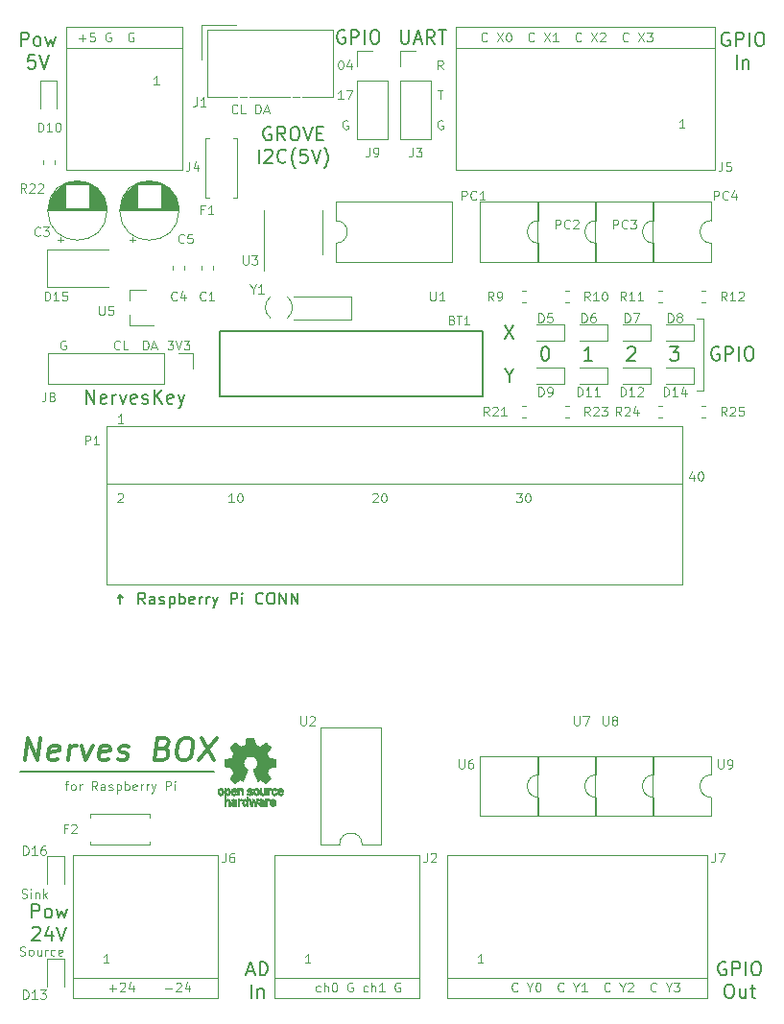
<source format=gto>
G04 #@! TF.GenerationSoftware,KiCad,Pcbnew,(5.1.8)-1*
G04 #@! TF.CreationDate,2020-12-04T13:09:01+09:00*
G04 #@! TF.ProjectId,NBoxRpi,4e426f78-5270-4692-9e6b-696361645f70,Rev.2.1*
G04 #@! TF.SameCoordinates,Original*
G04 #@! TF.FileFunction,Legend,Top*
G04 #@! TF.FilePolarity,Positive*
%FSLAX46Y46*%
G04 Gerber Fmt 4.6, Leading zero omitted, Abs format (unit mm)*
G04 Created by KiCad (PCBNEW (5.1.8)-1) date 2020-12-04 13:09:01*
%MOMM*%
%LPD*%
G01*
G04 APERTURE LIST*
%ADD10C,0.200000*%
%ADD11C,0.120000*%
%ADD12C,0.150000*%
%ADD13C,0.300000*%
%ADD14C,0.100000*%
%ADD15C,0.010000*%
G04 APERTURE END LIST*
D10*
X83894285Y-111237857D02*
X83894285Y-110037857D01*
X84351428Y-110037857D01*
X84465714Y-110095000D01*
X84522857Y-110152142D01*
X84580000Y-110266428D01*
X84580000Y-110437857D01*
X84522857Y-110552142D01*
X84465714Y-110609285D01*
X84351428Y-110666428D01*
X83894285Y-110666428D01*
X85265714Y-111237857D02*
X85151428Y-111180714D01*
X85094285Y-111123571D01*
X85037142Y-111009285D01*
X85037142Y-110666428D01*
X85094285Y-110552142D01*
X85151428Y-110495000D01*
X85265714Y-110437857D01*
X85437142Y-110437857D01*
X85551428Y-110495000D01*
X85608571Y-110552142D01*
X85665714Y-110666428D01*
X85665714Y-111009285D01*
X85608571Y-111123571D01*
X85551428Y-111180714D01*
X85437142Y-111237857D01*
X85265714Y-111237857D01*
X86065714Y-110437857D02*
X86294285Y-111237857D01*
X86522857Y-110666428D01*
X86751428Y-111237857D01*
X86980000Y-110437857D01*
X85151428Y-112037857D02*
X84580000Y-112037857D01*
X84522857Y-112609285D01*
X84580000Y-112552142D01*
X84694285Y-112495000D01*
X84980000Y-112495000D01*
X85094285Y-112552142D01*
X85151428Y-112609285D01*
X85208571Y-112723571D01*
X85208571Y-113009285D01*
X85151428Y-113123571D01*
X85094285Y-113180714D01*
X84980000Y-113237857D01*
X84694285Y-113237857D01*
X84580000Y-113180714D01*
X84522857Y-113123571D01*
X85551428Y-112037857D02*
X85951428Y-113237857D01*
X86351428Y-112037857D01*
X112465000Y-109890000D02*
X112350714Y-109832857D01*
X112179285Y-109832857D01*
X112007857Y-109890000D01*
X111893571Y-110004285D01*
X111836428Y-110118571D01*
X111779285Y-110347142D01*
X111779285Y-110518571D01*
X111836428Y-110747142D01*
X111893571Y-110861428D01*
X112007857Y-110975714D01*
X112179285Y-111032857D01*
X112293571Y-111032857D01*
X112465000Y-110975714D01*
X112522142Y-110918571D01*
X112522142Y-110518571D01*
X112293571Y-110518571D01*
X113036428Y-111032857D02*
X113036428Y-109832857D01*
X113493571Y-109832857D01*
X113607857Y-109890000D01*
X113665000Y-109947142D01*
X113722142Y-110061428D01*
X113722142Y-110232857D01*
X113665000Y-110347142D01*
X113607857Y-110404285D01*
X113493571Y-110461428D01*
X113036428Y-110461428D01*
X114236428Y-111032857D02*
X114236428Y-109832857D01*
X115036428Y-109832857D02*
X115265000Y-109832857D01*
X115379285Y-109890000D01*
X115493571Y-110004285D01*
X115550714Y-110232857D01*
X115550714Y-110632857D01*
X115493571Y-110861428D01*
X115379285Y-110975714D01*
X115265000Y-111032857D01*
X115036428Y-111032857D01*
X114922142Y-110975714D01*
X114807857Y-110861428D01*
X114750714Y-110632857D01*
X114750714Y-110232857D01*
X114807857Y-110004285D01*
X114922142Y-109890000D01*
X115036428Y-109832857D01*
D11*
X112102952Y-112491904D02*
X112179142Y-112491904D01*
X112255333Y-112530000D01*
X112293428Y-112568095D01*
X112331523Y-112644285D01*
X112369619Y-112796666D01*
X112369619Y-112987142D01*
X112331523Y-113139523D01*
X112293428Y-113215714D01*
X112255333Y-113253809D01*
X112179142Y-113291904D01*
X112102952Y-113291904D01*
X112026761Y-113253809D01*
X111988666Y-113215714D01*
X111950571Y-113139523D01*
X111912476Y-112987142D01*
X111912476Y-112796666D01*
X111950571Y-112644285D01*
X111988666Y-112568095D01*
X112026761Y-112530000D01*
X112102952Y-112491904D01*
X113055333Y-112758571D02*
X113055333Y-113291904D01*
X112864857Y-112453809D02*
X112674380Y-113025238D01*
X113169619Y-113025238D01*
X112369619Y-115931904D02*
X111912476Y-115931904D01*
X112141047Y-115931904D02*
X112141047Y-115131904D01*
X112064857Y-115246190D01*
X111988666Y-115322380D01*
X111912476Y-115360476D01*
X112636285Y-115131904D02*
X113169619Y-115131904D01*
X112826761Y-115931904D01*
X112731523Y-117810000D02*
X112655333Y-117771904D01*
X112541047Y-117771904D01*
X112426761Y-117810000D01*
X112350571Y-117886190D01*
X112312476Y-117962380D01*
X112274380Y-118114761D01*
X112274380Y-118229047D01*
X112312476Y-118381428D01*
X112350571Y-118457619D01*
X112426761Y-118533809D01*
X112541047Y-118571904D01*
X112617238Y-118571904D01*
X112731523Y-118533809D01*
X112769619Y-118495714D01*
X112769619Y-118229047D01*
X112617238Y-118229047D01*
X144145000Y-141605000D02*
X143510000Y-141605000D01*
X144145000Y-135255000D02*
X144145000Y-141605000D01*
X143510000Y-135255000D02*
X144145000Y-135255000D01*
D10*
X145485000Y-137830000D02*
X145370714Y-137772857D01*
X145199285Y-137772857D01*
X145027857Y-137830000D01*
X144913571Y-137944285D01*
X144856428Y-138058571D01*
X144799285Y-138287142D01*
X144799285Y-138458571D01*
X144856428Y-138687142D01*
X144913571Y-138801428D01*
X145027857Y-138915714D01*
X145199285Y-138972857D01*
X145313571Y-138972857D01*
X145485000Y-138915714D01*
X145542142Y-138858571D01*
X145542142Y-138458571D01*
X145313571Y-138458571D01*
X146056428Y-138972857D02*
X146056428Y-137772857D01*
X146513571Y-137772857D01*
X146627857Y-137830000D01*
X146685000Y-137887142D01*
X146742142Y-138001428D01*
X146742142Y-138172857D01*
X146685000Y-138287142D01*
X146627857Y-138344285D01*
X146513571Y-138401428D01*
X146056428Y-138401428D01*
X147256428Y-138972857D02*
X147256428Y-137772857D01*
X148056428Y-137772857D02*
X148285000Y-137772857D01*
X148399285Y-137830000D01*
X148513571Y-137944285D01*
X148570714Y-138172857D01*
X148570714Y-138572857D01*
X148513571Y-138801428D01*
X148399285Y-138915714D01*
X148285000Y-138972857D01*
X148056428Y-138972857D01*
X147942142Y-138915714D01*
X147827857Y-138801428D01*
X147770714Y-138572857D01*
X147770714Y-138172857D01*
X147827857Y-137944285D01*
X147942142Y-137830000D01*
X148056428Y-137772857D01*
X141205000Y-137772857D02*
X141947857Y-137772857D01*
X141547857Y-138230000D01*
X141719285Y-138230000D01*
X141833571Y-138287142D01*
X141890714Y-138344285D01*
X141947857Y-138458571D01*
X141947857Y-138744285D01*
X141890714Y-138858571D01*
X141833571Y-138915714D01*
X141719285Y-138972857D01*
X141376428Y-138972857D01*
X141262142Y-138915714D01*
X141205000Y-138858571D01*
X137452142Y-137887142D02*
X137509285Y-137830000D01*
X137623571Y-137772857D01*
X137909285Y-137772857D01*
X138023571Y-137830000D01*
X138080714Y-137887142D01*
X138137857Y-138001428D01*
X138137857Y-138115714D01*
X138080714Y-138287142D01*
X137395000Y-138972857D01*
X138137857Y-138972857D01*
X134327857Y-138972857D02*
X133642142Y-138972857D01*
X133985000Y-138972857D02*
X133985000Y-137772857D01*
X133870714Y-137944285D01*
X133756428Y-138058571D01*
X133642142Y-138115714D01*
X130117857Y-137772857D02*
X130232142Y-137772857D01*
X130346428Y-137830000D01*
X130403571Y-137887142D01*
X130460714Y-138001428D01*
X130517857Y-138230000D01*
X130517857Y-138515714D01*
X130460714Y-138744285D01*
X130403571Y-138858571D01*
X130346428Y-138915714D01*
X130232142Y-138972857D01*
X130117857Y-138972857D01*
X130003571Y-138915714D01*
X129946428Y-138858571D01*
X129889285Y-138744285D01*
X129832142Y-138515714D01*
X129832142Y-138230000D01*
X129889285Y-138001428D01*
X129946428Y-137887142D01*
X130003571Y-137830000D01*
X130117857Y-137772857D01*
D12*
X92687142Y-160472380D02*
X92687142Y-159710476D01*
X92496666Y-159900952D02*
X92687142Y-159710476D01*
X92877619Y-159900952D01*
X94877619Y-160472380D02*
X94544285Y-159996190D01*
X94306190Y-160472380D02*
X94306190Y-159472380D01*
X94687142Y-159472380D01*
X94782380Y-159520000D01*
X94830000Y-159567619D01*
X94877619Y-159662857D01*
X94877619Y-159805714D01*
X94830000Y-159900952D01*
X94782380Y-159948571D01*
X94687142Y-159996190D01*
X94306190Y-159996190D01*
X95734761Y-160472380D02*
X95734761Y-159948571D01*
X95687142Y-159853333D01*
X95591904Y-159805714D01*
X95401428Y-159805714D01*
X95306190Y-159853333D01*
X95734761Y-160424761D02*
X95639523Y-160472380D01*
X95401428Y-160472380D01*
X95306190Y-160424761D01*
X95258571Y-160329523D01*
X95258571Y-160234285D01*
X95306190Y-160139047D01*
X95401428Y-160091428D01*
X95639523Y-160091428D01*
X95734761Y-160043809D01*
X96163333Y-160424761D02*
X96258571Y-160472380D01*
X96449047Y-160472380D01*
X96544285Y-160424761D01*
X96591904Y-160329523D01*
X96591904Y-160281904D01*
X96544285Y-160186666D01*
X96449047Y-160139047D01*
X96306190Y-160139047D01*
X96210952Y-160091428D01*
X96163333Y-159996190D01*
X96163333Y-159948571D01*
X96210952Y-159853333D01*
X96306190Y-159805714D01*
X96449047Y-159805714D01*
X96544285Y-159853333D01*
X97020476Y-159805714D02*
X97020476Y-160805714D01*
X97020476Y-159853333D02*
X97115714Y-159805714D01*
X97306190Y-159805714D01*
X97401428Y-159853333D01*
X97449047Y-159900952D01*
X97496666Y-159996190D01*
X97496666Y-160281904D01*
X97449047Y-160377142D01*
X97401428Y-160424761D01*
X97306190Y-160472380D01*
X97115714Y-160472380D01*
X97020476Y-160424761D01*
X97925238Y-160472380D02*
X97925238Y-159472380D01*
X97925238Y-159853333D02*
X98020476Y-159805714D01*
X98210952Y-159805714D01*
X98306190Y-159853333D01*
X98353809Y-159900952D01*
X98401428Y-159996190D01*
X98401428Y-160281904D01*
X98353809Y-160377142D01*
X98306190Y-160424761D01*
X98210952Y-160472380D01*
X98020476Y-160472380D01*
X97925238Y-160424761D01*
X99210952Y-160424761D02*
X99115714Y-160472380D01*
X98925238Y-160472380D01*
X98830000Y-160424761D01*
X98782380Y-160329523D01*
X98782380Y-159948571D01*
X98830000Y-159853333D01*
X98925238Y-159805714D01*
X99115714Y-159805714D01*
X99210952Y-159853333D01*
X99258571Y-159948571D01*
X99258571Y-160043809D01*
X98782380Y-160139047D01*
X99687142Y-160472380D02*
X99687142Y-159805714D01*
X99687142Y-159996190D02*
X99734761Y-159900952D01*
X99782380Y-159853333D01*
X99877619Y-159805714D01*
X99972857Y-159805714D01*
X100306190Y-160472380D02*
X100306190Y-159805714D01*
X100306190Y-159996190D02*
X100353809Y-159900952D01*
X100401428Y-159853333D01*
X100496666Y-159805714D01*
X100591904Y-159805714D01*
X100830000Y-159805714D02*
X101068095Y-160472380D01*
X101306190Y-159805714D02*
X101068095Y-160472380D01*
X100972857Y-160710476D01*
X100925238Y-160758095D01*
X100830000Y-160805714D01*
X102449047Y-160472380D02*
X102449047Y-159472380D01*
X102830000Y-159472380D01*
X102925238Y-159520000D01*
X102972857Y-159567619D01*
X103020476Y-159662857D01*
X103020476Y-159805714D01*
X102972857Y-159900952D01*
X102925238Y-159948571D01*
X102830000Y-159996190D01*
X102449047Y-159996190D01*
X103449047Y-160472380D02*
X103449047Y-159805714D01*
X103449047Y-159472380D02*
X103401428Y-159520000D01*
X103449047Y-159567619D01*
X103496666Y-159520000D01*
X103449047Y-159472380D01*
X103449047Y-159567619D01*
X105258571Y-160377142D02*
X105210952Y-160424761D01*
X105068095Y-160472380D01*
X104972857Y-160472380D01*
X104830000Y-160424761D01*
X104734761Y-160329523D01*
X104687142Y-160234285D01*
X104639523Y-160043809D01*
X104639523Y-159900952D01*
X104687142Y-159710476D01*
X104734761Y-159615238D01*
X104830000Y-159520000D01*
X104972857Y-159472380D01*
X105068095Y-159472380D01*
X105210952Y-159520000D01*
X105258571Y-159567619D01*
X105877619Y-159472380D02*
X106068095Y-159472380D01*
X106163333Y-159520000D01*
X106258571Y-159615238D01*
X106306190Y-159805714D01*
X106306190Y-160139047D01*
X106258571Y-160329523D01*
X106163333Y-160424761D01*
X106068095Y-160472380D01*
X105877619Y-160472380D01*
X105782380Y-160424761D01*
X105687142Y-160329523D01*
X105639523Y-160139047D01*
X105639523Y-159805714D01*
X105687142Y-159615238D01*
X105782380Y-159520000D01*
X105877619Y-159472380D01*
X106734761Y-160472380D02*
X106734761Y-159472380D01*
X107306190Y-160472380D01*
X107306190Y-159472380D01*
X107782380Y-160472380D02*
X107782380Y-159472380D01*
X108353809Y-160472380D01*
X108353809Y-159472380D01*
D11*
X83839285Y-191458809D02*
X83953571Y-191496904D01*
X84144047Y-191496904D01*
X84220238Y-191458809D01*
X84258333Y-191420714D01*
X84296428Y-191344523D01*
X84296428Y-191268333D01*
X84258333Y-191192142D01*
X84220238Y-191154047D01*
X84144047Y-191115952D01*
X83991666Y-191077857D01*
X83915476Y-191039761D01*
X83877380Y-191001666D01*
X83839285Y-190925476D01*
X83839285Y-190849285D01*
X83877380Y-190773095D01*
X83915476Y-190735000D01*
X83991666Y-190696904D01*
X84182142Y-190696904D01*
X84296428Y-190735000D01*
X84753571Y-191496904D02*
X84677380Y-191458809D01*
X84639285Y-191420714D01*
X84601190Y-191344523D01*
X84601190Y-191115952D01*
X84639285Y-191039761D01*
X84677380Y-191001666D01*
X84753571Y-190963571D01*
X84867857Y-190963571D01*
X84944047Y-191001666D01*
X84982142Y-191039761D01*
X85020238Y-191115952D01*
X85020238Y-191344523D01*
X84982142Y-191420714D01*
X84944047Y-191458809D01*
X84867857Y-191496904D01*
X84753571Y-191496904D01*
X85705952Y-190963571D02*
X85705952Y-191496904D01*
X85363095Y-190963571D02*
X85363095Y-191382619D01*
X85401190Y-191458809D01*
X85477380Y-191496904D01*
X85591666Y-191496904D01*
X85667857Y-191458809D01*
X85705952Y-191420714D01*
X86086904Y-191496904D02*
X86086904Y-190963571D01*
X86086904Y-191115952D02*
X86125000Y-191039761D01*
X86163095Y-191001666D01*
X86239285Y-190963571D01*
X86315476Y-190963571D01*
X86925000Y-191458809D02*
X86848809Y-191496904D01*
X86696428Y-191496904D01*
X86620238Y-191458809D01*
X86582142Y-191420714D01*
X86544047Y-191344523D01*
X86544047Y-191115952D01*
X86582142Y-191039761D01*
X86620238Y-191001666D01*
X86696428Y-190963571D01*
X86848809Y-190963571D01*
X86925000Y-191001666D01*
X87572619Y-191458809D02*
X87496428Y-191496904D01*
X87344047Y-191496904D01*
X87267857Y-191458809D01*
X87229761Y-191382619D01*
X87229761Y-191077857D01*
X87267857Y-191001666D01*
X87344047Y-190963571D01*
X87496428Y-190963571D01*
X87572619Y-191001666D01*
X87610714Y-191077857D01*
X87610714Y-191154047D01*
X87229761Y-191230238D01*
X103016190Y-117125714D02*
X102978095Y-117163809D01*
X102863809Y-117201904D01*
X102787619Y-117201904D01*
X102673333Y-117163809D01*
X102597142Y-117087619D01*
X102559047Y-117011428D01*
X102520952Y-116859047D01*
X102520952Y-116744761D01*
X102559047Y-116592380D01*
X102597142Y-116516190D01*
X102673333Y-116440000D01*
X102787619Y-116401904D01*
X102863809Y-116401904D01*
X102978095Y-116440000D01*
X103016190Y-116478095D01*
X103740000Y-117201904D02*
X103359047Y-117201904D01*
X103359047Y-116401904D01*
X104616190Y-117201904D02*
X104616190Y-116401904D01*
X104806666Y-116401904D01*
X104920952Y-116440000D01*
X104997142Y-116516190D01*
X105035238Y-116592380D01*
X105073333Y-116744761D01*
X105073333Y-116859047D01*
X105035238Y-117011428D01*
X104997142Y-117087619D01*
X104920952Y-117163809D01*
X104806666Y-117201904D01*
X104616190Y-117201904D01*
X105378095Y-116973333D02*
X105759047Y-116973333D01*
X105301904Y-117201904D02*
X105568571Y-116401904D01*
X105835238Y-117201904D01*
X87795714Y-176358571D02*
X88100476Y-176358571D01*
X87910000Y-176891904D02*
X87910000Y-176206190D01*
X87948095Y-176130000D01*
X88024285Y-176091904D01*
X88100476Y-176091904D01*
X88481428Y-176891904D02*
X88405238Y-176853809D01*
X88367142Y-176815714D01*
X88329047Y-176739523D01*
X88329047Y-176510952D01*
X88367142Y-176434761D01*
X88405238Y-176396666D01*
X88481428Y-176358571D01*
X88595714Y-176358571D01*
X88671904Y-176396666D01*
X88710000Y-176434761D01*
X88748095Y-176510952D01*
X88748095Y-176739523D01*
X88710000Y-176815714D01*
X88671904Y-176853809D01*
X88595714Y-176891904D01*
X88481428Y-176891904D01*
X89090952Y-176891904D02*
X89090952Y-176358571D01*
X89090952Y-176510952D02*
X89129047Y-176434761D01*
X89167142Y-176396666D01*
X89243333Y-176358571D01*
X89319523Y-176358571D01*
X90652857Y-176891904D02*
X90386190Y-176510952D01*
X90195714Y-176891904D02*
X90195714Y-176091904D01*
X90500476Y-176091904D01*
X90576666Y-176130000D01*
X90614761Y-176168095D01*
X90652857Y-176244285D01*
X90652857Y-176358571D01*
X90614761Y-176434761D01*
X90576666Y-176472857D01*
X90500476Y-176510952D01*
X90195714Y-176510952D01*
X91338571Y-176891904D02*
X91338571Y-176472857D01*
X91300476Y-176396666D01*
X91224285Y-176358571D01*
X91071904Y-176358571D01*
X90995714Y-176396666D01*
X91338571Y-176853809D02*
X91262380Y-176891904D01*
X91071904Y-176891904D01*
X90995714Y-176853809D01*
X90957619Y-176777619D01*
X90957619Y-176701428D01*
X90995714Y-176625238D01*
X91071904Y-176587142D01*
X91262380Y-176587142D01*
X91338571Y-176549047D01*
X91681428Y-176853809D02*
X91757619Y-176891904D01*
X91910000Y-176891904D01*
X91986190Y-176853809D01*
X92024285Y-176777619D01*
X92024285Y-176739523D01*
X91986190Y-176663333D01*
X91910000Y-176625238D01*
X91795714Y-176625238D01*
X91719523Y-176587142D01*
X91681428Y-176510952D01*
X91681428Y-176472857D01*
X91719523Y-176396666D01*
X91795714Y-176358571D01*
X91910000Y-176358571D01*
X91986190Y-176396666D01*
X92367142Y-176358571D02*
X92367142Y-177158571D01*
X92367142Y-176396666D02*
X92443333Y-176358571D01*
X92595714Y-176358571D01*
X92671904Y-176396666D01*
X92710000Y-176434761D01*
X92748095Y-176510952D01*
X92748095Y-176739523D01*
X92710000Y-176815714D01*
X92671904Y-176853809D01*
X92595714Y-176891904D01*
X92443333Y-176891904D01*
X92367142Y-176853809D01*
X93090952Y-176891904D02*
X93090952Y-176091904D01*
X93090952Y-176396666D02*
X93167142Y-176358571D01*
X93319523Y-176358571D01*
X93395714Y-176396666D01*
X93433809Y-176434761D01*
X93471904Y-176510952D01*
X93471904Y-176739523D01*
X93433809Y-176815714D01*
X93395714Y-176853809D01*
X93319523Y-176891904D01*
X93167142Y-176891904D01*
X93090952Y-176853809D01*
X94119523Y-176853809D02*
X94043333Y-176891904D01*
X93890952Y-176891904D01*
X93814761Y-176853809D01*
X93776666Y-176777619D01*
X93776666Y-176472857D01*
X93814761Y-176396666D01*
X93890952Y-176358571D01*
X94043333Y-176358571D01*
X94119523Y-176396666D01*
X94157619Y-176472857D01*
X94157619Y-176549047D01*
X93776666Y-176625238D01*
X94500476Y-176891904D02*
X94500476Y-176358571D01*
X94500476Y-176510952D02*
X94538571Y-176434761D01*
X94576666Y-176396666D01*
X94652857Y-176358571D01*
X94729047Y-176358571D01*
X94995714Y-176891904D02*
X94995714Y-176358571D01*
X94995714Y-176510952D02*
X95033809Y-176434761D01*
X95071904Y-176396666D01*
X95148095Y-176358571D01*
X95224285Y-176358571D01*
X95414761Y-176358571D02*
X95605238Y-176891904D01*
X95795714Y-176358571D02*
X95605238Y-176891904D01*
X95529047Y-177082380D01*
X95490952Y-177120476D01*
X95414761Y-177158571D01*
X96710000Y-176891904D02*
X96710000Y-176091904D01*
X97014761Y-176091904D01*
X97090952Y-176130000D01*
X97129047Y-176168095D01*
X97167142Y-176244285D01*
X97167142Y-176358571D01*
X97129047Y-176434761D01*
X97090952Y-176472857D01*
X97014761Y-176510952D01*
X96710000Y-176510952D01*
X97510000Y-176891904D02*
X97510000Y-176358571D01*
X97510000Y-176091904D02*
X97471904Y-176130000D01*
X97510000Y-176168095D01*
X97548095Y-176130000D01*
X97510000Y-176091904D01*
X97510000Y-176168095D01*
D10*
X117465714Y-109832857D02*
X117465714Y-110804285D01*
X117522857Y-110918571D01*
X117580000Y-110975714D01*
X117694285Y-111032857D01*
X117922857Y-111032857D01*
X118037142Y-110975714D01*
X118094285Y-110918571D01*
X118151428Y-110804285D01*
X118151428Y-109832857D01*
X118665714Y-110690000D02*
X119237142Y-110690000D01*
X118551428Y-111032857D02*
X118951428Y-109832857D01*
X119351428Y-111032857D01*
X120437142Y-111032857D02*
X120037142Y-110461428D01*
X119751428Y-111032857D02*
X119751428Y-109832857D01*
X120208571Y-109832857D01*
X120322857Y-109890000D01*
X120380000Y-109947142D01*
X120437142Y-110061428D01*
X120437142Y-110232857D01*
X120380000Y-110347142D01*
X120322857Y-110404285D01*
X120208571Y-110461428D01*
X119751428Y-110461428D01*
X120780000Y-109832857D02*
X121465714Y-109832857D01*
X121122857Y-111032857D02*
X121122857Y-109832857D01*
D11*
X107950000Y-133350000D02*
X113030000Y-133350000D01*
X113030000Y-135382000D02*
X113030000Y-133350000D01*
X113030000Y-135382000D02*
X107950000Y-135382000D01*
X87839523Y-137268000D02*
X87763333Y-137229904D01*
X87649047Y-137229904D01*
X87534761Y-137268000D01*
X87458571Y-137344190D01*
X87420476Y-137420380D01*
X87382380Y-137572761D01*
X87382380Y-137687047D01*
X87420476Y-137839428D01*
X87458571Y-137915619D01*
X87534761Y-137991809D01*
X87649047Y-138029904D01*
X87725238Y-138029904D01*
X87839523Y-137991809D01*
X87877619Y-137953714D01*
X87877619Y-137687047D01*
X87725238Y-137687047D01*
X94697619Y-138029904D02*
X94697619Y-137229904D01*
X94888095Y-137229904D01*
X95002380Y-137268000D01*
X95078571Y-137344190D01*
X95116666Y-137420380D01*
X95154761Y-137572761D01*
X95154761Y-137687047D01*
X95116666Y-137839428D01*
X95078571Y-137915619D01*
X95002380Y-137991809D01*
X94888095Y-138029904D01*
X94697619Y-138029904D01*
X95459523Y-137801333D02*
X95840476Y-137801333D01*
X95383333Y-138029904D02*
X95650000Y-137229904D01*
X95916666Y-138029904D01*
X92633809Y-137953714D02*
X92595714Y-137991809D01*
X92481428Y-138029904D01*
X92405238Y-138029904D01*
X92290952Y-137991809D01*
X92214761Y-137915619D01*
X92176666Y-137839428D01*
X92138571Y-137687047D01*
X92138571Y-137572761D01*
X92176666Y-137420380D01*
X92214761Y-137344190D01*
X92290952Y-137268000D01*
X92405238Y-137229904D01*
X92481428Y-137229904D01*
X92595714Y-137268000D01*
X92633809Y-137306095D01*
X93357619Y-138029904D02*
X92976666Y-138029904D01*
X92976666Y-137229904D01*
X96849523Y-137229904D02*
X97344761Y-137229904D01*
X97078095Y-137534666D01*
X97192380Y-137534666D01*
X97268571Y-137572761D01*
X97306666Y-137610857D01*
X97344761Y-137687047D01*
X97344761Y-137877523D01*
X97306666Y-137953714D01*
X97268571Y-137991809D01*
X97192380Y-138029904D01*
X96963809Y-138029904D01*
X96887619Y-137991809D01*
X96849523Y-137953714D01*
X97573333Y-137229904D02*
X97840000Y-138029904D01*
X98106666Y-137229904D01*
X98297142Y-137229904D02*
X98792380Y-137229904D01*
X98525714Y-137534666D01*
X98640000Y-137534666D01*
X98716190Y-137572761D01*
X98754285Y-137610857D01*
X98792380Y-137687047D01*
X98792380Y-137877523D01*
X98754285Y-137953714D01*
X98716190Y-137991809D01*
X98640000Y-138029904D01*
X98411428Y-138029904D01*
X98335238Y-137991809D01*
X98297142Y-137953714D01*
D10*
X89722857Y-142782857D02*
X89722857Y-141582857D01*
X90408571Y-142782857D01*
X90408571Y-141582857D01*
X91437142Y-142725714D02*
X91322857Y-142782857D01*
X91094285Y-142782857D01*
X90980000Y-142725714D01*
X90922857Y-142611428D01*
X90922857Y-142154285D01*
X90980000Y-142040000D01*
X91094285Y-141982857D01*
X91322857Y-141982857D01*
X91437142Y-142040000D01*
X91494285Y-142154285D01*
X91494285Y-142268571D01*
X90922857Y-142382857D01*
X92008571Y-142782857D02*
X92008571Y-141982857D01*
X92008571Y-142211428D02*
X92065714Y-142097142D01*
X92122857Y-142040000D01*
X92237142Y-141982857D01*
X92351428Y-141982857D01*
X92637142Y-141982857D02*
X92922857Y-142782857D01*
X93208571Y-141982857D01*
X94122857Y-142725714D02*
X94008571Y-142782857D01*
X93780000Y-142782857D01*
X93665714Y-142725714D01*
X93608571Y-142611428D01*
X93608571Y-142154285D01*
X93665714Y-142040000D01*
X93780000Y-141982857D01*
X94008571Y-141982857D01*
X94122857Y-142040000D01*
X94180000Y-142154285D01*
X94180000Y-142268571D01*
X93608571Y-142382857D01*
X94637142Y-142725714D02*
X94751428Y-142782857D01*
X94980000Y-142782857D01*
X95094285Y-142725714D01*
X95151428Y-142611428D01*
X95151428Y-142554285D01*
X95094285Y-142440000D01*
X94980000Y-142382857D01*
X94808571Y-142382857D01*
X94694285Y-142325714D01*
X94637142Y-142211428D01*
X94637142Y-142154285D01*
X94694285Y-142040000D01*
X94808571Y-141982857D01*
X94980000Y-141982857D01*
X95094285Y-142040000D01*
X95665714Y-142782857D02*
X95665714Y-141582857D01*
X96351428Y-142782857D02*
X95837142Y-142097142D01*
X96351428Y-141582857D02*
X95665714Y-142268571D01*
X97322857Y-142725714D02*
X97208571Y-142782857D01*
X96980000Y-142782857D01*
X96865714Y-142725714D01*
X96808571Y-142611428D01*
X96808571Y-142154285D01*
X96865714Y-142040000D01*
X96980000Y-141982857D01*
X97208571Y-141982857D01*
X97322857Y-142040000D01*
X97380000Y-142154285D01*
X97380000Y-142268571D01*
X96808571Y-142382857D01*
X97780000Y-141982857D02*
X98065714Y-142782857D01*
X98351428Y-141982857D02*
X98065714Y-142782857D01*
X97951428Y-143068571D01*
X97894285Y-143125714D01*
X97780000Y-143182857D01*
X100965000Y-175260000D02*
X83820000Y-175260000D01*
D13*
X84271934Y-174259761D02*
X84521934Y-172259761D01*
X85414791Y-174259761D01*
X85664791Y-172259761D01*
X87140982Y-174164523D02*
X86938601Y-174259761D01*
X86557648Y-174259761D01*
X86379077Y-174164523D01*
X86307648Y-173974047D01*
X86402886Y-173212142D01*
X86521934Y-173021666D01*
X86724315Y-172926428D01*
X87105267Y-172926428D01*
X87283839Y-173021666D01*
X87355267Y-173212142D01*
X87331458Y-173402619D01*
X86355267Y-173593095D01*
X88081458Y-174259761D02*
X88248125Y-172926428D01*
X88200505Y-173307380D02*
X88319553Y-173116904D01*
X88426696Y-173021666D01*
X88629077Y-172926428D01*
X88819553Y-172926428D01*
X89295744Y-172926428D02*
X89605267Y-174259761D01*
X90248125Y-172926428D01*
X91617172Y-174164523D02*
X91414791Y-174259761D01*
X91033839Y-174259761D01*
X90855267Y-174164523D01*
X90783839Y-173974047D01*
X90879077Y-173212142D01*
X90998125Y-173021666D01*
X91200505Y-172926428D01*
X91581458Y-172926428D01*
X91760029Y-173021666D01*
X91831458Y-173212142D01*
X91807648Y-173402619D01*
X90831458Y-173593095D01*
X92474315Y-174164523D02*
X92652886Y-174259761D01*
X93033839Y-174259761D01*
X93236220Y-174164523D01*
X93355267Y-173974047D01*
X93367172Y-173878809D01*
X93295744Y-173688333D01*
X93117172Y-173593095D01*
X92831458Y-173593095D01*
X92652886Y-173497857D01*
X92581458Y-173307380D01*
X92593363Y-173212142D01*
X92712410Y-173021666D01*
X92914791Y-172926428D01*
X93200505Y-172926428D01*
X93379077Y-173021666D01*
X96498125Y-173212142D02*
X96771934Y-173307380D01*
X96855267Y-173402619D01*
X96926696Y-173593095D01*
X96890982Y-173878809D01*
X96771934Y-174069285D01*
X96664791Y-174164523D01*
X96462410Y-174259761D01*
X95700505Y-174259761D01*
X95950505Y-172259761D01*
X96617172Y-172259761D01*
X96795744Y-172355000D01*
X96879077Y-172450238D01*
X96950505Y-172640714D01*
X96926696Y-172831190D01*
X96807648Y-173021666D01*
X96700505Y-173116904D01*
X96498125Y-173212142D01*
X95831458Y-173212142D01*
X98331458Y-172259761D02*
X98712410Y-172259761D01*
X98890982Y-172355000D01*
X99057648Y-172545476D01*
X99105267Y-172926428D01*
X99021934Y-173593095D01*
X98879077Y-173974047D01*
X98664791Y-174164523D01*
X98462410Y-174259761D01*
X98081458Y-174259761D01*
X97902886Y-174164523D01*
X97736220Y-173974047D01*
X97688601Y-173593095D01*
X97771934Y-172926428D01*
X97914791Y-172545476D01*
X98129077Y-172355000D01*
X98331458Y-172259761D01*
X99855267Y-172259761D02*
X100938601Y-174259761D01*
X101188601Y-172259761D02*
X99605267Y-174259761D01*
D11*
X91707142Y-194367142D02*
X92316666Y-194367142D01*
X92011904Y-194671904D02*
X92011904Y-194062380D01*
X92659523Y-193948095D02*
X92697619Y-193910000D01*
X92773809Y-193871904D01*
X92964285Y-193871904D01*
X93040476Y-193910000D01*
X93078571Y-193948095D01*
X93116666Y-194024285D01*
X93116666Y-194100476D01*
X93078571Y-194214761D01*
X92621428Y-194671904D01*
X93116666Y-194671904D01*
X93802380Y-194138571D02*
X93802380Y-194671904D01*
X93611904Y-193833809D02*
X93421428Y-194405238D01*
X93916666Y-194405238D01*
X96659523Y-194367142D02*
X97269047Y-194367142D01*
X97611904Y-193948095D02*
X97650000Y-193910000D01*
X97726190Y-193871904D01*
X97916666Y-193871904D01*
X97992857Y-193910000D01*
X98030952Y-193948095D01*
X98069047Y-194024285D01*
X98069047Y-194100476D01*
X98030952Y-194214761D01*
X97573809Y-194671904D01*
X98069047Y-194671904D01*
X98754761Y-194138571D02*
X98754761Y-194671904D01*
X98564285Y-193833809D02*
X98373809Y-194405238D01*
X98869047Y-194405238D01*
X89040000Y-110547142D02*
X89649523Y-110547142D01*
X89344761Y-110851904D02*
X89344761Y-110242380D01*
X90411428Y-110051904D02*
X90030476Y-110051904D01*
X89992380Y-110432857D01*
X90030476Y-110394761D01*
X90106666Y-110356666D01*
X90297142Y-110356666D01*
X90373333Y-110394761D01*
X90411428Y-110432857D01*
X90449523Y-110509047D01*
X90449523Y-110699523D01*
X90411428Y-110775714D01*
X90373333Y-110813809D01*
X90297142Y-110851904D01*
X90106666Y-110851904D01*
X90030476Y-110813809D01*
X89992380Y-110775714D01*
X91820952Y-110090000D02*
X91744761Y-110051904D01*
X91630476Y-110051904D01*
X91516190Y-110090000D01*
X91440000Y-110166190D01*
X91401904Y-110242380D01*
X91363809Y-110394761D01*
X91363809Y-110509047D01*
X91401904Y-110661428D01*
X91440000Y-110737619D01*
X91516190Y-110813809D01*
X91630476Y-110851904D01*
X91706666Y-110851904D01*
X91820952Y-110813809D01*
X91859047Y-110775714D01*
X91859047Y-110509047D01*
X91706666Y-110509047D01*
X93840000Y-110090000D02*
X93763809Y-110051904D01*
X93649523Y-110051904D01*
X93535238Y-110090000D01*
X93459047Y-110166190D01*
X93420952Y-110242380D01*
X93382857Y-110394761D01*
X93382857Y-110509047D01*
X93420952Y-110661428D01*
X93459047Y-110737619D01*
X93535238Y-110813809D01*
X93649523Y-110851904D01*
X93725714Y-110851904D01*
X93840000Y-110813809D01*
X93878095Y-110775714D01*
X93878095Y-110509047D01*
X93725714Y-110509047D01*
D10*
X105978571Y-118415000D02*
X105864285Y-118357857D01*
X105692857Y-118357857D01*
X105521428Y-118415000D01*
X105407142Y-118529285D01*
X105350000Y-118643571D01*
X105292857Y-118872142D01*
X105292857Y-119043571D01*
X105350000Y-119272142D01*
X105407142Y-119386428D01*
X105521428Y-119500714D01*
X105692857Y-119557857D01*
X105807142Y-119557857D01*
X105978571Y-119500714D01*
X106035714Y-119443571D01*
X106035714Y-119043571D01*
X105807142Y-119043571D01*
X107235714Y-119557857D02*
X106835714Y-118986428D01*
X106550000Y-119557857D02*
X106550000Y-118357857D01*
X107007142Y-118357857D01*
X107121428Y-118415000D01*
X107178571Y-118472142D01*
X107235714Y-118586428D01*
X107235714Y-118757857D01*
X107178571Y-118872142D01*
X107121428Y-118929285D01*
X107007142Y-118986428D01*
X106550000Y-118986428D01*
X107978571Y-118357857D02*
X108207142Y-118357857D01*
X108321428Y-118415000D01*
X108435714Y-118529285D01*
X108492857Y-118757857D01*
X108492857Y-119157857D01*
X108435714Y-119386428D01*
X108321428Y-119500714D01*
X108207142Y-119557857D01*
X107978571Y-119557857D01*
X107864285Y-119500714D01*
X107750000Y-119386428D01*
X107692857Y-119157857D01*
X107692857Y-118757857D01*
X107750000Y-118529285D01*
X107864285Y-118415000D01*
X107978571Y-118357857D01*
X108835714Y-118357857D02*
X109235714Y-119557857D01*
X109635714Y-118357857D01*
X110035714Y-118929285D02*
X110435714Y-118929285D01*
X110607142Y-119557857D02*
X110035714Y-119557857D01*
X110035714Y-118357857D01*
X110607142Y-118357857D01*
X104892857Y-121557857D02*
X104892857Y-120357857D01*
X105407142Y-120472142D02*
X105464285Y-120415000D01*
X105578571Y-120357857D01*
X105864285Y-120357857D01*
X105978571Y-120415000D01*
X106035714Y-120472142D01*
X106092857Y-120586428D01*
X106092857Y-120700714D01*
X106035714Y-120872142D01*
X105350000Y-121557857D01*
X106092857Y-121557857D01*
X107292857Y-121443571D02*
X107235714Y-121500714D01*
X107064285Y-121557857D01*
X106950000Y-121557857D01*
X106778571Y-121500714D01*
X106664285Y-121386428D01*
X106607142Y-121272142D01*
X106550000Y-121043571D01*
X106550000Y-120872142D01*
X106607142Y-120643571D01*
X106664285Y-120529285D01*
X106778571Y-120415000D01*
X106950000Y-120357857D01*
X107064285Y-120357857D01*
X107235714Y-120415000D01*
X107292857Y-120472142D01*
X108150000Y-122015000D02*
X108092857Y-121957857D01*
X107978571Y-121786428D01*
X107921428Y-121672142D01*
X107864285Y-121500714D01*
X107807142Y-121215000D01*
X107807142Y-120986428D01*
X107864285Y-120700714D01*
X107921428Y-120529285D01*
X107978571Y-120415000D01*
X108092857Y-120243571D01*
X108150000Y-120186428D01*
X109178571Y-120357857D02*
X108607142Y-120357857D01*
X108550000Y-120929285D01*
X108607142Y-120872142D01*
X108721428Y-120815000D01*
X109007142Y-120815000D01*
X109121428Y-120872142D01*
X109178571Y-120929285D01*
X109235714Y-121043571D01*
X109235714Y-121329285D01*
X109178571Y-121443571D01*
X109121428Y-121500714D01*
X109007142Y-121557857D01*
X108721428Y-121557857D01*
X108607142Y-121500714D01*
X108550000Y-121443571D01*
X109578571Y-120357857D02*
X109978571Y-121557857D01*
X110378571Y-120357857D01*
X110664285Y-122015000D02*
X110721428Y-121957857D01*
X110835714Y-121786428D01*
X110892857Y-121672142D01*
X110950000Y-121500714D01*
X111007142Y-121215000D01*
X111007142Y-120986428D01*
X110950000Y-120700714D01*
X110892857Y-120529285D01*
X110835714Y-120415000D01*
X110721428Y-120243571D01*
X110664285Y-120186428D01*
D11*
X121151619Y-113291904D02*
X120884952Y-112910952D01*
X120694476Y-113291904D02*
X120694476Y-112491904D01*
X120999238Y-112491904D01*
X121075428Y-112530000D01*
X121113523Y-112568095D01*
X121151619Y-112644285D01*
X121151619Y-112758571D01*
X121113523Y-112834761D01*
X121075428Y-112872857D01*
X120999238Y-112910952D01*
X120694476Y-112910952D01*
X120675428Y-115131904D02*
X121132571Y-115131904D01*
X120904000Y-115931904D02*
X120904000Y-115131904D01*
X121113523Y-117810000D02*
X121037333Y-117771904D01*
X120923047Y-117771904D01*
X120808761Y-117810000D01*
X120732571Y-117886190D01*
X120694476Y-117962380D01*
X120656380Y-118114761D01*
X120656380Y-118229047D01*
X120694476Y-118381428D01*
X120732571Y-118457619D01*
X120808761Y-118533809D01*
X120923047Y-118571904D01*
X120999238Y-118571904D01*
X121113523Y-118533809D01*
X121151619Y-118495714D01*
X121151619Y-118229047D01*
X120999238Y-118229047D01*
X125032380Y-110775714D02*
X124994285Y-110813809D01*
X124879999Y-110851904D01*
X124803809Y-110851904D01*
X124689523Y-110813809D01*
X124613333Y-110737619D01*
X124575238Y-110661428D01*
X124537142Y-110509047D01*
X124537142Y-110394761D01*
X124575238Y-110242380D01*
X124613333Y-110166190D01*
X124689523Y-110090000D01*
X124803809Y-110051904D01*
X124879999Y-110051904D01*
X124994285Y-110090000D01*
X125032380Y-110128095D01*
X125908571Y-110051904D02*
X126441904Y-110851904D01*
X126441904Y-110051904D02*
X125908571Y-110851904D01*
X126899047Y-110051904D02*
X126975238Y-110051904D01*
X127051428Y-110090000D01*
X127089523Y-110128095D01*
X127127619Y-110204285D01*
X127165714Y-110356666D01*
X127165714Y-110547142D01*
X127127619Y-110699523D01*
X127089523Y-110775714D01*
X127051428Y-110813809D01*
X126975238Y-110851904D01*
X126899047Y-110851904D01*
X126822857Y-110813809D01*
X126784761Y-110775714D01*
X126746666Y-110699523D01*
X126708571Y-110547142D01*
X126708571Y-110356666D01*
X126746666Y-110204285D01*
X126784761Y-110128095D01*
X126822857Y-110090000D01*
X126899047Y-110051904D01*
X129184761Y-110775714D02*
X129146666Y-110813809D01*
X129032380Y-110851904D01*
X128956190Y-110851904D01*
X128841904Y-110813809D01*
X128765714Y-110737619D01*
X128727619Y-110661428D01*
X128689523Y-110509047D01*
X128689523Y-110394761D01*
X128727619Y-110242380D01*
X128765714Y-110166190D01*
X128841904Y-110090000D01*
X128956190Y-110051904D01*
X129032380Y-110051904D01*
X129146666Y-110090000D01*
X129184761Y-110128095D01*
X130060952Y-110051904D02*
X130594285Y-110851904D01*
X130594285Y-110051904D02*
X130060952Y-110851904D01*
X131318095Y-110851904D02*
X130860952Y-110851904D01*
X131089523Y-110851904D02*
X131089523Y-110051904D01*
X131013333Y-110166190D01*
X130937142Y-110242380D01*
X130860952Y-110280476D01*
X133337142Y-110775714D02*
X133299047Y-110813809D01*
X133184761Y-110851904D01*
X133108571Y-110851904D01*
X132994285Y-110813809D01*
X132918095Y-110737619D01*
X132880000Y-110661428D01*
X132841904Y-110509047D01*
X132841904Y-110394761D01*
X132880000Y-110242380D01*
X132918095Y-110166190D01*
X132994285Y-110090000D01*
X133108571Y-110051904D01*
X133184761Y-110051904D01*
X133299047Y-110090000D01*
X133337142Y-110128095D01*
X134213333Y-110051904D02*
X134746666Y-110851904D01*
X134746666Y-110051904D02*
X134213333Y-110851904D01*
X135013333Y-110128095D02*
X135051428Y-110090000D01*
X135127619Y-110051904D01*
X135318095Y-110051904D01*
X135394285Y-110090000D01*
X135432380Y-110128095D01*
X135470476Y-110204285D01*
X135470476Y-110280476D01*
X135432380Y-110394761D01*
X134975238Y-110851904D01*
X135470476Y-110851904D01*
X137489523Y-110775714D02*
X137451428Y-110813809D01*
X137337142Y-110851904D01*
X137260952Y-110851904D01*
X137146666Y-110813809D01*
X137070476Y-110737619D01*
X137032380Y-110661428D01*
X136994285Y-110509047D01*
X136994285Y-110394761D01*
X137032380Y-110242380D01*
X137070476Y-110166190D01*
X137146666Y-110090000D01*
X137260952Y-110051904D01*
X137337142Y-110051904D01*
X137451428Y-110090000D01*
X137489523Y-110128095D01*
X138365714Y-110051904D02*
X138899047Y-110851904D01*
X138899047Y-110051904D02*
X138365714Y-110851904D01*
X139127619Y-110051904D02*
X139622857Y-110051904D01*
X139356190Y-110356666D01*
X139470476Y-110356666D01*
X139546666Y-110394761D01*
X139584761Y-110432857D01*
X139622857Y-110509047D01*
X139622857Y-110699523D01*
X139584761Y-110775714D01*
X139546666Y-110813809D01*
X139470476Y-110851904D01*
X139241904Y-110851904D01*
X139165714Y-110813809D01*
X139127619Y-110775714D01*
D10*
X146410000Y-110095000D02*
X146295714Y-110037857D01*
X146124285Y-110037857D01*
X145952857Y-110095000D01*
X145838571Y-110209285D01*
X145781428Y-110323571D01*
X145724285Y-110552142D01*
X145724285Y-110723571D01*
X145781428Y-110952142D01*
X145838571Y-111066428D01*
X145952857Y-111180714D01*
X146124285Y-111237857D01*
X146238571Y-111237857D01*
X146410000Y-111180714D01*
X146467142Y-111123571D01*
X146467142Y-110723571D01*
X146238571Y-110723571D01*
X146981428Y-111237857D02*
X146981428Y-110037857D01*
X147438571Y-110037857D01*
X147552857Y-110095000D01*
X147610000Y-110152142D01*
X147667142Y-110266428D01*
X147667142Y-110437857D01*
X147610000Y-110552142D01*
X147552857Y-110609285D01*
X147438571Y-110666428D01*
X146981428Y-110666428D01*
X148181428Y-111237857D02*
X148181428Y-110037857D01*
X148981428Y-110037857D02*
X149210000Y-110037857D01*
X149324285Y-110095000D01*
X149438571Y-110209285D01*
X149495714Y-110437857D01*
X149495714Y-110837857D01*
X149438571Y-111066428D01*
X149324285Y-111180714D01*
X149210000Y-111237857D01*
X148981428Y-111237857D01*
X148867142Y-111180714D01*
X148752857Y-111066428D01*
X148695714Y-110837857D01*
X148695714Y-110437857D01*
X148752857Y-110209285D01*
X148867142Y-110095000D01*
X148981428Y-110037857D01*
X147067142Y-113237857D02*
X147067142Y-112037857D01*
X147638571Y-112437857D02*
X147638571Y-113237857D01*
X147638571Y-112552142D02*
X147695714Y-112495000D01*
X147810000Y-112437857D01*
X147981428Y-112437857D01*
X148095714Y-112495000D01*
X148152857Y-112609285D01*
X148152857Y-113237857D01*
X103889285Y-192875000D02*
X104460714Y-192875000D01*
X103775000Y-193217857D02*
X104175000Y-192017857D01*
X104575000Y-193217857D01*
X104975000Y-193217857D02*
X104975000Y-192017857D01*
X105260714Y-192017857D01*
X105432142Y-192075000D01*
X105546428Y-192189285D01*
X105603571Y-192303571D01*
X105660714Y-192532142D01*
X105660714Y-192703571D01*
X105603571Y-192932142D01*
X105546428Y-193046428D01*
X105432142Y-193160714D01*
X105260714Y-193217857D01*
X104975000Y-193217857D01*
X104232142Y-195217857D02*
X104232142Y-194017857D01*
X104803571Y-194417857D02*
X104803571Y-195217857D01*
X104803571Y-194532142D02*
X104860714Y-194475000D01*
X104975000Y-194417857D01*
X105146428Y-194417857D01*
X105260714Y-194475000D01*
X105317857Y-194589285D01*
X105317857Y-195217857D01*
X146120000Y-192075000D02*
X146005714Y-192017857D01*
X145834285Y-192017857D01*
X145662857Y-192075000D01*
X145548571Y-192189285D01*
X145491428Y-192303571D01*
X145434285Y-192532142D01*
X145434285Y-192703571D01*
X145491428Y-192932142D01*
X145548571Y-193046428D01*
X145662857Y-193160714D01*
X145834285Y-193217857D01*
X145948571Y-193217857D01*
X146120000Y-193160714D01*
X146177142Y-193103571D01*
X146177142Y-192703571D01*
X145948571Y-192703571D01*
X146691428Y-193217857D02*
X146691428Y-192017857D01*
X147148571Y-192017857D01*
X147262857Y-192075000D01*
X147320000Y-192132142D01*
X147377142Y-192246428D01*
X147377142Y-192417857D01*
X147320000Y-192532142D01*
X147262857Y-192589285D01*
X147148571Y-192646428D01*
X146691428Y-192646428D01*
X147891428Y-193217857D02*
X147891428Y-192017857D01*
X148691428Y-192017857D02*
X148920000Y-192017857D01*
X149034285Y-192075000D01*
X149148571Y-192189285D01*
X149205714Y-192417857D01*
X149205714Y-192817857D01*
X149148571Y-193046428D01*
X149034285Y-193160714D01*
X148920000Y-193217857D01*
X148691428Y-193217857D01*
X148577142Y-193160714D01*
X148462857Y-193046428D01*
X148405714Y-192817857D01*
X148405714Y-192417857D01*
X148462857Y-192189285D01*
X148577142Y-192075000D01*
X148691428Y-192017857D01*
X146320000Y-194017857D02*
X146548571Y-194017857D01*
X146662857Y-194075000D01*
X146777142Y-194189285D01*
X146834285Y-194417857D01*
X146834285Y-194817857D01*
X146777142Y-195046428D01*
X146662857Y-195160714D01*
X146548571Y-195217857D01*
X146320000Y-195217857D01*
X146205714Y-195160714D01*
X146091428Y-195046428D01*
X146034285Y-194817857D01*
X146034285Y-194417857D01*
X146091428Y-194189285D01*
X146205714Y-194075000D01*
X146320000Y-194017857D01*
X147862857Y-194417857D02*
X147862857Y-195217857D01*
X147348571Y-194417857D02*
X147348571Y-195046428D01*
X147405714Y-195160714D01*
X147520000Y-195217857D01*
X147691428Y-195217857D01*
X147805714Y-195160714D01*
X147862857Y-195103571D01*
X148262857Y-194417857D02*
X148720000Y-194417857D01*
X148434285Y-194017857D02*
X148434285Y-195046428D01*
X148491428Y-195160714D01*
X148605714Y-195217857D01*
X148720000Y-195217857D01*
D11*
X127724761Y-194595714D02*
X127686666Y-194633809D01*
X127572380Y-194671904D01*
X127496190Y-194671904D01*
X127381904Y-194633809D01*
X127305714Y-194557619D01*
X127267619Y-194481428D01*
X127229523Y-194329047D01*
X127229523Y-194214761D01*
X127267619Y-194062380D01*
X127305714Y-193986190D01*
X127381904Y-193910000D01*
X127496190Y-193871904D01*
X127572380Y-193871904D01*
X127686666Y-193910000D01*
X127724761Y-193948095D01*
X128829523Y-194290952D02*
X128829523Y-194671904D01*
X128562857Y-193871904D02*
X128829523Y-194290952D01*
X129096190Y-193871904D01*
X129515238Y-193871904D02*
X129591428Y-193871904D01*
X129667619Y-193910000D01*
X129705714Y-193948095D01*
X129743809Y-194024285D01*
X129781904Y-194176666D01*
X129781904Y-194367142D01*
X129743809Y-194519523D01*
X129705714Y-194595714D01*
X129667619Y-194633809D01*
X129591428Y-194671904D01*
X129515238Y-194671904D01*
X129439047Y-194633809D01*
X129400952Y-194595714D01*
X129362857Y-194519523D01*
X129324761Y-194367142D01*
X129324761Y-194176666D01*
X129362857Y-194024285D01*
X129400952Y-193948095D01*
X129439047Y-193910000D01*
X129515238Y-193871904D01*
X131800952Y-194595714D02*
X131762857Y-194633809D01*
X131648571Y-194671904D01*
X131572380Y-194671904D01*
X131458095Y-194633809D01*
X131381904Y-194557619D01*
X131343809Y-194481428D01*
X131305714Y-194329047D01*
X131305714Y-194214761D01*
X131343809Y-194062380D01*
X131381904Y-193986190D01*
X131458095Y-193910000D01*
X131572380Y-193871904D01*
X131648571Y-193871904D01*
X131762857Y-193910000D01*
X131800952Y-193948095D01*
X132905714Y-194290952D02*
X132905714Y-194671904D01*
X132639047Y-193871904D02*
X132905714Y-194290952D01*
X133172380Y-193871904D01*
X133858095Y-194671904D02*
X133400952Y-194671904D01*
X133629523Y-194671904D02*
X133629523Y-193871904D01*
X133553333Y-193986190D01*
X133477142Y-194062380D01*
X133400952Y-194100476D01*
X135877142Y-194595714D02*
X135839047Y-194633809D01*
X135724761Y-194671904D01*
X135648571Y-194671904D01*
X135534285Y-194633809D01*
X135458095Y-194557619D01*
X135420000Y-194481428D01*
X135381904Y-194329047D01*
X135381904Y-194214761D01*
X135420000Y-194062380D01*
X135458095Y-193986190D01*
X135534285Y-193910000D01*
X135648571Y-193871904D01*
X135724761Y-193871904D01*
X135839047Y-193910000D01*
X135877142Y-193948095D01*
X136981904Y-194290952D02*
X136981904Y-194671904D01*
X136715238Y-193871904D02*
X136981904Y-194290952D01*
X137248571Y-193871904D01*
X137477142Y-193948095D02*
X137515238Y-193910000D01*
X137591428Y-193871904D01*
X137781904Y-193871904D01*
X137858095Y-193910000D01*
X137896190Y-193948095D01*
X137934285Y-194024285D01*
X137934285Y-194100476D01*
X137896190Y-194214761D01*
X137439047Y-194671904D01*
X137934285Y-194671904D01*
X139953333Y-194595714D02*
X139915238Y-194633809D01*
X139800952Y-194671904D01*
X139724761Y-194671904D01*
X139610476Y-194633809D01*
X139534285Y-194557619D01*
X139496190Y-194481428D01*
X139458095Y-194329047D01*
X139458095Y-194214761D01*
X139496190Y-194062380D01*
X139534285Y-193986190D01*
X139610476Y-193910000D01*
X139724761Y-193871904D01*
X139800952Y-193871904D01*
X139915238Y-193910000D01*
X139953333Y-193948095D01*
X141058095Y-194290952D02*
X141058095Y-194671904D01*
X140791428Y-193871904D02*
X141058095Y-194290952D01*
X141324761Y-193871904D01*
X141515238Y-193871904D02*
X142010476Y-193871904D01*
X141743809Y-194176666D01*
X141858095Y-194176666D01*
X141934285Y-194214761D01*
X141972380Y-194252857D01*
X142010476Y-194329047D01*
X142010476Y-194519523D01*
X141972380Y-194595714D01*
X141934285Y-194633809D01*
X141858095Y-194671904D01*
X141629523Y-194671904D01*
X141553333Y-194633809D01*
X141515238Y-194595714D01*
X110312619Y-194633809D02*
X110236428Y-194671904D01*
X110084047Y-194671904D01*
X110007857Y-194633809D01*
X109969761Y-194595714D01*
X109931666Y-194519523D01*
X109931666Y-194290952D01*
X109969761Y-194214761D01*
X110007857Y-194176666D01*
X110084047Y-194138571D01*
X110236428Y-194138571D01*
X110312619Y-194176666D01*
X110655476Y-194671904D02*
X110655476Y-193871904D01*
X110998333Y-194671904D02*
X110998333Y-194252857D01*
X110960238Y-194176666D01*
X110884047Y-194138571D01*
X110769761Y-194138571D01*
X110693571Y-194176666D01*
X110655476Y-194214761D01*
X111531666Y-193871904D02*
X111607857Y-193871904D01*
X111684047Y-193910000D01*
X111722142Y-193948095D01*
X111760238Y-194024285D01*
X111798333Y-194176666D01*
X111798333Y-194367142D01*
X111760238Y-194519523D01*
X111722142Y-194595714D01*
X111684047Y-194633809D01*
X111607857Y-194671904D01*
X111531666Y-194671904D01*
X111455476Y-194633809D01*
X111417380Y-194595714D01*
X111379285Y-194519523D01*
X111341190Y-194367142D01*
X111341190Y-194176666D01*
X111379285Y-194024285D01*
X111417380Y-193948095D01*
X111455476Y-193910000D01*
X111531666Y-193871904D01*
X113169761Y-193910000D02*
X113093571Y-193871904D01*
X112979285Y-193871904D01*
X112865000Y-193910000D01*
X112788809Y-193986190D01*
X112750714Y-194062380D01*
X112712619Y-194214761D01*
X112712619Y-194329047D01*
X112750714Y-194481428D01*
X112788809Y-194557619D01*
X112865000Y-194633809D01*
X112979285Y-194671904D01*
X113055476Y-194671904D01*
X113169761Y-194633809D01*
X113207857Y-194595714D01*
X113207857Y-194329047D01*
X113055476Y-194329047D01*
X114503095Y-194633809D02*
X114426904Y-194671904D01*
X114274523Y-194671904D01*
X114198333Y-194633809D01*
X114160238Y-194595714D01*
X114122142Y-194519523D01*
X114122142Y-194290952D01*
X114160238Y-194214761D01*
X114198333Y-194176666D01*
X114274523Y-194138571D01*
X114426904Y-194138571D01*
X114503095Y-194176666D01*
X114845952Y-194671904D02*
X114845952Y-193871904D01*
X115188809Y-194671904D02*
X115188809Y-194252857D01*
X115150714Y-194176666D01*
X115074523Y-194138571D01*
X114960238Y-194138571D01*
X114884047Y-194176666D01*
X114845952Y-194214761D01*
X115988809Y-194671904D02*
X115531666Y-194671904D01*
X115760238Y-194671904D02*
X115760238Y-193871904D01*
X115684047Y-193986190D01*
X115607857Y-194062380D01*
X115531666Y-194100476D01*
X117360238Y-193910000D02*
X117284047Y-193871904D01*
X117169761Y-193871904D01*
X117055476Y-193910000D01*
X116979285Y-193986190D01*
X116941190Y-194062380D01*
X116903095Y-194214761D01*
X116903095Y-194329047D01*
X116941190Y-194481428D01*
X116979285Y-194557619D01*
X117055476Y-194633809D01*
X117169761Y-194671904D01*
X117245952Y-194671904D01*
X117360238Y-194633809D01*
X117398333Y-194595714D01*
X117398333Y-194329047D01*
X117245952Y-194329047D01*
X83985238Y-186378809D02*
X84099523Y-186416904D01*
X84290000Y-186416904D01*
X84366190Y-186378809D01*
X84404285Y-186340714D01*
X84442380Y-186264523D01*
X84442380Y-186188333D01*
X84404285Y-186112142D01*
X84366190Y-186074047D01*
X84290000Y-186035952D01*
X84137619Y-185997857D01*
X84061428Y-185959761D01*
X84023333Y-185921666D01*
X83985238Y-185845476D01*
X83985238Y-185769285D01*
X84023333Y-185693095D01*
X84061428Y-185655000D01*
X84137619Y-185616904D01*
X84328095Y-185616904D01*
X84442380Y-185655000D01*
X84785238Y-186416904D02*
X84785238Y-185883571D01*
X84785238Y-185616904D02*
X84747142Y-185655000D01*
X84785238Y-185693095D01*
X84823333Y-185655000D01*
X84785238Y-185616904D01*
X84785238Y-185693095D01*
X85166190Y-185883571D02*
X85166190Y-186416904D01*
X85166190Y-185959761D02*
X85204285Y-185921666D01*
X85280476Y-185883571D01*
X85394761Y-185883571D01*
X85470952Y-185921666D01*
X85509047Y-185997857D01*
X85509047Y-186416904D01*
X85890000Y-186416904D02*
X85890000Y-185616904D01*
X85966190Y-186112142D02*
X86194761Y-186416904D01*
X86194761Y-185883571D02*
X85890000Y-186188333D01*
D10*
X84874285Y-188137857D02*
X84874285Y-186937857D01*
X85331428Y-186937857D01*
X85445714Y-186995000D01*
X85502857Y-187052142D01*
X85560000Y-187166428D01*
X85560000Y-187337857D01*
X85502857Y-187452142D01*
X85445714Y-187509285D01*
X85331428Y-187566428D01*
X84874285Y-187566428D01*
X86245714Y-188137857D02*
X86131428Y-188080714D01*
X86074285Y-188023571D01*
X86017142Y-187909285D01*
X86017142Y-187566428D01*
X86074285Y-187452142D01*
X86131428Y-187395000D01*
X86245714Y-187337857D01*
X86417142Y-187337857D01*
X86531428Y-187395000D01*
X86588571Y-187452142D01*
X86645714Y-187566428D01*
X86645714Y-187909285D01*
X86588571Y-188023571D01*
X86531428Y-188080714D01*
X86417142Y-188137857D01*
X86245714Y-188137857D01*
X87045714Y-187337857D02*
X87274285Y-188137857D01*
X87502857Y-187566428D01*
X87731428Y-188137857D01*
X87960000Y-187337857D01*
X84931428Y-189052142D02*
X84988571Y-188995000D01*
X85102857Y-188937857D01*
X85388571Y-188937857D01*
X85502857Y-188995000D01*
X85560000Y-189052142D01*
X85617142Y-189166428D01*
X85617142Y-189280714D01*
X85560000Y-189452142D01*
X84874285Y-190137857D01*
X85617142Y-190137857D01*
X86645714Y-189337857D02*
X86645714Y-190137857D01*
X86360000Y-188880714D02*
X86074285Y-189737857D01*
X86817142Y-189737857D01*
X87102857Y-188937857D02*
X87502857Y-190137857D01*
X87902857Y-188937857D01*
X127000000Y-140306428D02*
X127000000Y-140877857D01*
X126600000Y-139677857D02*
X127000000Y-140306428D01*
X127400000Y-139677857D01*
X126600000Y-135867857D02*
X127400000Y-137067857D01*
X127400000Y-135867857D02*
X126600000Y-137067857D01*
D11*
G04 #@! TO.C,J9*
X113605000Y-111700000D02*
X114935000Y-111700000D01*
X113605000Y-113030000D02*
X113605000Y-111700000D01*
X113605000Y-114300000D02*
X116265000Y-114300000D01*
X116265000Y-114300000D02*
X116265000Y-119440000D01*
X113605000Y-114300000D02*
X113605000Y-119440000D01*
X113605000Y-119440000D02*
X116265000Y-119440000D01*
G04 #@! TO.C,J6*
X88510000Y-193420000D02*
X101330000Y-193420000D01*
X88510000Y-182620000D02*
X88510000Y-195220000D01*
X88510000Y-182620000D02*
X101330000Y-182620000D01*
X101330000Y-182620000D02*
X101330000Y-195220000D01*
X88510000Y-195220000D02*
X101330000Y-195220000D01*
G04 #@! TO.C,J8*
X99120000Y-138370000D02*
X99120000Y-139700000D01*
X97790000Y-138370000D02*
X99120000Y-138370000D01*
X96520000Y-138370000D02*
X96520000Y-141030000D01*
X96520000Y-141030000D02*
X86300000Y-141030000D01*
X96520000Y-138370000D02*
X86300000Y-138370000D01*
X86300000Y-138370000D02*
X86300000Y-141030000D01*
D12*
G04 #@! TO.C,BT1*
X101430000Y-142170000D02*
X124630000Y-142170000D01*
X101430000Y-136370000D02*
X101430000Y-142170000D01*
X124630000Y-136370000D02*
X101430000Y-136370000D01*
X124630000Y-142170000D02*
X124630000Y-136370000D01*
D11*
G04 #@! TO.C,U2*
X110380000Y-181670000D02*
X112030000Y-181670000D01*
X110380000Y-171390000D02*
X110380000Y-181670000D01*
X115680000Y-171390000D02*
X110380000Y-171390000D01*
X115680000Y-181670000D02*
X115680000Y-171390000D01*
X114030000Y-181670000D02*
X115680000Y-181670000D01*
X112030000Y-181670000D02*
G75*
G02*
X114030000Y-181670000I1000000J0D01*
G01*
G04 #@! TO.C,J4*
X98180000Y-109580000D02*
X87880000Y-109580000D01*
X87880000Y-122180000D02*
X87880000Y-109580000D01*
X98180000Y-122180000D02*
X87880000Y-122180000D01*
X98180000Y-122180000D02*
X98180000Y-109580000D01*
X98180000Y-111380000D02*
X87880000Y-111380000D01*
G04 #@! TO.C,PC2*
X134680000Y-130285000D02*
X134680000Y-128635000D01*
X129480000Y-130285000D02*
X134680000Y-130285000D01*
X129480000Y-124985000D02*
X129480000Y-130285000D01*
X134680000Y-124985000D02*
X129480000Y-124985000D01*
X134680000Y-126635000D02*
X134680000Y-124985000D01*
X134680000Y-128635000D02*
G75*
G02*
X134680000Y-126635000I0J1000000D01*
G01*
G04 #@! TO.C,J3*
X117415000Y-111700000D02*
X118745000Y-111700000D01*
X117415000Y-113030000D02*
X117415000Y-111700000D01*
X117415000Y-114300000D02*
X120075000Y-114300000D01*
X120075000Y-114300000D02*
X120075000Y-119440000D01*
X117415000Y-114300000D02*
X117415000Y-119440000D01*
X117415000Y-119440000D02*
X120075000Y-119440000D01*
G04 #@! TO.C,F2*
X95290000Y-181395000D02*
X95290000Y-181710000D01*
X95290000Y-178970000D02*
X95290000Y-179285000D01*
X90050000Y-181395000D02*
X90050000Y-181710000D01*
X90050000Y-178970000D02*
X90050000Y-179285000D01*
X90050000Y-181710000D02*
X95290000Y-181710000D01*
X90050000Y-178970000D02*
X95290000Y-178970000D01*
G04 #@! TO.C,J2*
X106290000Y-195220000D02*
X119110000Y-195220000D01*
X119110000Y-182620000D02*
X119110000Y-195220000D01*
X106290000Y-182620000D02*
X119110000Y-182620000D01*
X106290000Y-182620000D02*
X106290000Y-195220000D01*
X106290000Y-193420000D02*
X119110000Y-193420000D01*
G04 #@! TO.C,J7*
X121530000Y-195220000D02*
X144430000Y-195220000D01*
X144430000Y-182620000D02*
X144430000Y-195220000D01*
X121530000Y-182620000D02*
X144430000Y-182620000D01*
X121530000Y-182620000D02*
X121530000Y-195220000D01*
X121530000Y-193420000D02*
X144430000Y-193420000D01*
G04 #@! TO.C,J5*
X145170000Y-109580000D02*
X122270000Y-109580000D01*
X122270000Y-122180000D02*
X122270000Y-109580000D01*
X145170000Y-122180000D02*
X122270000Y-122180000D01*
X145170000Y-122180000D02*
X145170000Y-109580000D01*
X145170000Y-111380000D02*
X122270000Y-111380000D01*
G04 #@! TO.C,D16*
X86260000Y-182730000D02*
X86260000Y-185190000D01*
X87730000Y-182730000D02*
X86260000Y-182730000D01*
X87730000Y-185190000D02*
X87730000Y-182730000D01*
G04 #@! TO.C,D13*
X86260000Y-191775000D02*
X86260000Y-194235000D01*
X87730000Y-191775000D02*
X86260000Y-191775000D01*
X87730000Y-194235000D02*
X87730000Y-191775000D01*
G04 #@! TO.C,D15*
X86230000Y-129160000D02*
X91630000Y-129160000D01*
X86230000Y-132460000D02*
X91630000Y-132460000D01*
X86230000Y-129160000D02*
X86230000Y-132460000D01*
G04 #@! TO.C,P1*
X91440000Y-144780000D02*
X91440000Y-158750000D01*
X91440000Y-158750000D02*
X142240000Y-158750000D01*
X142240000Y-158750000D02*
X142240000Y-144780000D01*
X142240000Y-144780000D02*
X91440000Y-144780000D01*
D14*
X91440000Y-149860000D02*
X142240000Y-149860000D01*
D11*
G04 #@! TO.C,Y1*
X107412863Y-133349783D02*
G75*
G02*
X107413144Y-135250000I-732863J-950217D01*
G01*
X105947137Y-133349783D02*
G75*
G03*
X105946856Y-135250000I732863J-950217D01*
G01*
G04 #@! TO.C,U3*
X105390000Y-127635000D02*
X105390000Y-131085000D01*
X105390000Y-127635000D02*
X105390000Y-125685000D01*
X110510000Y-127635000D02*
X110510000Y-129585000D01*
X110510000Y-127635000D02*
X110510000Y-125685000D01*
G04 #@! TO.C,U5*
X93490000Y-132720000D02*
X94950000Y-132720000D01*
X93490000Y-135880000D02*
X95650000Y-135880000D01*
X93490000Y-135880000D02*
X93490000Y-134950000D01*
X93490000Y-132720000D02*
X93490000Y-133650000D01*
G04 #@! TO.C,U1*
X111700000Y-124985000D02*
X111700000Y-126635000D01*
X121980000Y-124985000D02*
X111700000Y-124985000D01*
X121980000Y-130285000D02*
X121980000Y-124985000D01*
X111700000Y-130285000D02*
X121980000Y-130285000D01*
X111700000Y-128635000D02*
X111700000Y-130285000D01*
X111700000Y-126635000D02*
G75*
G02*
X111700000Y-128635000I0J-1000000D01*
G01*
G04 #@! TO.C,U9*
X144840000Y-179180000D02*
X144840000Y-177530000D01*
X139640000Y-179180000D02*
X144840000Y-179180000D01*
X139640000Y-173880000D02*
X139640000Y-179180000D01*
X144840000Y-173880000D02*
X139640000Y-173880000D01*
X144840000Y-175530000D02*
X144840000Y-173880000D01*
X144840000Y-177530000D02*
G75*
G02*
X144840000Y-175530000I0J1000000D01*
G01*
G04 #@! TO.C,U8*
X139760000Y-179180000D02*
X139760000Y-177530000D01*
X134560000Y-179180000D02*
X139760000Y-179180000D01*
X134560000Y-173880000D02*
X134560000Y-179180000D01*
X139760000Y-173880000D02*
X134560000Y-173880000D01*
X139760000Y-175530000D02*
X139760000Y-173880000D01*
X139760000Y-177530000D02*
G75*
G02*
X139760000Y-175530000I0J1000000D01*
G01*
G04 #@! TO.C,U7*
X134680000Y-179180000D02*
X134680000Y-177530000D01*
X129480000Y-179180000D02*
X134680000Y-179180000D01*
X129480000Y-173880000D02*
X129480000Y-179180000D01*
X134680000Y-173880000D02*
X129480000Y-173880000D01*
X134680000Y-175530000D02*
X134680000Y-173880000D01*
X134680000Y-177530000D02*
G75*
G02*
X134680000Y-175530000I0J1000000D01*
G01*
G04 #@! TO.C,U6*
X129600000Y-179180000D02*
X129600000Y-177530000D01*
X124400000Y-179180000D02*
X129600000Y-179180000D01*
X124400000Y-173880000D02*
X124400000Y-179180000D01*
X129600000Y-173880000D02*
X124400000Y-173880000D01*
X129600000Y-175530000D02*
X129600000Y-173880000D01*
X129600000Y-177530000D02*
G75*
G02*
X129600000Y-175530000I0J1000000D01*
G01*
G04 #@! TO.C,R22*
X86870000Y-121631267D02*
X86870000Y-121288733D01*
X85850000Y-121631267D02*
X85850000Y-121288733D01*
G04 #@! TO.C,R25*
X143973733Y-144020000D02*
X144316267Y-144020000D01*
X143973733Y-143000000D02*
X144316267Y-143000000D01*
G04 #@! TO.C,R24*
X140163733Y-144020000D02*
X140506267Y-144020000D01*
X140163733Y-143000000D02*
X140506267Y-143000000D01*
G04 #@! TO.C,R23*
X131908733Y-144020000D02*
X132251267Y-144020000D01*
X131908733Y-143000000D02*
X132251267Y-143000000D01*
G04 #@! TO.C,R21*
X128098733Y-144020000D02*
X128441267Y-144020000D01*
X128098733Y-143000000D02*
X128441267Y-143000000D01*
G04 #@! TO.C,R12*
X144316267Y-132840000D02*
X143973733Y-132840000D01*
X144316267Y-133860000D02*
X143973733Y-133860000D01*
G04 #@! TO.C,R11*
X140506267Y-132840000D02*
X140163733Y-132840000D01*
X140506267Y-133860000D02*
X140163733Y-133860000D01*
G04 #@! TO.C,R10*
X131908733Y-133860000D02*
X132251267Y-133860000D01*
X131908733Y-132840000D02*
X132251267Y-132840000D01*
G04 #@! TO.C,R9*
X128098733Y-133860000D02*
X128441267Y-133860000D01*
X128098733Y-132840000D02*
X128441267Y-132840000D01*
G04 #@! TO.C,PC4*
X144840000Y-130285000D02*
X144840000Y-128635000D01*
X139640000Y-130285000D02*
X144840000Y-130285000D01*
X139640000Y-124985000D02*
X139640000Y-130285000D01*
X144840000Y-124985000D02*
X139640000Y-124985000D01*
X144840000Y-126635000D02*
X144840000Y-124985000D01*
X144840000Y-128635000D02*
G75*
G02*
X144840000Y-126635000I0J1000000D01*
G01*
G04 #@! TO.C,PC3*
X139760000Y-130285000D02*
X139760000Y-128635000D01*
X134560000Y-130285000D02*
X139760000Y-130285000D01*
X134560000Y-124985000D02*
X134560000Y-130285000D01*
X139760000Y-124985000D02*
X134560000Y-124985000D01*
X139760000Y-126635000D02*
X139760000Y-124985000D01*
X139760000Y-128635000D02*
G75*
G02*
X139760000Y-126635000I0J1000000D01*
G01*
G04 #@! TO.C,PC1*
X129600000Y-130285000D02*
X129600000Y-128635000D01*
X124400000Y-130285000D02*
X129600000Y-130285000D01*
X124400000Y-124985000D02*
X124400000Y-130285000D01*
X129600000Y-124985000D02*
X124400000Y-124985000D01*
X129600000Y-126635000D02*
X129600000Y-124985000D01*
X129600000Y-128635000D02*
G75*
G02*
X129600000Y-126635000I0J1000000D01*
G01*
G04 #@! TO.C,J1*
X108770000Y-115695000D02*
X111420000Y-115695000D01*
X100370000Y-115695000D02*
X103020000Y-115695000D01*
X111420000Y-115695000D02*
X111420000Y-109845000D01*
X104120000Y-115695000D02*
X107620000Y-115695000D01*
X100370000Y-115695000D02*
X100370000Y-109845000D01*
X100370000Y-109845000D02*
X111420000Y-109845000D01*
X103270000Y-115695000D02*
X103870000Y-115695000D01*
X107870000Y-115695000D02*
X108470000Y-115695000D01*
X99870000Y-112395000D02*
X99870000Y-109395000D01*
X99870000Y-109395000D02*
X102870000Y-109395000D01*
D15*
G04 #@! TO.C,H1*
G36*
X104516964Y-172550018D02*
G01*
X104573812Y-172851570D01*
X104993338Y-173024512D01*
X105244984Y-172853395D01*
X105315458Y-172805750D01*
X105379163Y-172763210D01*
X105433126Y-172727715D01*
X105474373Y-172701210D01*
X105499934Y-172685636D01*
X105506895Y-172682278D01*
X105519435Y-172690914D01*
X105546231Y-172714792D01*
X105584280Y-172750859D01*
X105630579Y-172796067D01*
X105682123Y-172847364D01*
X105735909Y-172901701D01*
X105788935Y-172956028D01*
X105838195Y-173007295D01*
X105880687Y-173052451D01*
X105913407Y-173088446D01*
X105933351Y-173112230D01*
X105938119Y-173120190D01*
X105931257Y-173134865D01*
X105912020Y-173167014D01*
X105882430Y-173213492D01*
X105844510Y-173271156D01*
X105800282Y-173336860D01*
X105774654Y-173374336D01*
X105727941Y-173442768D01*
X105686432Y-173504520D01*
X105652140Y-173556519D01*
X105627080Y-173595692D01*
X105613264Y-173618965D01*
X105611188Y-173623855D01*
X105615895Y-173637755D01*
X105628723Y-173670150D01*
X105647738Y-173716485D01*
X105671003Y-173772206D01*
X105696584Y-173832758D01*
X105722545Y-173893586D01*
X105746950Y-173950136D01*
X105767863Y-173997852D01*
X105783349Y-174032181D01*
X105791472Y-174048568D01*
X105791952Y-174049212D01*
X105804707Y-174052341D01*
X105838677Y-174059321D01*
X105890340Y-174069467D01*
X105956176Y-174082092D01*
X106032664Y-174096509D01*
X106077290Y-174104823D01*
X106159021Y-174120384D01*
X106232843Y-174135192D01*
X106295021Y-174148436D01*
X106341822Y-174159305D01*
X106369509Y-174166989D01*
X106375074Y-174169427D01*
X106380526Y-174185930D01*
X106384924Y-174223200D01*
X106388272Y-174276880D01*
X106390574Y-174342612D01*
X106391832Y-174416037D01*
X106392048Y-174492796D01*
X106391227Y-174568532D01*
X106389371Y-174638886D01*
X106386482Y-174699500D01*
X106382565Y-174746016D01*
X106377622Y-174774075D01*
X106374657Y-174779916D01*
X106356934Y-174786917D01*
X106319381Y-174796927D01*
X106266964Y-174808769D01*
X106204652Y-174821267D01*
X106182900Y-174825310D01*
X106078024Y-174844520D01*
X105995180Y-174859991D01*
X105931630Y-174872337D01*
X105884637Y-174882173D01*
X105851463Y-174890114D01*
X105829371Y-174896776D01*
X105815624Y-174902773D01*
X105807484Y-174908719D01*
X105806345Y-174909894D01*
X105794977Y-174928826D01*
X105777635Y-174965669D01*
X105756050Y-175015913D01*
X105731954Y-175075046D01*
X105707079Y-175138556D01*
X105683157Y-175201932D01*
X105661919Y-175260662D01*
X105645097Y-175310235D01*
X105634422Y-175346139D01*
X105631627Y-175363862D01*
X105631860Y-175364483D01*
X105641331Y-175378970D01*
X105662818Y-175410844D01*
X105694063Y-175456789D01*
X105732807Y-175513485D01*
X105776793Y-175577617D01*
X105789319Y-175595842D01*
X105833984Y-175661914D01*
X105873288Y-175722200D01*
X105905088Y-175773235D01*
X105927245Y-175811560D01*
X105937617Y-175833711D01*
X105938119Y-175836432D01*
X105929405Y-175850736D01*
X105905325Y-175879072D01*
X105868976Y-175918396D01*
X105823453Y-175965661D01*
X105771852Y-176017823D01*
X105717267Y-176071835D01*
X105662794Y-176124653D01*
X105611529Y-176173231D01*
X105566567Y-176214523D01*
X105531004Y-176245485D01*
X105507935Y-176263070D01*
X105501554Y-176265941D01*
X105486699Y-176259178D01*
X105456286Y-176240939D01*
X105415268Y-176214297D01*
X105383709Y-176192852D01*
X105326525Y-176153503D01*
X105258806Y-176107171D01*
X105190880Y-176060913D01*
X105154361Y-176036155D01*
X105030752Y-175952547D01*
X104926991Y-176008650D01*
X104879720Y-176033228D01*
X104839523Y-176052331D01*
X104812326Y-176063227D01*
X104805402Y-176064743D01*
X104797077Y-176053549D01*
X104780654Y-176021917D01*
X104757357Y-175972765D01*
X104728414Y-175909010D01*
X104695050Y-175833571D01*
X104658491Y-175749364D01*
X104619964Y-175659308D01*
X104580694Y-175566321D01*
X104541908Y-175473320D01*
X104504830Y-175383223D01*
X104470689Y-175298948D01*
X104440708Y-175223413D01*
X104416116Y-175159534D01*
X104398136Y-175110231D01*
X104387997Y-175078421D01*
X104386366Y-175067496D01*
X104399291Y-175053561D01*
X104427589Y-175030940D01*
X104465346Y-175004333D01*
X104468515Y-175002228D01*
X104566100Y-174924114D01*
X104644786Y-174832982D01*
X104703891Y-174731745D01*
X104742732Y-174623318D01*
X104760628Y-174510614D01*
X104756897Y-174396548D01*
X104730857Y-174284034D01*
X104681825Y-174175985D01*
X104667400Y-174152345D01*
X104592369Y-174056887D01*
X104503730Y-173980232D01*
X104404549Y-173922780D01*
X104297895Y-173884929D01*
X104186836Y-173867078D01*
X104074439Y-173869625D01*
X103963773Y-173892970D01*
X103857906Y-173937510D01*
X103759905Y-174003645D01*
X103729590Y-174030487D01*
X103652438Y-174114512D01*
X103596218Y-174202966D01*
X103557653Y-174302115D01*
X103536174Y-174400303D01*
X103530872Y-174510697D01*
X103548552Y-174621640D01*
X103587419Y-174729381D01*
X103645677Y-174830169D01*
X103721531Y-174920256D01*
X103813183Y-174995892D01*
X103825228Y-175003864D01*
X103863389Y-175029974D01*
X103892399Y-175052595D01*
X103906268Y-175067039D01*
X103906469Y-175067496D01*
X103903492Y-175083121D01*
X103891689Y-175118582D01*
X103872286Y-175170962D01*
X103846512Y-175237345D01*
X103815591Y-175314814D01*
X103780751Y-175400450D01*
X103743217Y-175491337D01*
X103704217Y-175584559D01*
X103664977Y-175677197D01*
X103626724Y-175766335D01*
X103590683Y-175849055D01*
X103558083Y-175922441D01*
X103530148Y-175983575D01*
X103508105Y-176029541D01*
X103493182Y-176057421D01*
X103487172Y-176064743D01*
X103468809Y-176059041D01*
X103434448Y-176043749D01*
X103390016Y-176021599D01*
X103365583Y-176008650D01*
X103261822Y-175952547D01*
X103138213Y-176036155D01*
X103075114Y-176078987D01*
X103006030Y-176126122D01*
X102941293Y-176170503D01*
X102908866Y-176192852D01*
X102863259Y-176223477D01*
X102824640Y-176247747D01*
X102798048Y-176262587D01*
X102789410Y-176265724D01*
X102776839Y-176257261D01*
X102749016Y-176233636D01*
X102708639Y-176197302D01*
X102658405Y-176150711D01*
X102601012Y-176096317D01*
X102564714Y-176061392D01*
X102501210Y-175998996D01*
X102446327Y-175943188D01*
X102402286Y-175896354D01*
X102371305Y-175860882D01*
X102355602Y-175839161D01*
X102354095Y-175834752D01*
X102361086Y-175817985D01*
X102380406Y-175784082D01*
X102409909Y-175736476D01*
X102447455Y-175678599D01*
X102490900Y-175613884D01*
X102503255Y-175595842D01*
X102548273Y-175530267D01*
X102588660Y-175471228D01*
X102622160Y-175422042D01*
X102646514Y-175386028D01*
X102659464Y-175366502D01*
X102660715Y-175364483D01*
X102658844Y-175348922D01*
X102648913Y-175314709D01*
X102632653Y-175266355D01*
X102611795Y-175208371D01*
X102588073Y-175145270D01*
X102563216Y-175081563D01*
X102538958Y-175021761D01*
X102517029Y-174970376D01*
X102499162Y-174931919D01*
X102487087Y-174910902D01*
X102486229Y-174909894D01*
X102478846Y-174903888D01*
X102466375Y-174897948D01*
X102446080Y-174891460D01*
X102415222Y-174883809D01*
X102371066Y-174874380D01*
X102310874Y-174862559D01*
X102231907Y-174847729D01*
X102131430Y-174829277D01*
X102109675Y-174825310D01*
X102045198Y-174812853D01*
X101988989Y-174800666D01*
X101946013Y-174789926D01*
X101921240Y-174781809D01*
X101917918Y-174779916D01*
X101912444Y-174763138D01*
X101907994Y-174725645D01*
X101904572Y-174671794D01*
X101902181Y-174605944D01*
X101900823Y-174532453D01*
X101900501Y-174455680D01*
X101901219Y-174379983D01*
X101902979Y-174309720D01*
X101905784Y-174249250D01*
X101909638Y-174202930D01*
X101914543Y-174175119D01*
X101917500Y-174169427D01*
X101933963Y-174163686D01*
X101971449Y-174154345D01*
X102026225Y-174142215D01*
X102094555Y-174128107D01*
X102172706Y-174112830D01*
X102215284Y-174104823D01*
X102296071Y-174089721D01*
X102368113Y-174076040D01*
X102427889Y-174064467D01*
X102471879Y-174055687D01*
X102496561Y-174050387D01*
X102500623Y-174049212D01*
X102507489Y-174035965D01*
X102522002Y-174004057D01*
X102542229Y-173958047D01*
X102566234Y-173902492D01*
X102592082Y-173841953D01*
X102617840Y-173780986D01*
X102641573Y-173724151D01*
X102661346Y-173676006D01*
X102675224Y-173641110D01*
X102681274Y-173624021D01*
X102681386Y-173623274D01*
X102674528Y-173609793D01*
X102655302Y-173578770D01*
X102625728Y-173533289D01*
X102587827Y-173476432D01*
X102543620Y-173411283D01*
X102517921Y-173373862D01*
X102471093Y-173305247D01*
X102429501Y-173242952D01*
X102395175Y-173190129D01*
X102370143Y-173149927D01*
X102356435Y-173125500D01*
X102354456Y-173120024D01*
X102362966Y-173107278D01*
X102386493Y-173080063D01*
X102422032Y-173041428D01*
X102466577Y-172994423D01*
X102517123Y-172942095D01*
X102570664Y-172887495D01*
X102624195Y-172833670D01*
X102674711Y-172783670D01*
X102719206Y-172740543D01*
X102754675Y-172707339D01*
X102778113Y-172687106D01*
X102785954Y-172682278D01*
X102798720Y-172689067D01*
X102829256Y-172708142D01*
X102874590Y-172737561D01*
X102931756Y-172775381D01*
X102997784Y-172819661D01*
X103047590Y-172853395D01*
X103299236Y-173024512D01*
X103508999Y-172938041D01*
X103718763Y-172851570D01*
X103775611Y-172550018D01*
X103832460Y-172248466D01*
X104460115Y-172248466D01*
X104516964Y-172550018D01*
G37*
X104516964Y-172550018D02*
X104573812Y-172851570D01*
X104993338Y-173024512D01*
X105244984Y-172853395D01*
X105315458Y-172805750D01*
X105379163Y-172763210D01*
X105433126Y-172727715D01*
X105474373Y-172701210D01*
X105499934Y-172685636D01*
X105506895Y-172682278D01*
X105519435Y-172690914D01*
X105546231Y-172714792D01*
X105584280Y-172750859D01*
X105630579Y-172796067D01*
X105682123Y-172847364D01*
X105735909Y-172901701D01*
X105788935Y-172956028D01*
X105838195Y-173007295D01*
X105880687Y-173052451D01*
X105913407Y-173088446D01*
X105933351Y-173112230D01*
X105938119Y-173120190D01*
X105931257Y-173134865D01*
X105912020Y-173167014D01*
X105882430Y-173213492D01*
X105844510Y-173271156D01*
X105800282Y-173336860D01*
X105774654Y-173374336D01*
X105727941Y-173442768D01*
X105686432Y-173504520D01*
X105652140Y-173556519D01*
X105627080Y-173595692D01*
X105613264Y-173618965D01*
X105611188Y-173623855D01*
X105615895Y-173637755D01*
X105628723Y-173670150D01*
X105647738Y-173716485D01*
X105671003Y-173772206D01*
X105696584Y-173832758D01*
X105722545Y-173893586D01*
X105746950Y-173950136D01*
X105767863Y-173997852D01*
X105783349Y-174032181D01*
X105791472Y-174048568D01*
X105791952Y-174049212D01*
X105804707Y-174052341D01*
X105838677Y-174059321D01*
X105890340Y-174069467D01*
X105956176Y-174082092D01*
X106032664Y-174096509D01*
X106077290Y-174104823D01*
X106159021Y-174120384D01*
X106232843Y-174135192D01*
X106295021Y-174148436D01*
X106341822Y-174159305D01*
X106369509Y-174166989D01*
X106375074Y-174169427D01*
X106380526Y-174185930D01*
X106384924Y-174223200D01*
X106388272Y-174276880D01*
X106390574Y-174342612D01*
X106391832Y-174416037D01*
X106392048Y-174492796D01*
X106391227Y-174568532D01*
X106389371Y-174638886D01*
X106386482Y-174699500D01*
X106382565Y-174746016D01*
X106377622Y-174774075D01*
X106374657Y-174779916D01*
X106356934Y-174786917D01*
X106319381Y-174796927D01*
X106266964Y-174808769D01*
X106204652Y-174821267D01*
X106182900Y-174825310D01*
X106078024Y-174844520D01*
X105995180Y-174859991D01*
X105931630Y-174872337D01*
X105884637Y-174882173D01*
X105851463Y-174890114D01*
X105829371Y-174896776D01*
X105815624Y-174902773D01*
X105807484Y-174908719D01*
X105806345Y-174909894D01*
X105794977Y-174928826D01*
X105777635Y-174965669D01*
X105756050Y-175015913D01*
X105731954Y-175075046D01*
X105707079Y-175138556D01*
X105683157Y-175201932D01*
X105661919Y-175260662D01*
X105645097Y-175310235D01*
X105634422Y-175346139D01*
X105631627Y-175363862D01*
X105631860Y-175364483D01*
X105641331Y-175378970D01*
X105662818Y-175410844D01*
X105694063Y-175456789D01*
X105732807Y-175513485D01*
X105776793Y-175577617D01*
X105789319Y-175595842D01*
X105833984Y-175661914D01*
X105873288Y-175722200D01*
X105905088Y-175773235D01*
X105927245Y-175811560D01*
X105937617Y-175833711D01*
X105938119Y-175836432D01*
X105929405Y-175850736D01*
X105905325Y-175879072D01*
X105868976Y-175918396D01*
X105823453Y-175965661D01*
X105771852Y-176017823D01*
X105717267Y-176071835D01*
X105662794Y-176124653D01*
X105611529Y-176173231D01*
X105566567Y-176214523D01*
X105531004Y-176245485D01*
X105507935Y-176263070D01*
X105501554Y-176265941D01*
X105486699Y-176259178D01*
X105456286Y-176240939D01*
X105415268Y-176214297D01*
X105383709Y-176192852D01*
X105326525Y-176153503D01*
X105258806Y-176107171D01*
X105190880Y-176060913D01*
X105154361Y-176036155D01*
X105030752Y-175952547D01*
X104926991Y-176008650D01*
X104879720Y-176033228D01*
X104839523Y-176052331D01*
X104812326Y-176063227D01*
X104805402Y-176064743D01*
X104797077Y-176053549D01*
X104780654Y-176021917D01*
X104757357Y-175972765D01*
X104728414Y-175909010D01*
X104695050Y-175833571D01*
X104658491Y-175749364D01*
X104619964Y-175659308D01*
X104580694Y-175566321D01*
X104541908Y-175473320D01*
X104504830Y-175383223D01*
X104470689Y-175298948D01*
X104440708Y-175223413D01*
X104416116Y-175159534D01*
X104398136Y-175110231D01*
X104387997Y-175078421D01*
X104386366Y-175067496D01*
X104399291Y-175053561D01*
X104427589Y-175030940D01*
X104465346Y-175004333D01*
X104468515Y-175002228D01*
X104566100Y-174924114D01*
X104644786Y-174832982D01*
X104703891Y-174731745D01*
X104742732Y-174623318D01*
X104760628Y-174510614D01*
X104756897Y-174396548D01*
X104730857Y-174284034D01*
X104681825Y-174175985D01*
X104667400Y-174152345D01*
X104592369Y-174056887D01*
X104503730Y-173980232D01*
X104404549Y-173922780D01*
X104297895Y-173884929D01*
X104186836Y-173867078D01*
X104074439Y-173869625D01*
X103963773Y-173892970D01*
X103857906Y-173937510D01*
X103759905Y-174003645D01*
X103729590Y-174030487D01*
X103652438Y-174114512D01*
X103596218Y-174202966D01*
X103557653Y-174302115D01*
X103536174Y-174400303D01*
X103530872Y-174510697D01*
X103548552Y-174621640D01*
X103587419Y-174729381D01*
X103645677Y-174830169D01*
X103721531Y-174920256D01*
X103813183Y-174995892D01*
X103825228Y-175003864D01*
X103863389Y-175029974D01*
X103892399Y-175052595D01*
X103906268Y-175067039D01*
X103906469Y-175067496D01*
X103903492Y-175083121D01*
X103891689Y-175118582D01*
X103872286Y-175170962D01*
X103846512Y-175237345D01*
X103815591Y-175314814D01*
X103780751Y-175400450D01*
X103743217Y-175491337D01*
X103704217Y-175584559D01*
X103664977Y-175677197D01*
X103626724Y-175766335D01*
X103590683Y-175849055D01*
X103558083Y-175922441D01*
X103530148Y-175983575D01*
X103508105Y-176029541D01*
X103493182Y-176057421D01*
X103487172Y-176064743D01*
X103468809Y-176059041D01*
X103434448Y-176043749D01*
X103390016Y-176021599D01*
X103365583Y-176008650D01*
X103261822Y-175952547D01*
X103138213Y-176036155D01*
X103075114Y-176078987D01*
X103006030Y-176126122D01*
X102941293Y-176170503D01*
X102908866Y-176192852D01*
X102863259Y-176223477D01*
X102824640Y-176247747D01*
X102798048Y-176262587D01*
X102789410Y-176265724D01*
X102776839Y-176257261D01*
X102749016Y-176233636D01*
X102708639Y-176197302D01*
X102658405Y-176150711D01*
X102601012Y-176096317D01*
X102564714Y-176061392D01*
X102501210Y-175998996D01*
X102446327Y-175943188D01*
X102402286Y-175896354D01*
X102371305Y-175860882D01*
X102355602Y-175839161D01*
X102354095Y-175834752D01*
X102361086Y-175817985D01*
X102380406Y-175784082D01*
X102409909Y-175736476D01*
X102447455Y-175678599D01*
X102490900Y-175613884D01*
X102503255Y-175595842D01*
X102548273Y-175530267D01*
X102588660Y-175471228D01*
X102622160Y-175422042D01*
X102646514Y-175386028D01*
X102659464Y-175366502D01*
X102660715Y-175364483D01*
X102658844Y-175348922D01*
X102648913Y-175314709D01*
X102632653Y-175266355D01*
X102611795Y-175208371D01*
X102588073Y-175145270D01*
X102563216Y-175081563D01*
X102538958Y-175021761D01*
X102517029Y-174970376D01*
X102499162Y-174931919D01*
X102487087Y-174910902D01*
X102486229Y-174909894D01*
X102478846Y-174903888D01*
X102466375Y-174897948D01*
X102446080Y-174891460D01*
X102415222Y-174883809D01*
X102371066Y-174874380D01*
X102310874Y-174862559D01*
X102231907Y-174847729D01*
X102131430Y-174829277D01*
X102109675Y-174825310D01*
X102045198Y-174812853D01*
X101988989Y-174800666D01*
X101946013Y-174789926D01*
X101921240Y-174781809D01*
X101917918Y-174779916D01*
X101912444Y-174763138D01*
X101907994Y-174725645D01*
X101904572Y-174671794D01*
X101902181Y-174605944D01*
X101900823Y-174532453D01*
X101900501Y-174455680D01*
X101901219Y-174379983D01*
X101902979Y-174309720D01*
X101905784Y-174249250D01*
X101909638Y-174202930D01*
X101914543Y-174175119D01*
X101917500Y-174169427D01*
X101933963Y-174163686D01*
X101971449Y-174154345D01*
X102026225Y-174142215D01*
X102094555Y-174128107D01*
X102172706Y-174112830D01*
X102215284Y-174104823D01*
X102296071Y-174089721D01*
X102368113Y-174076040D01*
X102427889Y-174064467D01*
X102471879Y-174055687D01*
X102496561Y-174050387D01*
X102500623Y-174049212D01*
X102507489Y-174035965D01*
X102522002Y-174004057D01*
X102542229Y-173958047D01*
X102566234Y-173902492D01*
X102592082Y-173841953D01*
X102617840Y-173780986D01*
X102641573Y-173724151D01*
X102661346Y-173676006D01*
X102675224Y-173641110D01*
X102681274Y-173624021D01*
X102681386Y-173623274D01*
X102674528Y-173609793D01*
X102655302Y-173578770D01*
X102625728Y-173533289D01*
X102587827Y-173476432D01*
X102543620Y-173411283D01*
X102517921Y-173373862D01*
X102471093Y-173305247D01*
X102429501Y-173242952D01*
X102395175Y-173190129D01*
X102370143Y-173149927D01*
X102356435Y-173125500D01*
X102354456Y-173120024D01*
X102362966Y-173107278D01*
X102386493Y-173080063D01*
X102422032Y-173041428D01*
X102466577Y-172994423D01*
X102517123Y-172942095D01*
X102570664Y-172887495D01*
X102624195Y-172833670D01*
X102674711Y-172783670D01*
X102719206Y-172740543D01*
X102754675Y-172707339D01*
X102778113Y-172687106D01*
X102785954Y-172682278D01*
X102798720Y-172689067D01*
X102829256Y-172708142D01*
X102874590Y-172737561D01*
X102931756Y-172775381D01*
X102997784Y-172819661D01*
X103047590Y-172853395D01*
X103299236Y-173024512D01*
X103508999Y-172938041D01*
X103718763Y-172851570D01*
X103775611Y-172550018D01*
X103832460Y-172248466D01*
X104460115Y-172248466D01*
X104516964Y-172550018D01*
G36*
X105939460Y-176718030D02*
G01*
X105982711Y-176731245D01*
X106010558Y-176747941D01*
X106019629Y-176761145D01*
X106017132Y-176776797D01*
X106000931Y-176801385D01*
X105987232Y-176818800D01*
X105958992Y-176850283D01*
X105937775Y-176863529D01*
X105919688Y-176862664D01*
X105866035Y-176849010D01*
X105826630Y-176849630D01*
X105794632Y-176865104D01*
X105783890Y-176874161D01*
X105749505Y-176906027D01*
X105749505Y-177322179D01*
X105611188Y-177322179D01*
X105611188Y-176718614D01*
X105680347Y-176718614D01*
X105721869Y-176720256D01*
X105743291Y-176726087D01*
X105749502Y-176737461D01*
X105749505Y-176737798D01*
X105752439Y-176749713D01*
X105765704Y-176748159D01*
X105784084Y-176739563D01*
X105822046Y-176723568D01*
X105852872Y-176713945D01*
X105892536Y-176711478D01*
X105939460Y-176718030D01*
G37*
X105939460Y-176718030D02*
X105982711Y-176731245D01*
X106010558Y-176747941D01*
X106019629Y-176761145D01*
X106017132Y-176776797D01*
X106000931Y-176801385D01*
X105987232Y-176818800D01*
X105958992Y-176850283D01*
X105937775Y-176863529D01*
X105919688Y-176862664D01*
X105866035Y-176849010D01*
X105826630Y-176849630D01*
X105794632Y-176865104D01*
X105783890Y-176874161D01*
X105749505Y-176906027D01*
X105749505Y-177322179D01*
X105611188Y-177322179D01*
X105611188Y-176718614D01*
X105680347Y-176718614D01*
X105721869Y-176720256D01*
X105743291Y-176726087D01*
X105749502Y-176737461D01*
X105749505Y-176737798D01*
X105752439Y-176749713D01*
X105765704Y-176748159D01*
X105784084Y-176739563D01*
X105822046Y-176723568D01*
X105852872Y-176713945D01*
X105892536Y-176711478D01*
X105939460Y-176718030D01*
G36*
X103385988Y-176729002D02*
G01*
X103417283Y-176743950D01*
X103447591Y-176765541D01*
X103470682Y-176790391D01*
X103487500Y-176822087D01*
X103498994Y-176864214D01*
X103506109Y-176920358D01*
X103509793Y-176994106D01*
X103510992Y-177089044D01*
X103511011Y-177098985D01*
X103511287Y-177322179D01*
X103372970Y-177322179D01*
X103372970Y-177116418D01*
X103372872Y-177040189D01*
X103372191Y-176984939D01*
X103370349Y-176946501D01*
X103366767Y-176920706D01*
X103360868Y-176903384D01*
X103352073Y-176890368D01*
X103339820Y-176877507D01*
X103296953Y-176849873D01*
X103250157Y-176844745D01*
X103205576Y-176862217D01*
X103190072Y-176875221D01*
X103178690Y-176887447D01*
X103170519Y-176900540D01*
X103165026Y-176918615D01*
X103161680Y-176945787D01*
X103159949Y-176986170D01*
X103159303Y-177043879D01*
X103159208Y-177114132D01*
X103159208Y-177322179D01*
X103020891Y-177322179D01*
X103020891Y-176718614D01*
X103090050Y-176718614D01*
X103131572Y-176720256D01*
X103152994Y-176726087D01*
X103159205Y-176737461D01*
X103159208Y-176737798D01*
X103162090Y-176748938D01*
X103174801Y-176747674D01*
X103200074Y-176735434D01*
X103257395Y-176717424D01*
X103322963Y-176715421D01*
X103385988Y-176729002D01*
G37*
X103385988Y-176729002D02*
X103417283Y-176743950D01*
X103447591Y-176765541D01*
X103470682Y-176790391D01*
X103487500Y-176822087D01*
X103498994Y-176864214D01*
X103506109Y-176920358D01*
X103509793Y-176994106D01*
X103510992Y-177089044D01*
X103511011Y-177098985D01*
X103511287Y-177322179D01*
X103372970Y-177322179D01*
X103372970Y-177116418D01*
X103372872Y-177040189D01*
X103372191Y-176984939D01*
X103370349Y-176946501D01*
X103366767Y-176920706D01*
X103360868Y-176903384D01*
X103352073Y-176890368D01*
X103339820Y-176877507D01*
X103296953Y-176849873D01*
X103250157Y-176844745D01*
X103205576Y-176862217D01*
X103190072Y-176875221D01*
X103178690Y-176887447D01*
X103170519Y-176900540D01*
X103165026Y-176918615D01*
X103161680Y-176945787D01*
X103159949Y-176986170D01*
X103159303Y-177043879D01*
X103159208Y-177114132D01*
X103159208Y-177322179D01*
X103020891Y-177322179D01*
X103020891Y-176718614D01*
X103090050Y-176718614D01*
X103131572Y-176720256D01*
X103152994Y-176726087D01*
X103159205Y-176737461D01*
X103159208Y-176737798D01*
X103162090Y-176748938D01*
X103174801Y-176747674D01*
X103200074Y-176735434D01*
X103257395Y-176717424D01*
X103322963Y-176715421D01*
X103385988Y-176729002D01*
G36*
X106817898Y-176716457D02*
G01*
X106850096Y-176724279D01*
X106911825Y-176752921D01*
X106964610Y-176796667D01*
X107001141Y-176849117D01*
X107006160Y-176860893D01*
X107013045Y-176891740D01*
X107017864Y-176937371D01*
X107019505Y-176983492D01*
X107019505Y-177070693D01*
X106837178Y-177070693D01*
X106761979Y-177070978D01*
X106709003Y-177072704D01*
X106675325Y-177077181D01*
X106658020Y-177085720D01*
X106654163Y-177099630D01*
X106660829Y-177120222D01*
X106672770Y-177144315D01*
X106706080Y-177184525D01*
X106752368Y-177204558D01*
X106808944Y-177203905D01*
X106873031Y-177182101D01*
X106928417Y-177155193D01*
X106974375Y-177191532D01*
X107020333Y-177227872D01*
X106977096Y-177267819D01*
X106919374Y-177305563D01*
X106848386Y-177328320D01*
X106772029Y-177334688D01*
X106698199Y-177323268D01*
X106686287Y-177319393D01*
X106621399Y-177285506D01*
X106573130Y-177234986D01*
X106540465Y-177166325D01*
X106522385Y-177078014D01*
X106522175Y-177076121D01*
X106520556Y-176979878D01*
X106527100Y-176945542D01*
X106654852Y-176945542D01*
X106666584Y-176950822D01*
X106698438Y-176954867D01*
X106745397Y-176957176D01*
X106775154Y-176957525D01*
X106830648Y-176957306D01*
X106865346Y-176955916D01*
X106883601Y-176952251D01*
X106889766Y-176945210D01*
X106888195Y-176933690D01*
X106886878Y-176929233D01*
X106864382Y-176887355D01*
X106829003Y-176853604D01*
X106797780Y-176838773D01*
X106756301Y-176839668D01*
X106714269Y-176858164D01*
X106679012Y-176888786D01*
X106657854Y-176926062D01*
X106654852Y-176945542D01*
X106527100Y-176945542D01*
X106536690Y-176895229D01*
X106568698Y-176824191D01*
X106614701Y-176768779D01*
X106672821Y-176731009D01*
X106741180Y-176712896D01*
X106817898Y-176716457D01*
G37*
X106817898Y-176716457D02*
X106850096Y-176724279D01*
X106911825Y-176752921D01*
X106964610Y-176796667D01*
X107001141Y-176849117D01*
X107006160Y-176860893D01*
X107013045Y-176891740D01*
X107017864Y-176937371D01*
X107019505Y-176983492D01*
X107019505Y-177070693D01*
X106837178Y-177070693D01*
X106761979Y-177070978D01*
X106709003Y-177072704D01*
X106675325Y-177077181D01*
X106658020Y-177085720D01*
X106654163Y-177099630D01*
X106660829Y-177120222D01*
X106672770Y-177144315D01*
X106706080Y-177184525D01*
X106752368Y-177204558D01*
X106808944Y-177203905D01*
X106873031Y-177182101D01*
X106928417Y-177155193D01*
X106974375Y-177191532D01*
X107020333Y-177227872D01*
X106977096Y-177267819D01*
X106919374Y-177305563D01*
X106848386Y-177328320D01*
X106772029Y-177334688D01*
X106698199Y-177323268D01*
X106686287Y-177319393D01*
X106621399Y-177285506D01*
X106573130Y-177234986D01*
X106540465Y-177166325D01*
X106522385Y-177078014D01*
X106522175Y-177076121D01*
X106520556Y-176979878D01*
X106527100Y-176945542D01*
X106654852Y-176945542D01*
X106666584Y-176950822D01*
X106698438Y-176954867D01*
X106745397Y-176957176D01*
X106775154Y-176957525D01*
X106830648Y-176957306D01*
X106865346Y-176955916D01*
X106883601Y-176952251D01*
X106889766Y-176945210D01*
X106888195Y-176933690D01*
X106886878Y-176929233D01*
X106864382Y-176887355D01*
X106829003Y-176853604D01*
X106797780Y-176838773D01*
X106756301Y-176839668D01*
X106714269Y-176858164D01*
X106679012Y-176888786D01*
X106657854Y-176926062D01*
X106654852Y-176945542D01*
X106527100Y-176945542D01*
X106536690Y-176895229D01*
X106568698Y-176824191D01*
X106614701Y-176768779D01*
X106672821Y-176731009D01*
X106741180Y-176712896D01*
X106817898Y-176716457D01*
G36*
X106357226Y-176723880D02*
G01*
X106430080Y-176754830D01*
X106453027Y-176769895D01*
X106482354Y-176793048D01*
X106500764Y-176811253D01*
X106503961Y-176817183D01*
X106494935Y-176830340D01*
X106471837Y-176852667D01*
X106453344Y-176868250D01*
X106402728Y-176908926D01*
X106362760Y-176875295D01*
X106331874Y-176853584D01*
X106301759Y-176846090D01*
X106267292Y-176847920D01*
X106212561Y-176861528D01*
X106174886Y-176889772D01*
X106151991Y-176935433D01*
X106141597Y-177001289D01*
X106141595Y-177001331D01*
X106142494Y-177074939D01*
X106156463Y-177128946D01*
X106184328Y-177165716D01*
X106203325Y-177178168D01*
X106253776Y-177193673D01*
X106307663Y-177193683D01*
X106354546Y-177178638D01*
X106365644Y-177171287D01*
X106393476Y-177152511D01*
X106415236Y-177149434D01*
X106438704Y-177163409D01*
X106464649Y-177188510D01*
X106505716Y-177230880D01*
X106460121Y-177268464D01*
X106389674Y-177310882D01*
X106310233Y-177331785D01*
X106227215Y-177330272D01*
X106172694Y-177316411D01*
X106108970Y-177282135D01*
X106058005Y-177228212D01*
X106034851Y-177190149D01*
X106016099Y-177135536D01*
X106006715Y-177066369D01*
X106006643Y-176991407D01*
X106015824Y-176919409D01*
X106034199Y-176859137D01*
X106037093Y-176852958D01*
X106079952Y-176792351D01*
X106137979Y-176748224D01*
X106206591Y-176721493D01*
X106281201Y-176713073D01*
X106357226Y-176723880D01*
G37*
X106357226Y-176723880D02*
X106430080Y-176754830D01*
X106453027Y-176769895D01*
X106482354Y-176793048D01*
X106500764Y-176811253D01*
X106503961Y-176817183D01*
X106494935Y-176830340D01*
X106471837Y-176852667D01*
X106453344Y-176868250D01*
X106402728Y-176908926D01*
X106362760Y-176875295D01*
X106331874Y-176853584D01*
X106301759Y-176846090D01*
X106267292Y-176847920D01*
X106212561Y-176861528D01*
X106174886Y-176889772D01*
X106151991Y-176935433D01*
X106141597Y-177001289D01*
X106141595Y-177001331D01*
X106142494Y-177074939D01*
X106156463Y-177128946D01*
X106184328Y-177165716D01*
X106203325Y-177178168D01*
X106253776Y-177193673D01*
X106307663Y-177193683D01*
X106354546Y-177178638D01*
X106365644Y-177171287D01*
X106393476Y-177152511D01*
X106415236Y-177149434D01*
X106438704Y-177163409D01*
X106464649Y-177188510D01*
X106505716Y-177230880D01*
X106460121Y-177268464D01*
X106389674Y-177310882D01*
X106310233Y-177331785D01*
X106227215Y-177330272D01*
X106172694Y-177316411D01*
X106108970Y-177282135D01*
X106058005Y-177228212D01*
X106034851Y-177190149D01*
X106016099Y-177135536D01*
X106006715Y-177066369D01*
X106006643Y-176991407D01*
X106015824Y-176919409D01*
X106034199Y-176859137D01*
X106037093Y-176852958D01*
X106079952Y-176792351D01*
X106137979Y-176748224D01*
X106206591Y-176721493D01*
X106281201Y-176713073D01*
X106357226Y-176723880D01*
G36*
X105133367Y-176914342D02*
G01*
X105134555Y-177006563D01*
X105138897Y-177076610D01*
X105147558Y-177127381D01*
X105161704Y-177161772D01*
X105182500Y-177182679D01*
X105211110Y-177193000D01*
X105246535Y-177195636D01*
X105283636Y-177192682D01*
X105311818Y-177181889D01*
X105332243Y-177160360D01*
X105346079Y-177125199D01*
X105354491Y-177073510D01*
X105358643Y-177002394D01*
X105359703Y-176914342D01*
X105359703Y-176718614D01*
X105498020Y-176718614D01*
X105498020Y-177322179D01*
X105428862Y-177322179D01*
X105387170Y-177320489D01*
X105365701Y-177314556D01*
X105359703Y-177303293D01*
X105356091Y-177293261D01*
X105341714Y-177295383D01*
X105312736Y-177309580D01*
X105246319Y-177331480D01*
X105175875Y-177329928D01*
X105108377Y-177306147D01*
X105076233Y-177287362D01*
X105051715Y-177267022D01*
X105033804Y-177241573D01*
X105021479Y-177207458D01*
X105013723Y-177161121D01*
X105009516Y-177099007D01*
X105007840Y-177017561D01*
X105007624Y-176954578D01*
X105007624Y-176718614D01*
X105133367Y-176718614D01*
X105133367Y-176914342D01*
G37*
X105133367Y-176914342D02*
X105134555Y-177006563D01*
X105138897Y-177076610D01*
X105147558Y-177127381D01*
X105161704Y-177161772D01*
X105182500Y-177182679D01*
X105211110Y-177193000D01*
X105246535Y-177195636D01*
X105283636Y-177192682D01*
X105311818Y-177181889D01*
X105332243Y-177160360D01*
X105346079Y-177125199D01*
X105354491Y-177073510D01*
X105358643Y-177002394D01*
X105359703Y-176914342D01*
X105359703Y-176718614D01*
X105498020Y-176718614D01*
X105498020Y-177322179D01*
X105428862Y-177322179D01*
X105387170Y-177320489D01*
X105365701Y-177314556D01*
X105359703Y-177303293D01*
X105356091Y-177293261D01*
X105341714Y-177295383D01*
X105312736Y-177309580D01*
X105246319Y-177331480D01*
X105175875Y-177329928D01*
X105108377Y-177306147D01*
X105076233Y-177287362D01*
X105051715Y-177267022D01*
X105033804Y-177241573D01*
X105021479Y-177207458D01*
X105013723Y-177161121D01*
X105009516Y-177099007D01*
X105007840Y-177017561D01*
X105007624Y-176954578D01*
X105007624Y-176718614D01*
X105133367Y-176718614D01*
X105133367Y-176914342D01*
G36*
X104750762Y-176726055D02*
G01*
X104814363Y-176760692D01*
X104864123Y-176815372D01*
X104887568Y-176859842D01*
X104897634Y-176899121D01*
X104904156Y-176955116D01*
X104906951Y-177019621D01*
X104905836Y-177084429D01*
X104900626Y-177141334D01*
X104894541Y-177171727D01*
X104874014Y-177213306D01*
X104838463Y-177257468D01*
X104795619Y-177296087D01*
X104753211Y-177321034D01*
X104752177Y-177321430D01*
X104699553Y-177332331D01*
X104637188Y-177332601D01*
X104577924Y-177322676D01*
X104555040Y-177314722D01*
X104496102Y-177281300D01*
X104453890Y-177237511D01*
X104426156Y-177179538D01*
X104410651Y-177103565D01*
X104407143Y-177063771D01*
X104407590Y-177013766D01*
X104542376Y-177013766D01*
X104546917Y-177086732D01*
X104559986Y-177142334D01*
X104580756Y-177177861D01*
X104595552Y-177188020D01*
X104633464Y-177195104D01*
X104678527Y-177193007D01*
X104717487Y-177182812D01*
X104727704Y-177177204D01*
X104754659Y-177144538D01*
X104772451Y-177094545D01*
X104780024Y-177033705D01*
X104776325Y-176968497D01*
X104768057Y-176929253D01*
X104744320Y-176883805D01*
X104706849Y-176855396D01*
X104661720Y-176845573D01*
X104615011Y-176855887D01*
X104579132Y-176881112D01*
X104560277Y-176901925D01*
X104549272Y-176922439D01*
X104544026Y-176950203D01*
X104542449Y-176992762D01*
X104542376Y-177013766D01*
X104407590Y-177013766D01*
X104408094Y-176957580D01*
X104425388Y-176870501D01*
X104459029Y-176802530D01*
X104509018Y-176753664D01*
X104575356Y-176723899D01*
X104589601Y-176720448D01*
X104675210Y-176712345D01*
X104750762Y-176726055D01*
G37*
X104750762Y-176726055D02*
X104814363Y-176760692D01*
X104864123Y-176815372D01*
X104887568Y-176859842D01*
X104897634Y-176899121D01*
X104904156Y-176955116D01*
X104906951Y-177019621D01*
X104905836Y-177084429D01*
X104900626Y-177141334D01*
X104894541Y-177171727D01*
X104874014Y-177213306D01*
X104838463Y-177257468D01*
X104795619Y-177296087D01*
X104753211Y-177321034D01*
X104752177Y-177321430D01*
X104699553Y-177332331D01*
X104637188Y-177332601D01*
X104577924Y-177322676D01*
X104555040Y-177314722D01*
X104496102Y-177281300D01*
X104453890Y-177237511D01*
X104426156Y-177179538D01*
X104410651Y-177103565D01*
X104407143Y-177063771D01*
X104407590Y-177013766D01*
X104542376Y-177013766D01*
X104546917Y-177086732D01*
X104559986Y-177142334D01*
X104580756Y-177177861D01*
X104595552Y-177188020D01*
X104633464Y-177195104D01*
X104678527Y-177193007D01*
X104717487Y-177182812D01*
X104727704Y-177177204D01*
X104754659Y-177144538D01*
X104772451Y-177094545D01*
X104780024Y-177033705D01*
X104776325Y-176968497D01*
X104768057Y-176929253D01*
X104744320Y-176883805D01*
X104706849Y-176855396D01*
X104661720Y-176845573D01*
X104615011Y-176855887D01*
X104579132Y-176881112D01*
X104560277Y-176901925D01*
X104549272Y-176922439D01*
X104544026Y-176950203D01*
X104542449Y-176992762D01*
X104542376Y-177013766D01*
X104407590Y-177013766D01*
X104408094Y-176957580D01*
X104425388Y-176870501D01*
X104459029Y-176802530D01*
X104509018Y-176753664D01*
X104575356Y-176723899D01*
X104589601Y-176720448D01*
X104675210Y-176712345D01*
X104750762Y-176726055D01*
G36*
X104154017Y-176716452D02*
G01*
X104201634Y-176725482D01*
X104251034Y-176744370D01*
X104256312Y-176746777D01*
X104293774Y-176766476D01*
X104319717Y-176784781D01*
X104328103Y-176796508D01*
X104320117Y-176815632D01*
X104300720Y-176843850D01*
X104292110Y-176854384D01*
X104256628Y-176895847D01*
X104210885Y-176868858D01*
X104167350Y-176850878D01*
X104117050Y-176841267D01*
X104068812Y-176840660D01*
X104031467Y-176849691D01*
X104022505Y-176855327D01*
X104005437Y-176881171D01*
X104003363Y-176910941D01*
X104016134Y-176934197D01*
X104023688Y-176938708D01*
X104046325Y-176944309D01*
X104086115Y-176950892D01*
X104135166Y-176957183D01*
X104144215Y-176958170D01*
X104222996Y-176971798D01*
X104280136Y-176994946D01*
X104318030Y-177029752D01*
X104339079Y-177078354D01*
X104345635Y-177137718D01*
X104336577Y-177205198D01*
X104307164Y-177258188D01*
X104257278Y-177296783D01*
X104186800Y-177321081D01*
X104108565Y-177330667D01*
X104044766Y-177330552D01*
X103993016Y-177321845D01*
X103957673Y-177309825D01*
X103913017Y-177288880D01*
X103871747Y-177264574D01*
X103857079Y-177253876D01*
X103819357Y-177223084D01*
X103864852Y-177177049D01*
X103910347Y-177131013D01*
X103962072Y-177165243D01*
X104013952Y-177190952D01*
X104069351Y-177204399D01*
X104122605Y-177205818D01*
X104168049Y-177195443D01*
X104200016Y-177173507D01*
X104210338Y-177154998D01*
X104208789Y-177125314D01*
X104183140Y-177102615D01*
X104133460Y-177086940D01*
X104079031Y-177079695D01*
X103995264Y-177065873D01*
X103933033Y-177039796D01*
X103891507Y-177000699D01*
X103869853Y-176947820D01*
X103866853Y-176885126D01*
X103881671Y-176819642D01*
X103915454Y-176770144D01*
X103968505Y-176736408D01*
X104041126Y-176718207D01*
X104094928Y-176714639D01*
X104154017Y-176716452D01*
G37*
X104154017Y-176716452D02*
X104201634Y-176725482D01*
X104251034Y-176744370D01*
X104256312Y-176746777D01*
X104293774Y-176766476D01*
X104319717Y-176784781D01*
X104328103Y-176796508D01*
X104320117Y-176815632D01*
X104300720Y-176843850D01*
X104292110Y-176854384D01*
X104256628Y-176895847D01*
X104210885Y-176868858D01*
X104167350Y-176850878D01*
X104117050Y-176841267D01*
X104068812Y-176840660D01*
X104031467Y-176849691D01*
X104022505Y-176855327D01*
X104005437Y-176881171D01*
X104003363Y-176910941D01*
X104016134Y-176934197D01*
X104023688Y-176938708D01*
X104046325Y-176944309D01*
X104086115Y-176950892D01*
X104135166Y-176957183D01*
X104144215Y-176958170D01*
X104222996Y-176971798D01*
X104280136Y-176994946D01*
X104318030Y-177029752D01*
X104339079Y-177078354D01*
X104345635Y-177137718D01*
X104336577Y-177205198D01*
X104307164Y-177258188D01*
X104257278Y-177296783D01*
X104186800Y-177321081D01*
X104108565Y-177330667D01*
X104044766Y-177330552D01*
X103993016Y-177321845D01*
X103957673Y-177309825D01*
X103913017Y-177288880D01*
X103871747Y-177264574D01*
X103857079Y-177253876D01*
X103819357Y-177223084D01*
X103864852Y-177177049D01*
X103910347Y-177131013D01*
X103962072Y-177165243D01*
X104013952Y-177190952D01*
X104069351Y-177204399D01*
X104122605Y-177205818D01*
X104168049Y-177195443D01*
X104200016Y-177173507D01*
X104210338Y-177154998D01*
X104208789Y-177125314D01*
X104183140Y-177102615D01*
X104133460Y-177086940D01*
X104079031Y-177079695D01*
X103995264Y-177065873D01*
X103933033Y-177039796D01*
X103891507Y-177000699D01*
X103869853Y-176947820D01*
X103866853Y-176885126D01*
X103881671Y-176819642D01*
X103915454Y-176770144D01*
X103968505Y-176736408D01*
X104041126Y-176718207D01*
X104094928Y-176714639D01*
X104154017Y-176716452D01*
G36*
X102783301Y-176732614D02*
G01*
X102795832Y-176738514D01*
X102839201Y-176770283D01*
X102880210Y-176816646D01*
X102910832Y-176867696D01*
X102919541Y-176891166D01*
X102927488Y-176933091D01*
X102932226Y-176983757D01*
X102932801Y-177004679D01*
X102932871Y-177070693D01*
X102552917Y-177070693D01*
X102561017Y-177105273D01*
X102580896Y-177146170D01*
X102615653Y-177181514D01*
X102657002Y-177204282D01*
X102683351Y-177209010D01*
X102719084Y-177203273D01*
X102761718Y-177188882D01*
X102776201Y-177182262D01*
X102829760Y-177155513D01*
X102875467Y-177190376D01*
X102901842Y-177213955D01*
X102915876Y-177233417D01*
X102916586Y-177239129D01*
X102904049Y-177252973D01*
X102876572Y-177274012D01*
X102851634Y-177290425D01*
X102784336Y-177319930D01*
X102708890Y-177333284D01*
X102634112Y-177329812D01*
X102574505Y-177311663D01*
X102513059Y-177272784D01*
X102469392Y-177221595D01*
X102442074Y-177155367D01*
X102429678Y-177071371D01*
X102428579Y-177032936D01*
X102432978Y-176944861D01*
X102433518Y-176942299D01*
X102559418Y-176942299D01*
X102562885Y-176950558D01*
X102577137Y-176955113D01*
X102606530Y-176957065D01*
X102655425Y-176957517D01*
X102674252Y-176957525D01*
X102731533Y-176956843D01*
X102767859Y-176954364D01*
X102787396Y-176949443D01*
X102794310Y-176941434D01*
X102794555Y-176938862D01*
X102786664Y-176918423D01*
X102766915Y-176889789D01*
X102758425Y-176879763D01*
X102726906Y-176851408D01*
X102694051Y-176840259D01*
X102676349Y-176839327D01*
X102628461Y-176850981D01*
X102588301Y-176882285D01*
X102562827Y-176927752D01*
X102562375Y-176929233D01*
X102559418Y-176942299D01*
X102433518Y-176942299D01*
X102447608Y-176875510D01*
X102473962Y-176820025D01*
X102506193Y-176780639D01*
X102565783Y-176737931D01*
X102635832Y-176715109D01*
X102710339Y-176713046D01*
X102783301Y-176732614D01*
G37*
X102783301Y-176732614D02*
X102795832Y-176738514D01*
X102839201Y-176770283D01*
X102880210Y-176816646D01*
X102910832Y-176867696D01*
X102919541Y-176891166D01*
X102927488Y-176933091D01*
X102932226Y-176983757D01*
X102932801Y-177004679D01*
X102932871Y-177070693D01*
X102552917Y-177070693D01*
X102561017Y-177105273D01*
X102580896Y-177146170D01*
X102615653Y-177181514D01*
X102657002Y-177204282D01*
X102683351Y-177209010D01*
X102719084Y-177203273D01*
X102761718Y-177188882D01*
X102776201Y-177182262D01*
X102829760Y-177155513D01*
X102875467Y-177190376D01*
X102901842Y-177213955D01*
X102915876Y-177233417D01*
X102916586Y-177239129D01*
X102904049Y-177252973D01*
X102876572Y-177274012D01*
X102851634Y-177290425D01*
X102784336Y-177319930D01*
X102708890Y-177333284D01*
X102634112Y-177329812D01*
X102574505Y-177311663D01*
X102513059Y-177272784D01*
X102469392Y-177221595D01*
X102442074Y-177155367D01*
X102429678Y-177071371D01*
X102428579Y-177032936D01*
X102432978Y-176944861D01*
X102433518Y-176942299D01*
X102559418Y-176942299D01*
X102562885Y-176950558D01*
X102577137Y-176955113D01*
X102606530Y-176957065D01*
X102655425Y-176957517D01*
X102674252Y-176957525D01*
X102731533Y-176956843D01*
X102767859Y-176954364D01*
X102787396Y-176949443D01*
X102794310Y-176941434D01*
X102794555Y-176938862D01*
X102786664Y-176918423D01*
X102766915Y-176889789D01*
X102758425Y-176879763D01*
X102726906Y-176851408D01*
X102694051Y-176840259D01*
X102676349Y-176839327D01*
X102628461Y-176850981D01*
X102588301Y-176882285D01*
X102562827Y-176927752D01*
X102562375Y-176929233D01*
X102559418Y-176942299D01*
X102433518Y-176942299D01*
X102447608Y-176875510D01*
X102473962Y-176820025D01*
X102506193Y-176780639D01*
X102565783Y-176737931D01*
X102635832Y-176715109D01*
X102710339Y-176713046D01*
X102783301Y-176732614D01*
G36*
X101601739Y-176725148D02*
G01*
X101667521Y-176754231D01*
X101717460Y-176802793D01*
X101751626Y-176870908D01*
X101770093Y-176958651D01*
X101771417Y-176972351D01*
X101772454Y-177068939D01*
X101759007Y-177153602D01*
X101731892Y-177222221D01*
X101717373Y-177244294D01*
X101666799Y-177291011D01*
X101602391Y-177321268D01*
X101530334Y-177333824D01*
X101456815Y-177327439D01*
X101400928Y-177307772D01*
X101352868Y-177274629D01*
X101313588Y-177231175D01*
X101312908Y-177230158D01*
X101296956Y-177203338D01*
X101286590Y-177176368D01*
X101280312Y-177142332D01*
X101276627Y-177094310D01*
X101275003Y-177054931D01*
X101274328Y-177019219D01*
X101400045Y-177019219D01*
X101401274Y-177054770D01*
X101405734Y-177102094D01*
X101413603Y-177132465D01*
X101427793Y-177154072D01*
X101441083Y-177166694D01*
X101488198Y-177193122D01*
X101537495Y-177196653D01*
X101583407Y-177177639D01*
X101606362Y-177156331D01*
X101622904Y-177134859D01*
X101632579Y-177114313D01*
X101636826Y-177087574D01*
X101637080Y-177047523D01*
X101635772Y-177010638D01*
X101632957Y-176957947D01*
X101628495Y-176923772D01*
X101620452Y-176901480D01*
X101606897Y-176884442D01*
X101596155Y-176874703D01*
X101551223Y-176849123D01*
X101502751Y-176847847D01*
X101462106Y-176862999D01*
X101427433Y-176894642D01*
X101406776Y-176946620D01*
X101400045Y-177019219D01*
X101274328Y-177019219D01*
X101273521Y-176976621D01*
X101276052Y-176918056D01*
X101283638Y-176874007D01*
X101297319Y-176839248D01*
X101318135Y-176808551D01*
X101325853Y-176799436D01*
X101374111Y-176754021D01*
X101425872Y-176727493D01*
X101489172Y-176716379D01*
X101520039Y-176715471D01*
X101601739Y-176725148D01*
G37*
X101601739Y-176725148D02*
X101667521Y-176754231D01*
X101717460Y-176802793D01*
X101751626Y-176870908D01*
X101770093Y-176958651D01*
X101771417Y-176972351D01*
X101772454Y-177068939D01*
X101759007Y-177153602D01*
X101731892Y-177222221D01*
X101717373Y-177244294D01*
X101666799Y-177291011D01*
X101602391Y-177321268D01*
X101530334Y-177333824D01*
X101456815Y-177327439D01*
X101400928Y-177307772D01*
X101352868Y-177274629D01*
X101313588Y-177231175D01*
X101312908Y-177230158D01*
X101296956Y-177203338D01*
X101286590Y-177176368D01*
X101280312Y-177142332D01*
X101276627Y-177094310D01*
X101275003Y-177054931D01*
X101274328Y-177019219D01*
X101400045Y-177019219D01*
X101401274Y-177054770D01*
X101405734Y-177102094D01*
X101413603Y-177132465D01*
X101427793Y-177154072D01*
X101441083Y-177166694D01*
X101488198Y-177193122D01*
X101537495Y-177196653D01*
X101583407Y-177177639D01*
X101606362Y-177156331D01*
X101622904Y-177134859D01*
X101632579Y-177114313D01*
X101636826Y-177087574D01*
X101637080Y-177047523D01*
X101635772Y-177010638D01*
X101632957Y-176957947D01*
X101628495Y-176923772D01*
X101620452Y-176901480D01*
X101606897Y-176884442D01*
X101596155Y-176874703D01*
X101551223Y-176849123D01*
X101502751Y-176847847D01*
X101462106Y-176862999D01*
X101427433Y-176894642D01*
X101406776Y-176946620D01*
X101400045Y-177019219D01*
X101274328Y-177019219D01*
X101273521Y-176976621D01*
X101276052Y-176918056D01*
X101283638Y-176874007D01*
X101297319Y-176839248D01*
X101318135Y-176808551D01*
X101325853Y-176799436D01*
X101374111Y-176754021D01*
X101425872Y-176727493D01*
X101489172Y-176716379D01*
X101520039Y-176715471D01*
X101601739Y-176725148D01*
G36*
X106172581Y-177664970D02*
G01*
X106232685Y-177680597D01*
X106283021Y-177712848D01*
X106307393Y-177736940D01*
X106347345Y-177793895D01*
X106370242Y-177859965D01*
X106378108Y-177941182D01*
X106378148Y-177947748D01*
X106378218Y-178013763D01*
X105998264Y-178013763D01*
X106006363Y-178048342D01*
X106020987Y-178079659D01*
X106046581Y-178112291D01*
X106051935Y-178117500D01*
X106097943Y-178145694D01*
X106150410Y-178150475D01*
X106210803Y-178131926D01*
X106221040Y-178126931D01*
X106252439Y-178111745D01*
X106273470Y-178103094D01*
X106277139Y-178102293D01*
X106289948Y-178110063D01*
X106314378Y-178129072D01*
X106326779Y-178139460D01*
X106352476Y-178163321D01*
X106360915Y-178179077D01*
X106355058Y-178193571D01*
X106351928Y-178197534D01*
X106330725Y-178214879D01*
X106295738Y-178235959D01*
X106271337Y-178248265D01*
X106202072Y-178269946D01*
X106125388Y-178276971D01*
X106052765Y-178268647D01*
X106032426Y-178262686D01*
X105969476Y-178228952D01*
X105922815Y-178177045D01*
X105892173Y-178106459D01*
X105877282Y-178016692D01*
X105875647Y-177969753D01*
X105880421Y-177901413D01*
X106000990Y-177901413D01*
X106012652Y-177906465D01*
X106043998Y-177910429D01*
X106089571Y-177912768D01*
X106120446Y-177913169D01*
X106175981Y-177912783D01*
X106211033Y-177910975D01*
X106230262Y-177906773D01*
X106238330Y-177899203D01*
X106239901Y-177888218D01*
X106229121Y-177854381D01*
X106201980Y-177820940D01*
X106166277Y-177795272D01*
X106130560Y-177784772D01*
X106082048Y-177794086D01*
X106040053Y-177821013D01*
X106010936Y-177859827D01*
X106000990Y-177901413D01*
X105880421Y-177901413D01*
X105882599Y-177870236D01*
X105904055Y-177790949D01*
X105940470Y-177731263D01*
X105992297Y-177690549D01*
X106059990Y-177668179D01*
X106096662Y-177663871D01*
X106172581Y-177664970D01*
G37*
X106172581Y-177664970D02*
X106232685Y-177680597D01*
X106283021Y-177712848D01*
X106307393Y-177736940D01*
X106347345Y-177793895D01*
X106370242Y-177859965D01*
X106378108Y-177941182D01*
X106378148Y-177947748D01*
X106378218Y-178013763D01*
X105998264Y-178013763D01*
X106006363Y-178048342D01*
X106020987Y-178079659D01*
X106046581Y-178112291D01*
X106051935Y-178117500D01*
X106097943Y-178145694D01*
X106150410Y-178150475D01*
X106210803Y-178131926D01*
X106221040Y-178126931D01*
X106252439Y-178111745D01*
X106273470Y-178103094D01*
X106277139Y-178102293D01*
X106289948Y-178110063D01*
X106314378Y-178129072D01*
X106326779Y-178139460D01*
X106352476Y-178163321D01*
X106360915Y-178179077D01*
X106355058Y-178193571D01*
X106351928Y-178197534D01*
X106330725Y-178214879D01*
X106295738Y-178235959D01*
X106271337Y-178248265D01*
X106202072Y-178269946D01*
X106125388Y-178276971D01*
X106052765Y-178268647D01*
X106032426Y-178262686D01*
X105969476Y-178228952D01*
X105922815Y-178177045D01*
X105892173Y-178106459D01*
X105877282Y-178016692D01*
X105875647Y-177969753D01*
X105880421Y-177901413D01*
X106000990Y-177901413D01*
X106012652Y-177906465D01*
X106043998Y-177910429D01*
X106089571Y-177912768D01*
X106120446Y-177913169D01*
X106175981Y-177912783D01*
X106211033Y-177910975D01*
X106230262Y-177906773D01*
X106238330Y-177899203D01*
X106239901Y-177888218D01*
X106229121Y-177854381D01*
X106201980Y-177820940D01*
X106166277Y-177795272D01*
X106130560Y-177784772D01*
X106082048Y-177794086D01*
X106040053Y-177821013D01*
X106010936Y-177859827D01*
X106000990Y-177901413D01*
X105880421Y-177901413D01*
X105882599Y-177870236D01*
X105904055Y-177790949D01*
X105940470Y-177731263D01*
X105992297Y-177690549D01*
X106059990Y-177668179D01*
X106096662Y-177663871D01*
X106172581Y-177664970D01*
G36*
X105775255Y-177661486D02*
G01*
X105823595Y-177671015D01*
X105851114Y-177685125D01*
X105880064Y-177708568D01*
X105838876Y-177760571D01*
X105813482Y-177792064D01*
X105796238Y-177807428D01*
X105779102Y-177809776D01*
X105754027Y-177802217D01*
X105742257Y-177797941D01*
X105694270Y-177791631D01*
X105650324Y-177805156D01*
X105618060Y-177835710D01*
X105612819Y-177845452D01*
X105607112Y-177871258D01*
X105602706Y-177918817D01*
X105599811Y-177984758D01*
X105598631Y-178065710D01*
X105598614Y-178077226D01*
X105598614Y-178277822D01*
X105460297Y-178277822D01*
X105460297Y-177661683D01*
X105529456Y-177661683D01*
X105569333Y-177662725D01*
X105590107Y-177667358D01*
X105597789Y-177677849D01*
X105598614Y-177687745D01*
X105598614Y-177713806D01*
X105631745Y-177687745D01*
X105669735Y-177669965D01*
X105720770Y-177661174D01*
X105775255Y-177661486D01*
G37*
X105775255Y-177661486D02*
X105823595Y-177671015D01*
X105851114Y-177685125D01*
X105880064Y-177708568D01*
X105838876Y-177760571D01*
X105813482Y-177792064D01*
X105796238Y-177807428D01*
X105779102Y-177809776D01*
X105754027Y-177802217D01*
X105742257Y-177797941D01*
X105694270Y-177791631D01*
X105650324Y-177805156D01*
X105618060Y-177835710D01*
X105612819Y-177845452D01*
X105607112Y-177871258D01*
X105602706Y-177918817D01*
X105599811Y-177984758D01*
X105598631Y-178065710D01*
X105598614Y-178077226D01*
X105598614Y-178277822D01*
X105460297Y-178277822D01*
X105460297Y-177661683D01*
X105529456Y-177661683D01*
X105569333Y-177662725D01*
X105590107Y-177667358D01*
X105597789Y-177677849D01*
X105598614Y-177687745D01*
X105598614Y-177713806D01*
X105631745Y-177687745D01*
X105669735Y-177669965D01*
X105720770Y-177661174D01*
X105775255Y-177661486D01*
G36*
X105178411Y-177665417D02*
G01*
X105231411Y-177678290D01*
X105246731Y-177685110D01*
X105276428Y-177702974D01*
X105299220Y-177723093D01*
X105316083Y-177748962D01*
X105327998Y-177784073D01*
X105335942Y-177831920D01*
X105340894Y-177895996D01*
X105343831Y-177979794D01*
X105344947Y-178035768D01*
X105349052Y-178277822D01*
X105278932Y-178277822D01*
X105236393Y-178276038D01*
X105214476Y-178269942D01*
X105208812Y-178259706D01*
X105205821Y-178248637D01*
X105192451Y-178250754D01*
X105174233Y-178259629D01*
X105128624Y-178273233D01*
X105070007Y-178276899D01*
X105008354Y-178270903D01*
X104953638Y-178255521D01*
X104948730Y-178253386D01*
X104898723Y-178218255D01*
X104865756Y-178169419D01*
X104850587Y-178112333D01*
X104851746Y-178091824D01*
X104975508Y-178091824D01*
X104986413Y-178119425D01*
X105018745Y-178139204D01*
X105070910Y-178149819D01*
X105098787Y-178151228D01*
X105145247Y-178147620D01*
X105176129Y-178133597D01*
X105183664Y-178126931D01*
X105204076Y-178090666D01*
X105208812Y-178057773D01*
X105208812Y-178013763D01*
X105147513Y-178013763D01*
X105076256Y-178017395D01*
X105026276Y-178028818D01*
X104994696Y-178048824D01*
X104987626Y-178057743D01*
X104975508Y-178091824D01*
X104851746Y-178091824D01*
X104853971Y-178052456D01*
X104876663Y-177995244D01*
X104907624Y-177956580D01*
X104926376Y-177939864D01*
X104944733Y-177928878D01*
X104968619Y-177922180D01*
X105003957Y-177918326D01*
X105056669Y-177915873D01*
X105077577Y-177915168D01*
X105208812Y-177910879D01*
X105208620Y-177871158D01*
X105203537Y-177829405D01*
X105185162Y-177804158D01*
X105148039Y-177788030D01*
X105147043Y-177787742D01*
X105094410Y-177781400D01*
X105042906Y-177789684D01*
X105004630Y-177809827D01*
X104989272Y-177819773D01*
X104972730Y-177818397D01*
X104947275Y-177803987D01*
X104932328Y-177793817D01*
X104903091Y-177772088D01*
X104884980Y-177755800D01*
X104882074Y-177751137D01*
X104894040Y-177727005D01*
X104929396Y-177698185D01*
X104944753Y-177688461D01*
X104988901Y-177671714D01*
X105048398Y-177662227D01*
X105114487Y-177660095D01*
X105178411Y-177665417D01*
G37*
X105178411Y-177665417D02*
X105231411Y-177678290D01*
X105246731Y-177685110D01*
X105276428Y-177702974D01*
X105299220Y-177723093D01*
X105316083Y-177748962D01*
X105327998Y-177784073D01*
X105335942Y-177831920D01*
X105340894Y-177895996D01*
X105343831Y-177979794D01*
X105344947Y-178035768D01*
X105349052Y-178277822D01*
X105278932Y-178277822D01*
X105236393Y-178276038D01*
X105214476Y-178269942D01*
X105208812Y-178259706D01*
X105205821Y-178248637D01*
X105192451Y-178250754D01*
X105174233Y-178259629D01*
X105128624Y-178273233D01*
X105070007Y-178276899D01*
X105008354Y-178270903D01*
X104953638Y-178255521D01*
X104948730Y-178253386D01*
X104898723Y-178218255D01*
X104865756Y-178169419D01*
X104850587Y-178112333D01*
X104851746Y-178091824D01*
X104975508Y-178091824D01*
X104986413Y-178119425D01*
X105018745Y-178139204D01*
X105070910Y-178149819D01*
X105098787Y-178151228D01*
X105145247Y-178147620D01*
X105176129Y-178133597D01*
X105183664Y-178126931D01*
X105204076Y-178090666D01*
X105208812Y-178057773D01*
X105208812Y-178013763D01*
X105147513Y-178013763D01*
X105076256Y-178017395D01*
X105026276Y-178028818D01*
X104994696Y-178048824D01*
X104987626Y-178057743D01*
X104975508Y-178091824D01*
X104851746Y-178091824D01*
X104853971Y-178052456D01*
X104876663Y-177995244D01*
X104907624Y-177956580D01*
X104926376Y-177939864D01*
X104944733Y-177928878D01*
X104968619Y-177922180D01*
X105003957Y-177918326D01*
X105056669Y-177915873D01*
X105077577Y-177915168D01*
X105208812Y-177910879D01*
X105208620Y-177871158D01*
X105203537Y-177829405D01*
X105185162Y-177804158D01*
X105148039Y-177788030D01*
X105147043Y-177787742D01*
X105094410Y-177781400D01*
X105042906Y-177789684D01*
X105004630Y-177809827D01*
X104989272Y-177819773D01*
X104972730Y-177818397D01*
X104947275Y-177803987D01*
X104932328Y-177793817D01*
X104903091Y-177772088D01*
X104884980Y-177755800D01*
X104882074Y-177751137D01*
X104894040Y-177727005D01*
X104929396Y-177698185D01*
X104944753Y-177688461D01*
X104988901Y-177671714D01*
X105048398Y-177662227D01*
X105114487Y-177660095D01*
X105178411Y-177665417D01*
G36*
X104421524Y-177664237D02*
G01*
X104471255Y-177667971D01*
X104601291Y-178057773D01*
X104621678Y-177988614D01*
X104633946Y-177945874D01*
X104650085Y-177888115D01*
X104667512Y-177824625D01*
X104676726Y-177790570D01*
X104711388Y-177661683D01*
X104854391Y-177661683D01*
X104811646Y-177796857D01*
X104790596Y-177863342D01*
X104765167Y-177943539D01*
X104738610Y-178027193D01*
X104714902Y-178101782D01*
X104660902Y-178271535D01*
X104602598Y-178275328D01*
X104544295Y-178279122D01*
X104512679Y-178174734D01*
X104493182Y-178109889D01*
X104471904Y-178038400D01*
X104453308Y-177975263D01*
X104452574Y-177972750D01*
X104438684Y-177929969D01*
X104426429Y-177900779D01*
X104417846Y-177889741D01*
X104416082Y-177891018D01*
X104409891Y-177908130D01*
X104398128Y-177944787D01*
X104382225Y-177996378D01*
X104363614Y-178058294D01*
X104353543Y-178092352D01*
X104299007Y-178277822D01*
X104183264Y-178277822D01*
X104090737Y-177985471D01*
X104064744Y-177903462D01*
X104041066Y-177828987D01*
X104020820Y-177765544D01*
X104005126Y-177716632D01*
X103995102Y-177685749D01*
X103992055Y-177676726D01*
X103994467Y-177667487D01*
X104013408Y-177663441D01*
X104052823Y-177663846D01*
X104058993Y-177664152D01*
X104132086Y-177667971D01*
X104179957Y-177844010D01*
X104197553Y-177908211D01*
X104213277Y-177964649D01*
X104225746Y-178008422D01*
X104233574Y-178034630D01*
X104235020Y-178038903D01*
X104241014Y-178033990D01*
X104253101Y-178008532D01*
X104269893Y-177965997D01*
X104290003Y-177909850D01*
X104307003Y-177859130D01*
X104371794Y-177660504D01*
X104421524Y-177664237D01*
G37*
X104421524Y-177664237D02*
X104471255Y-177667971D01*
X104601291Y-178057773D01*
X104621678Y-177988614D01*
X104633946Y-177945874D01*
X104650085Y-177888115D01*
X104667512Y-177824625D01*
X104676726Y-177790570D01*
X104711388Y-177661683D01*
X104854391Y-177661683D01*
X104811646Y-177796857D01*
X104790596Y-177863342D01*
X104765167Y-177943539D01*
X104738610Y-178027193D01*
X104714902Y-178101782D01*
X104660902Y-178271535D01*
X104602598Y-178275328D01*
X104544295Y-178279122D01*
X104512679Y-178174734D01*
X104493182Y-178109889D01*
X104471904Y-178038400D01*
X104453308Y-177975263D01*
X104452574Y-177972750D01*
X104438684Y-177929969D01*
X104426429Y-177900779D01*
X104417846Y-177889741D01*
X104416082Y-177891018D01*
X104409891Y-177908130D01*
X104398128Y-177944787D01*
X104382225Y-177996378D01*
X104363614Y-178058294D01*
X104353543Y-178092352D01*
X104299007Y-178277822D01*
X104183264Y-178277822D01*
X104090737Y-177985471D01*
X104064744Y-177903462D01*
X104041066Y-177828987D01*
X104020820Y-177765544D01*
X104005126Y-177716632D01*
X103995102Y-177685749D01*
X103992055Y-177676726D01*
X103994467Y-177667487D01*
X104013408Y-177663441D01*
X104052823Y-177663846D01*
X104058993Y-177664152D01*
X104132086Y-177667971D01*
X104179957Y-177844010D01*
X104197553Y-177908211D01*
X104213277Y-177964649D01*
X104225746Y-178008422D01*
X104233574Y-178034630D01*
X104235020Y-178038903D01*
X104241014Y-178033990D01*
X104253101Y-178008532D01*
X104269893Y-177965997D01*
X104290003Y-177909850D01*
X104307003Y-177859130D01*
X104371794Y-177660504D01*
X104421524Y-177664237D01*
G36*
X103938812Y-178277822D02*
G01*
X103869654Y-178277822D01*
X103829512Y-178276645D01*
X103808606Y-178271772D01*
X103801078Y-178261186D01*
X103800495Y-178254029D01*
X103799226Y-178239676D01*
X103791221Y-178236923D01*
X103770185Y-178245771D01*
X103753827Y-178254029D01*
X103691023Y-178273597D01*
X103622752Y-178274729D01*
X103567248Y-178260135D01*
X103515562Y-178224877D01*
X103476162Y-178172835D01*
X103454587Y-178111450D01*
X103454038Y-178108018D01*
X103450833Y-178070571D01*
X103449239Y-178016813D01*
X103449367Y-177976155D01*
X103586721Y-177976155D01*
X103589903Y-178030194D01*
X103597141Y-178074735D01*
X103606940Y-178099888D01*
X103644011Y-178134260D01*
X103688026Y-178146582D01*
X103733416Y-178136618D01*
X103772203Y-178106895D01*
X103786892Y-178086905D01*
X103795481Y-178063050D01*
X103799504Y-178028230D01*
X103800495Y-177975930D01*
X103798722Y-177924139D01*
X103794037Y-177878634D01*
X103787397Y-177848181D01*
X103786290Y-177845452D01*
X103759509Y-177813000D01*
X103720421Y-177795183D01*
X103676685Y-177792306D01*
X103635962Y-177804674D01*
X103605913Y-177832593D01*
X103602796Y-177838148D01*
X103593039Y-177872022D01*
X103587723Y-177920728D01*
X103586721Y-177976155D01*
X103449367Y-177976155D01*
X103449432Y-177955540D01*
X103450336Y-177922563D01*
X103456486Y-177840981D01*
X103469267Y-177779730D01*
X103490529Y-177734449D01*
X103522122Y-177700779D01*
X103552793Y-177681014D01*
X103595646Y-177667120D01*
X103648944Y-177662354D01*
X103703520Y-177666236D01*
X103750208Y-177678282D01*
X103774876Y-177692693D01*
X103800495Y-177715878D01*
X103800495Y-177422773D01*
X103938812Y-177422773D01*
X103938812Y-178277822D01*
G37*
X103938812Y-178277822D02*
X103869654Y-178277822D01*
X103829512Y-178276645D01*
X103808606Y-178271772D01*
X103801078Y-178261186D01*
X103800495Y-178254029D01*
X103799226Y-178239676D01*
X103791221Y-178236923D01*
X103770185Y-178245771D01*
X103753827Y-178254029D01*
X103691023Y-178273597D01*
X103622752Y-178274729D01*
X103567248Y-178260135D01*
X103515562Y-178224877D01*
X103476162Y-178172835D01*
X103454587Y-178111450D01*
X103454038Y-178108018D01*
X103450833Y-178070571D01*
X103449239Y-178016813D01*
X103449367Y-177976155D01*
X103586721Y-177976155D01*
X103589903Y-178030194D01*
X103597141Y-178074735D01*
X103606940Y-178099888D01*
X103644011Y-178134260D01*
X103688026Y-178146582D01*
X103733416Y-178136618D01*
X103772203Y-178106895D01*
X103786892Y-178086905D01*
X103795481Y-178063050D01*
X103799504Y-178028230D01*
X103800495Y-177975930D01*
X103798722Y-177924139D01*
X103794037Y-177878634D01*
X103787397Y-177848181D01*
X103786290Y-177845452D01*
X103759509Y-177813000D01*
X103720421Y-177795183D01*
X103676685Y-177792306D01*
X103635962Y-177804674D01*
X103605913Y-177832593D01*
X103602796Y-177838148D01*
X103593039Y-177872022D01*
X103587723Y-177920728D01*
X103586721Y-177976155D01*
X103449367Y-177976155D01*
X103449432Y-177955540D01*
X103450336Y-177922563D01*
X103456486Y-177840981D01*
X103469267Y-177779730D01*
X103490529Y-177734449D01*
X103522122Y-177700779D01*
X103552793Y-177681014D01*
X103595646Y-177667120D01*
X103648944Y-177662354D01*
X103703520Y-177666236D01*
X103750208Y-177678282D01*
X103774876Y-177692693D01*
X103800495Y-177715878D01*
X103800495Y-177422773D01*
X103938812Y-177422773D01*
X103938812Y-178277822D01*
G36*
X103146644Y-177663020D02*
G01*
X103165461Y-177668660D01*
X103171527Y-177681053D01*
X103171782Y-177686647D01*
X103172871Y-177702230D01*
X103180368Y-177704676D01*
X103200619Y-177693993D01*
X103212649Y-177686694D01*
X103250600Y-177671063D01*
X103295928Y-177663334D01*
X103343456Y-177662740D01*
X103388005Y-177668513D01*
X103424398Y-177679884D01*
X103447457Y-177696088D01*
X103452004Y-177716355D01*
X103449709Y-177721843D01*
X103432980Y-177744626D01*
X103407037Y-177772647D01*
X103402345Y-177777177D01*
X103377617Y-177798005D01*
X103356282Y-177804735D01*
X103326445Y-177800038D01*
X103314492Y-177796917D01*
X103277295Y-177789421D01*
X103251141Y-177792792D01*
X103229054Y-177804681D01*
X103208822Y-177820635D01*
X103193921Y-177840700D01*
X103183566Y-177868702D01*
X103176971Y-177908467D01*
X103173351Y-177963823D01*
X103171922Y-178038594D01*
X103171782Y-178083740D01*
X103171782Y-178277822D01*
X103046040Y-178277822D01*
X103046040Y-177661683D01*
X103108911Y-177661683D01*
X103146644Y-177663020D01*
G37*
X103146644Y-177663020D02*
X103165461Y-177668660D01*
X103171527Y-177681053D01*
X103171782Y-177686647D01*
X103172871Y-177702230D01*
X103180368Y-177704676D01*
X103200619Y-177693993D01*
X103212649Y-177686694D01*
X103250600Y-177671063D01*
X103295928Y-177663334D01*
X103343456Y-177662740D01*
X103388005Y-177668513D01*
X103424398Y-177679884D01*
X103447457Y-177696088D01*
X103452004Y-177716355D01*
X103449709Y-177721843D01*
X103432980Y-177744626D01*
X103407037Y-177772647D01*
X103402345Y-177777177D01*
X103377617Y-177798005D01*
X103356282Y-177804735D01*
X103326445Y-177800038D01*
X103314492Y-177796917D01*
X103277295Y-177789421D01*
X103251141Y-177792792D01*
X103229054Y-177804681D01*
X103208822Y-177820635D01*
X103193921Y-177840700D01*
X103183566Y-177868702D01*
X103176971Y-177908467D01*
X103173351Y-177963823D01*
X103171922Y-178038594D01*
X103171782Y-178083740D01*
X103171782Y-178277822D01*
X103046040Y-178277822D01*
X103046040Y-177661683D01*
X103108911Y-177661683D01*
X103146644Y-177663020D01*
G36*
X102755790Y-177666555D02*
G01*
X102814945Y-177682339D01*
X102859977Y-177710948D01*
X102891754Y-177748419D01*
X102901634Y-177764411D01*
X102908927Y-177781163D01*
X102914026Y-177802592D01*
X102917321Y-177832616D01*
X102919203Y-177875154D01*
X102920063Y-177934122D01*
X102920293Y-178013440D01*
X102920297Y-178034484D01*
X102920297Y-178277822D01*
X102859941Y-178277822D01*
X102821443Y-178275126D01*
X102792977Y-178268295D01*
X102785845Y-178264083D01*
X102766348Y-178256813D01*
X102746434Y-178264083D01*
X102713647Y-178273160D01*
X102666022Y-178276813D01*
X102613236Y-178275228D01*
X102564964Y-178268589D01*
X102536782Y-178260072D01*
X102482247Y-178225063D01*
X102448165Y-178176479D01*
X102432843Y-178111882D01*
X102432701Y-178110223D01*
X102434045Y-178081566D01*
X102555644Y-178081566D01*
X102566274Y-178114161D01*
X102583590Y-178132505D01*
X102618348Y-178146379D01*
X102664227Y-178151917D01*
X102711012Y-178149191D01*
X102748486Y-178138274D01*
X102758985Y-178131269D01*
X102777332Y-178098904D01*
X102781980Y-178062111D01*
X102781980Y-178013763D01*
X102712418Y-178013763D01*
X102646333Y-178018850D01*
X102596236Y-178033263D01*
X102565071Y-178055729D01*
X102555644Y-178081566D01*
X102434045Y-178081566D01*
X102436013Y-178039647D01*
X102459290Y-177983845D01*
X102503052Y-177941647D01*
X102509101Y-177937808D01*
X102535093Y-177925309D01*
X102567265Y-177917740D01*
X102612240Y-177914061D01*
X102665669Y-177913216D01*
X102781980Y-177913169D01*
X102781980Y-177864411D01*
X102777047Y-177826581D01*
X102764457Y-177801236D01*
X102762983Y-177799887D01*
X102734966Y-177788800D01*
X102692674Y-177784503D01*
X102645936Y-177786615D01*
X102604582Y-177794756D01*
X102580043Y-177806965D01*
X102566747Y-177816746D01*
X102552706Y-177818613D01*
X102533329Y-177810600D01*
X102504024Y-177790739D01*
X102460197Y-177757063D01*
X102456175Y-177753909D01*
X102458236Y-177742236D01*
X102475432Y-177722822D01*
X102501567Y-177701248D01*
X102530448Y-177683096D01*
X102539522Y-177678809D01*
X102572620Y-177670256D01*
X102621120Y-177664155D01*
X102675305Y-177661708D01*
X102677839Y-177661703D01*
X102755790Y-177666555D01*
G37*
X102755790Y-177666555D02*
X102814945Y-177682339D01*
X102859977Y-177710948D01*
X102891754Y-177748419D01*
X102901634Y-177764411D01*
X102908927Y-177781163D01*
X102914026Y-177802592D01*
X102917321Y-177832616D01*
X102919203Y-177875154D01*
X102920063Y-177934122D01*
X102920293Y-178013440D01*
X102920297Y-178034484D01*
X102920297Y-178277822D01*
X102859941Y-178277822D01*
X102821443Y-178275126D01*
X102792977Y-178268295D01*
X102785845Y-178264083D01*
X102766348Y-178256813D01*
X102746434Y-178264083D01*
X102713647Y-178273160D01*
X102666022Y-178276813D01*
X102613236Y-178275228D01*
X102564964Y-178268589D01*
X102536782Y-178260072D01*
X102482247Y-178225063D01*
X102448165Y-178176479D01*
X102432843Y-178111882D01*
X102432701Y-178110223D01*
X102434045Y-178081566D01*
X102555644Y-178081566D01*
X102566274Y-178114161D01*
X102583590Y-178132505D01*
X102618348Y-178146379D01*
X102664227Y-178151917D01*
X102711012Y-178149191D01*
X102748486Y-178138274D01*
X102758985Y-178131269D01*
X102777332Y-178098904D01*
X102781980Y-178062111D01*
X102781980Y-178013763D01*
X102712418Y-178013763D01*
X102646333Y-178018850D01*
X102596236Y-178033263D01*
X102565071Y-178055729D01*
X102555644Y-178081566D01*
X102434045Y-178081566D01*
X102436013Y-178039647D01*
X102459290Y-177983845D01*
X102503052Y-177941647D01*
X102509101Y-177937808D01*
X102535093Y-177925309D01*
X102567265Y-177917740D01*
X102612240Y-177914061D01*
X102665669Y-177913216D01*
X102781980Y-177913169D01*
X102781980Y-177864411D01*
X102777047Y-177826581D01*
X102764457Y-177801236D01*
X102762983Y-177799887D01*
X102734966Y-177788800D01*
X102692674Y-177784503D01*
X102645936Y-177786615D01*
X102604582Y-177794756D01*
X102580043Y-177806965D01*
X102566747Y-177816746D01*
X102552706Y-177818613D01*
X102533329Y-177810600D01*
X102504024Y-177790739D01*
X102460197Y-177757063D01*
X102456175Y-177753909D01*
X102458236Y-177742236D01*
X102475432Y-177722822D01*
X102501567Y-177701248D01*
X102530448Y-177683096D01*
X102539522Y-177678809D01*
X102572620Y-177670256D01*
X102621120Y-177664155D01*
X102675305Y-177661708D01*
X102677839Y-177661703D01*
X102755790Y-177666555D01*
G36*
X102231241Y-176729184D02*
G01*
X102257753Y-176742282D01*
X102290447Y-176765106D01*
X102314275Y-176789996D01*
X102330594Y-176821249D01*
X102340760Y-176863166D01*
X102346128Y-176920044D01*
X102348056Y-176996184D01*
X102348169Y-177028917D01*
X102347839Y-177100656D01*
X102346473Y-177151927D01*
X102343500Y-177187404D01*
X102338351Y-177211763D01*
X102330457Y-177229680D01*
X102322243Y-177241902D01*
X102269813Y-177293905D01*
X102208070Y-177325184D01*
X102141464Y-177334592D01*
X102074442Y-177320980D01*
X102053208Y-177311354D01*
X102002376Y-177284859D01*
X102002376Y-177700052D01*
X102039475Y-177680868D01*
X102088357Y-177666025D01*
X102148439Y-177662222D01*
X102208436Y-177669243D01*
X102253744Y-177685013D01*
X102291325Y-177715047D01*
X102323436Y-177758024D01*
X102325850Y-177762436D01*
X102336033Y-177783221D01*
X102343470Y-177804170D01*
X102348589Y-177829548D01*
X102351819Y-177863618D01*
X102353587Y-177910641D01*
X102354323Y-177974882D01*
X102354456Y-178047176D01*
X102354456Y-178277822D01*
X102216139Y-178277822D01*
X102216139Y-177852533D01*
X102177451Y-177819979D01*
X102137262Y-177793940D01*
X102099203Y-177789205D01*
X102060934Y-177801389D01*
X102040538Y-177813320D01*
X102025358Y-177830313D01*
X102014562Y-177855995D01*
X102007317Y-177893991D01*
X102002792Y-177947926D01*
X102000156Y-178021425D01*
X101999228Y-178070347D01*
X101996089Y-178271535D01*
X101930074Y-178275336D01*
X101864060Y-178279136D01*
X101864060Y-177030650D01*
X102002376Y-177030650D01*
X102005903Y-177100254D01*
X102017785Y-177148569D01*
X102039980Y-177178631D01*
X102074441Y-177193471D01*
X102109258Y-177196436D01*
X102148671Y-177193028D01*
X102174829Y-177179617D01*
X102191186Y-177161896D01*
X102204063Y-177142835D01*
X102211728Y-177121601D01*
X102215139Y-177091849D01*
X102215251Y-177047236D01*
X102214103Y-177009880D01*
X102211468Y-176953604D01*
X102207544Y-176916658D01*
X102200937Y-176893223D01*
X102190251Y-176877480D01*
X102180167Y-176868380D01*
X102138030Y-176848537D01*
X102088160Y-176845332D01*
X102059524Y-176852168D01*
X102031172Y-176876464D01*
X102012391Y-176923728D01*
X102003288Y-176993624D01*
X102002376Y-177030650D01*
X101864060Y-177030650D01*
X101864060Y-176718614D01*
X101933218Y-176718614D01*
X101974740Y-176720256D01*
X101996162Y-176726087D01*
X102002374Y-176737461D01*
X102002376Y-176737798D01*
X102005258Y-176748938D01*
X102017970Y-176747673D01*
X102043243Y-176735433D01*
X102102131Y-176716707D01*
X102168385Y-176714739D01*
X102231241Y-176729184D01*
G37*
X102231241Y-176729184D02*
X102257753Y-176742282D01*
X102290447Y-176765106D01*
X102314275Y-176789996D01*
X102330594Y-176821249D01*
X102340760Y-176863166D01*
X102346128Y-176920044D01*
X102348056Y-176996184D01*
X102348169Y-177028917D01*
X102347839Y-177100656D01*
X102346473Y-177151927D01*
X102343500Y-177187404D01*
X102338351Y-177211763D01*
X102330457Y-177229680D01*
X102322243Y-177241902D01*
X102269813Y-177293905D01*
X102208070Y-177325184D01*
X102141464Y-177334592D01*
X102074442Y-177320980D01*
X102053208Y-177311354D01*
X102002376Y-177284859D01*
X102002376Y-177700052D01*
X102039475Y-177680868D01*
X102088357Y-177666025D01*
X102148439Y-177662222D01*
X102208436Y-177669243D01*
X102253744Y-177685013D01*
X102291325Y-177715047D01*
X102323436Y-177758024D01*
X102325850Y-177762436D01*
X102336033Y-177783221D01*
X102343470Y-177804170D01*
X102348589Y-177829548D01*
X102351819Y-177863618D01*
X102353587Y-177910641D01*
X102354323Y-177974882D01*
X102354456Y-178047176D01*
X102354456Y-178277822D01*
X102216139Y-178277822D01*
X102216139Y-177852533D01*
X102177451Y-177819979D01*
X102137262Y-177793940D01*
X102099203Y-177789205D01*
X102060934Y-177801389D01*
X102040538Y-177813320D01*
X102025358Y-177830313D01*
X102014562Y-177855995D01*
X102007317Y-177893991D01*
X102002792Y-177947926D01*
X102000156Y-178021425D01*
X101999228Y-178070347D01*
X101996089Y-178271535D01*
X101930074Y-178275336D01*
X101864060Y-178279136D01*
X101864060Y-177030650D01*
X102002376Y-177030650D01*
X102005903Y-177100254D01*
X102017785Y-177148569D01*
X102039980Y-177178631D01*
X102074441Y-177193471D01*
X102109258Y-177196436D01*
X102148671Y-177193028D01*
X102174829Y-177179617D01*
X102191186Y-177161896D01*
X102204063Y-177142835D01*
X102211728Y-177121601D01*
X102215139Y-177091849D01*
X102215251Y-177047236D01*
X102214103Y-177009880D01*
X102211468Y-176953604D01*
X102207544Y-176916658D01*
X102200937Y-176893223D01*
X102190251Y-176877480D01*
X102180167Y-176868380D01*
X102138030Y-176848537D01*
X102088160Y-176845332D01*
X102059524Y-176852168D01*
X102031172Y-176876464D01*
X102012391Y-176923728D01*
X102003288Y-176993624D01*
X102002376Y-177030650D01*
X101864060Y-177030650D01*
X101864060Y-176718614D01*
X101933218Y-176718614D01*
X101974740Y-176720256D01*
X101996162Y-176726087D01*
X102002374Y-176737461D01*
X102002376Y-176737798D01*
X102005258Y-176748938D01*
X102017970Y-176747673D01*
X102043243Y-176735433D01*
X102102131Y-176716707D01*
X102168385Y-176714739D01*
X102231241Y-176729184D01*
D11*
G04 #@! TO.C,F1*
X102655000Y-119340000D02*
X102970000Y-119340000D01*
X100230000Y-119340000D02*
X100545000Y-119340000D01*
X102655000Y-124580000D02*
X102970000Y-124580000D01*
X100230000Y-124580000D02*
X100545000Y-124580000D01*
X102970000Y-124580000D02*
X102970000Y-119340000D01*
X100230000Y-124580000D02*
X100230000Y-119340000D01*
G04 #@! TO.C,D10*
X85625000Y-114305000D02*
X85625000Y-116765000D01*
X87095000Y-114305000D02*
X85625000Y-114305000D01*
X87095000Y-116765000D02*
X87095000Y-114305000D01*
G04 #@! TO.C,D14*
X140805000Y-141070000D02*
X143265000Y-141070000D01*
X143265000Y-141070000D02*
X143265000Y-139600000D01*
X143265000Y-139600000D02*
X140805000Y-139600000D01*
G04 #@! TO.C,D12*
X136995000Y-141070000D02*
X139455000Y-141070000D01*
X139455000Y-141070000D02*
X139455000Y-139600000D01*
X139455000Y-139600000D02*
X136995000Y-139600000D01*
G04 #@! TO.C,D11*
X133185000Y-141070000D02*
X135645000Y-141070000D01*
X135645000Y-141070000D02*
X135645000Y-139600000D01*
X135645000Y-139600000D02*
X133185000Y-139600000D01*
G04 #@! TO.C,D9*
X129375000Y-141070000D02*
X131835000Y-141070000D01*
X131835000Y-141070000D02*
X131835000Y-139600000D01*
X131835000Y-139600000D02*
X129375000Y-139600000D01*
G04 #@! TO.C,D8*
X140805000Y-137260000D02*
X143265000Y-137260000D01*
X143265000Y-137260000D02*
X143265000Y-135790000D01*
X143265000Y-135790000D02*
X140805000Y-135790000D01*
G04 #@! TO.C,D7*
X136995000Y-137260000D02*
X139455000Y-137260000D01*
X139455000Y-137260000D02*
X139455000Y-135790000D01*
X139455000Y-135790000D02*
X136995000Y-135790000D01*
G04 #@! TO.C,D6*
X133185000Y-137260000D02*
X135645000Y-137260000D01*
X135645000Y-137260000D02*
X135645000Y-135790000D01*
X135645000Y-135790000D02*
X133185000Y-135790000D01*
G04 #@! TO.C,D5*
X129375000Y-137260000D02*
X131835000Y-137260000D01*
X131835000Y-137260000D02*
X131835000Y-135790000D01*
X131835000Y-135790000D02*
X129375000Y-135790000D01*
G04 #@! TO.C,C5*
X93525000Y-128304775D02*
X94025000Y-128304775D01*
X93775000Y-128554775D02*
X93775000Y-128054775D01*
X94966000Y-123149000D02*
X95534000Y-123149000D01*
X94732000Y-123189000D02*
X95768000Y-123189000D01*
X94573000Y-123229000D02*
X95927000Y-123229000D01*
X94445000Y-123269000D02*
X96055000Y-123269000D01*
X94335000Y-123309000D02*
X96165000Y-123309000D01*
X94239000Y-123349000D02*
X96261000Y-123349000D01*
X94152000Y-123389000D02*
X96348000Y-123389000D01*
X94072000Y-123429000D02*
X96428000Y-123429000D01*
X96290000Y-123469000D02*
X96501000Y-123469000D01*
X93999000Y-123469000D02*
X94210000Y-123469000D01*
X96290000Y-123509000D02*
X96569000Y-123509000D01*
X93931000Y-123509000D02*
X94210000Y-123509000D01*
X96290000Y-123549000D02*
X96633000Y-123549000D01*
X93867000Y-123549000D02*
X94210000Y-123549000D01*
X96290000Y-123589000D02*
X96693000Y-123589000D01*
X93807000Y-123589000D02*
X94210000Y-123589000D01*
X96290000Y-123629000D02*
X96750000Y-123629000D01*
X93750000Y-123629000D02*
X94210000Y-123629000D01*
X96290000Y-123669000D02*
X96804000Y-123669000D01*
X93696000Y-123669000D02*
X94210000Y-123669000D01*
X96290000Y-123709000D02*
X96855000Y-123709000D01*
X93645000Y-123709000D02*
X94210000Y-123709000D01*
X96290000Y-123749000D02*
X96903000Y-123749000D01*
X93597000Y-123749000D02*
X94210000Y-123749000D01*
X96290000Y-123789000D02*
X96949000Y-123789000D01*
X93551000Y-123789000D02*
X94210000Y-123789000D01*
X96290000Y-123829000D02*
X96993000Y-123829000D01*
X93507000Y-123829000D02*
X94210000Y-123829000D01*
X96290000Y-123869000D02*
X97035000Y-123869000D01*
X93465000Y-123869000D02*
X94210000Y-123869000D01*
X96290000Y-123909000D02*
X97076000Y-123909000D01*
X93424000Y-123909000D02*
X94210000Y-123909000D01*
X96290000Y-123949000D02*
X97114000Y-123949000D01*
X93386000Y-123949000D02*
X94210000Y-123949000D01*
X96290000Y-123989000D02*
X97151000Y-123989000D01*
X93349000Y-123989000D02*
X94210000Y-123989000D01*
X96290000Y-124029000D02*
X97187000Y-124029000D01*
X93313000Y-124029000D02*
X94210000Y-124029000D01*
X96290000Y-124069000D02*
X97221000Y-124069000D01*
X93279000Y-124069000D02*
X94210000Y-124069000D01*
X96290000Y-124109000D02*
X97254000Y-124109000D01*
X93246000Y-124109000D02*
X94210000Y-124109000D01*
X96290000Y-124149000D02*
X97285000Y-124149000D01*
X93215000Y-124149000D02*
X94210000Y-124149000D01*
X96290000Y-124189000D02*
X97315000Y-124189000D01*
X93185000Y-124189000D02*
X94210000Y-124189000D01*
X96290000Y-124229000D02*
X97345000Y-124229000D01*
X93155000Y-124229000D02*
X94210000Y-124229000D01*
X96290000Y-124269000D02*
X97372000Y-124269000D01*
X93128000Y-124269000D02*
X94210000Y-124269000D01*
X96290000Y-124309000D02*
X97399000Y-124309000D01*
X93101000Y-124309000D02*
X94210000Y-124309000D01*
X96290000Y-124349000D02*
X97425000Y-124349000D01*
X93075000Y-124349000D02*
X94210000Y-124349000D01*
X96290000Y-124389000D02*
X97450000Y-124389000D01*
X93050000Y-124389000D02*
X94210000Y-124389000D01*
X96290000Y-124429000D02*
X97474000Y-124429000D01*
X93026000Y-124429000D02*
X94210000Y-124429000D01*
X96290000Y-124469000D02*
X97497000Y-124469000D01*
X93003000Y-124469000D02*
X94210000Y-124469000D01*
X96290000Y-124509000D02*
X97518000Y-124509000D01*
X92982000Y-124509000D02*
X94210000Y-124509000D01*
X96290000Y-124549000D02*
X97540000Y-124549000D01*
X92960000Y-124549000D02*
X94210000Y-124549000D01*
X96290000Y-124589000D02*
X97560000Y-124589000D01*
X92940000Y-124589000D02*
X94210000Y-124589000D01*
X96290000Y-124629000D02*
X97579000Y-124629000D01*
X92921000Y-124629000D02*
X94210000Y-124629000D01*
X96290000Y-124669000D02*
X97598000Y-124669000D01*
X92902000Y-124669000D02*
X94210000Y-124669000D01*
X96290000Y-124709000D02*
X97615000Y-124709000D01*
X92885000Y-124709000D02*
X94210000Y-124709000D01*
X96290000Y-124749000D02*
X97632000Y-124749000D01*
X92868000Y-124749000D02*
X94210000Y-124749000D01*
X96290000Y-124789000D02*
X97648000Y-124789000D01*
X92852000Y-124789000D02*
X94210000Y-124789000D01*
X96290000Y-124829000D02*
X97664000Y-124829000D01*
X92836000Y-124829000D02*
X94210000Y-124829000D01*
X96290000Y-124869000D02*
X97678000Y-124869000D01*
X92822000Y-124869000D02*
X94210000Y-124869000D01*
X96290000Y-124909000D02*
X97692000Y-124909000D01*
X92808000Y-124909000D02*
X94210000Y-124909000D01*
X96290000Y-124949000D02*
X97705000Y-124949000D01*
X92795000Y-124949000D02*
X94210000Y-124949000D01*
X96290000Y-124989000D02*
X97718000Y-124989000D01*
X92782000Y-124989000D02*
X94210000Y-124989000D01*
X96290000Y-125029000D02*
X97730000Y-125029000D01*
X92770000Y-125029000D02*
X94210000Y-125029000D01*
X96290000Y-125070000D02*
X97741000Y-125070000D01*
X92759000Y-125070000D02*
X94210000Y-125070000D01*
X96290000Y-125110000D02*
X97751000Y-125110000D01*
X92749000Y-125110000D02*
X94210000Y-125110000D01*
X96290000Y-125150000D02*
X97761000Y-125150000D01*
X92739000Y-125150000D02*
X94210000Y-125150000D01*
X96290000Y-125190000D02*
X97770000Y-125190000D01*
X92730000Y-125190000D02*
X94210000Y-125190000D01*
X96290000Y-125230000D02*
X97778000Y-125230000D01*
X92722000Y-125230000D02*
X94210000Y-125230000D01*
X96290000Y-125270000D02*
X97786000Y-125270000D01*
X92714000Y-125270000D02*
X94210000Y-125270000D01*
X96290000Y-125310000D02*
X97793000Y-125310000D01*
X92707000Y-125310000D02*
X94210000Y-125310000D01*
X96290000Y-125350000D02*
X97800000Y-125350000D01*
X92700000Y-125350000D02*
X94210000Y-125350000D01*
X96290000Y-125390000D02*
X97806000Y-125390000D01*
X92694000Y-125390000D02*
X94210000Y-125390000D01*
X96290000Y-125430000D02*
X97811000Y-125430000D01*
X92689000Y-125430000D02*
X94210000Y-125430000D01*
X96290000Y-125470000D02*
X97815000Y-125470000D01*
X92685000Y-125470000D02*
X94210000Y-125470000D01*
X96290000Y-125510000D02*
X97819000Y-125510000D01*
X92681000Y-125510000D02*
X94210000Y-125510000D01*
X92677000Y-125550000D02*
X97823000Y-125550000D01*
X92674000Y-125590000D02*
X97826000Y-125590000D01*
X92672000Y-125630000D02*
X97828000Y-125630000D01*
X92671000Y-125670000D02*
X97829000Y-125670000D01*
X92670000Y-125710000D02*
X97830000Y-125710000D01*
X92670000Y-125750000D02*
X97830000Y-125750000D01*
X97870000Y-125750000D02*
G75*
G03*
X97870000Y-125750000I-2620000J0D01*
G01*
G04 #@! TO.C,C1*
X99820000Y-130638733D02*
X99820000Y-130981267D01*
X100840000Y-130638733D02*
X100840000Y-130981267D01*
G04 #@! TO.C,C4*
X97280000Y-130638733D02*
X97280000Y-130981267D01*
X98300000Y-130638733D02*
X98300000Y-130981267D01*
G04 #@! TO.C,C3*
X87175000Y-128304775D02*
X87675000Y-128304775D01*
X87425000Y-128554775D02*
X87425000Y-128054775D01*
X88616000Y-123149000D02*
X89184000Y-123149000D01*
X88382000Y-123189000D02*
X89418000Y-123189000D01*
X88223000Y-123229000D02*
X89577000Y-123229000D01*
X88095000Y-123269000D02*
X89705000Y-123269000D01*
X87985000Y-123309000D02*
X89815000Y-123309000D01*
X87889000Y-123349000D02*
X89911000Y-123349000D01*
X87802000Y-123389000D02*
X89998000Y-123389000D01*
X87722000Y-123429000D02*
X90078000Y-123429000D01*
X89940000Y-123469000D02*
X90151000Y-123469000D01*
X87649000Y-123469000D02*
X87860000Y-123469000D01*
X89940000Y-123509000D02*
X90219000Y-123509000D01*
X87581000Y-123509000D02*
X87860000Y-123509000D01*
X89940000Y-123549000D02*
X90283000Y-123549000D01*
X87517000Y-123549000D02*
X87860000Y-123549000D01*
X89940000Y-123589000D02*
X90343000Y-123589000D01*
X87457000Y-123589000D02*
X87860000Y-123589000D01*
X89940000Y-123629000D02*
X90400000Y-123629000D01*
X87400000Y-123629000D02*
X87860000Y-123629000D01*
X89940000Y-123669000D02*
X90454000Y-123669000D01*
X87346000Y-123669000D02*
X87860000Y-123669000D01*
X89940000Y-123709000D02*
X90505000Y-123709000D01*
X87295000Y-123709000D02*
X87860000Y-123709000D01*
X89940000Y-123749000D02*
X90553000Y-123749000D01*
X87247000Y-123749000D02*
X87860000Y-123749000D01*
X89940000Y-123789000D02*
X90599000Y-123789000D01*
X87201000Y-123789000D02*
X87860000Y-123789000D01*
X89940000Y-123829000D02*
X90643000Y-123829000D01*
X87157000Y-123829000D02*
X87860000Y-123829000D01*
X89940000Y-123869000D02*
X90685000Y-123869000D01*
X87115000Y-123869000D02*
X87860000Y-123869000D01*
X89940000Y-123909000D02*
X90726000Y-123909000D01*
X87074000Y-123909000D02*
X87860000Y-123909000D01*
X89940000Y-123949000D02*
X90764000Y-123949000D01*
X87036000Y-123949000D02*
X87860000Y-123949000D01*
X89940000Y-123989000D02*
X90801000Y-123989000D01*
X86999000Y-123989000D02*
X87860000Y-123989000D01*
X89940000Y-124029000D02*
X90837000Y-124029000D01*
X86963000Y-124029000D02*
X87860000Y-124029000D01*
X89940000Y-124069000D02*
X90871000Y-124069000D01*
X86929000Y-124069000D02*
X87860000Y-124069000D01*
X89940000Y-124109000D02*
X90904000Y-124109000D01*
X86896000Y-124109000D02*
X87860000Y-124109000D01*
X89940000Y-124149000D02*
X90935000Y-124149000D01*
X86865000Y-124149000D02*
X87860000Y-124149000D01*
X89940000Y-124189000D02*
X90965000Y-124189000D01*
X86835000Y-124189000D02*
X87860000Y-124189000D01*
X89940000Y-124229000D02*
X90995000Y-124229000D01*
X86805000Y-124229000D02*
X87860000Y-124229000D01*
X89940000Y-124269000D02*
X91022000Y-124269000D01*
X86778000Y-124269000D02*
X87860000Y-124269000D01*
X89940000Y-124309000D02*
X91049000Y-124309000D01*
X86751000Y-124309000D02*
X87860000Y-124309000D01*
X89940000Y-124349000D02*
X91075000Y-124349000D01*
X86725000Y-124349000D02*
X87860000Y-124349000D01*
X89940000Y-124389000D02*
X91100000Y-124389000D01*
X86700000Y-124389000D02*
X87860000Y-124389000D01*
X89940000Y-124429000D02*
X91124000Y-124429000D01*
X86676000Y-124429000D02*
X87860000Y-124429000D01*
X89940000Y-124469000D02*
X91147000Y-124469000D01*
X86653000Y-124469000D02*
X87860000Y-124469000D01*
X89940000Y-124509000D02*
X91168000Y-124509000D01*
X86632000Y-124509000D02*
X87860000Y-124509000D01*
X89940000Y-124549000D02*
X91190000Y-124549000D01*
X86610000Y-124549000D02*
X87860000Y-124549000D01*
X89940000Y-124589000D02*
X91210000Y-124589000D01*
X86590000Y-124589000D02*
X87860000Y-124589000D01*
X89940000Y-124629000D02*
X91229000Y-124629000D01*
X86571000Y-124629000D02*
X87860000Y-124629000D01*
X89940000Y-124669000D02*
X91248000Y-124669000D01*
X86552000Y-124669000D02*
X87860000Y-124669000D01*
X89940000Y-124709000D02*
X91265000Y-124709000D01*
X86535000Y-124709000D02*
X87860000Y-124709000D01*
X89940000Y-124749000D02*
X91282000Y-124749000D01*
X86518000Y-124749000D02*
X87860000Y-124749000D01*
X89940000Y-124789000D02*
X91298000Y-124789000D01*
X86502000Y-124789000D02*
X87860000Y-124789000D01*
X89940000Y-124829000D02*
X91314000Y-124829000D01*
X86486000Y-124829000D02*
X87860000Y-124829000D01*
X89940000Y-124869000D02*
X91328000Y-124869000D01*
X86472000Y-124869000D02*
X87860000Y-124869000D01*
X89940000Y-124909000D02*
X91342000Y-124909000D01*
X86458000Y-124909000D02*
X87860000Y-124909000D01*
X89940000Y-124949000D02*
X91355000Y-124949000D01*
X86445000Y-124949000D02*
X87860000Y-124949000D01*
X89940000Y-124989000D02*
X91368000Y-124989000D01*
X86432000Y-124989000D02*
X87860000Y-124989000D01*
X89940000Y-125029000D02*
X91380000Y-125029000D01*
X86420000Y-125029000D02*
X87860000Y-125029000D01*
X89940000Y-125070000D02*
X91391000Y-125070000D01*
X86409000Y-125070000D02*
X87860000Y-125070000D01*
X89940000Y-125110000D02*
X91401000Y-125110000D01*
X86399000Y-125110000D02*
X87860000Y-125110000D01*
X89940000Y-125150000D02*
X91411000Y-125150000D01*
X86389000Y-125150000D02*
X87860000Y-125150000D01*
X89940000Y-125190000D02*
X91420000Y-125190000D01*
X86380000Y-125190000D02*
X87860000Y-125190000D01*
X89940000Y-125230000D02*
X91428000Y-125230000D01*
X86372000Y-125230000D02*
X87860000Y-125230000D01*
X89940000Y-125270000D02*
X91436000Y-125270000D01*
X86364000Y-125270000D02*
X87860000Y-125270000D01*
X89940000Y-125310000D02*
X91443000Y-125310000D01*
X86357000Y-125310000D02*
X87860000Y-125310000D01*
X89940000Y-125350000D02*
X91450000Y-125350000D01*
X86350000Y-125350000D02*
X87860000Y-125350000D01*
X89940000Y-125390000D02*
X91456000Y-125390000D01*
X86344000Y-125390000D02*
X87860000Y-125390000D01*
X89940000Y-125430000D02*
X91461000Y-125430000D01*
X86339000Y-125430000D02*
X87860000Y-125430000D01*
X89940000Y-125470000D02*
X91465000Y-125470000D01*
X86335000Y-125470000D02*
X87860000Y-125470000D01*
X89940000Y-125510000D02*
X91469000Y-125510000D01*
X86331000Y-125510000D02*
X87860000Y-125510000D01*
X86327000Y-125550000D02*
X91473000Y-125550000D01*
X86324000Y-125590000D02*
X91476000Y-125590000D01*
X86322000Y-125630000D02*
X91478000Y-125630000D01*
X86321000Y-125670000D02*
X91479000Y-125670000D01*
X86320000Y-125710000D02*
X91480000Y-125710000D01*
X86320000Y-125750000D02*
X91480000Y-125750000D01*
X91520000Y-125750000D02*
G75*
G03*
X91520000Y-125750000I-2620000J0D01*
G01*
G04 #@! TO.C,J9*
X114668333Y-120211904D02*
X114668333Y-120783333D01*
X114630238Y-120897619D01*
X114554047Y-120973809D01*
X114439761Y-121011904D01*
X114363571Y-121011904D01*
X115087380Y-121011904D02*
X115239761Y-121011904D01*
X115315952Y-120973809D01*
X115354047Y-120935714D01*
X115430238Y-120821428D01*
X115468333Y-120669047D01*
X115468333Y-120364285D01*
X115430238Y-120288095D01*
X115392142Y-120250000D01*
X115315952Y-120211904D01*
X115163571Y-120211904D01*
X115087380Y-120250000D01*
X115049285Y-120288095D01*
X115011190Y-120364285D01*
X115011190Y-120554761D01*
X115049285Y-120630952D01*
X115087380Y-120669047D01*
X115163571Y-120707142D01*
X115315952Y-120707142D01*
X115392142Y-120669047D01*
X115430238Y-120630952D01*
X115468333Y-120554761D01*
G04 #@! TO.C,J6*
X101968333Y-182441904D02*
X101968333Y-183013333D01*
X101930238Y-183127619D01*
X101854047Y-183203809D01*
X101739761Y-183241904D01*
X101663571Y-183241904D01*
X102692142Y-182441904D02*
X102539761Y-182441904D01*
X102463571Y-182480000D01*
X102425476Y-182518095D01*
X102349285Y-182632380D01*
X102311190Y-182784761D01*
X102311190Y-183089523D01*
X102349285Y-183165714D01*
X102387380Y-183203809D01*
X102463571Y-183241904D01*
X102615952Y-183241904D01*
X102692142Y-183203809D01*
X102730238Y-183165714D01*
X102768333Y-183089523D01*
X102768333Y-182899047D01*
X102730238Y-182822857D01*
X102692142Y-182784761D01*
X102615952Y-182746666D01*
X102463571Y-182746666D01*
X102387380Y-182784761D01*
X102349285Y-182822857D01*
X102311190Y-182899047D01*
X91668571Y-192131904D02*
X91211428Y-192131904D01*
X91440000Y-192131904D02*
X91440000Y-191331904D01*
X91363809Y-191446190D01*
X91287619Y-191522380D01*
X91211428Y-191560476D01*
G04 #@! TO.C,J8*
X86093333Y-141801904D02*
X86093333Y-142373333D01*
X86055238Y-142487619D01*
X85979047Y-142563809D01*
X85864761Y-142601904D01*
X85788571Y-142601904D01*
X86588571Y-142144761D02*
X86512380Y-142106666D01*
X86474285Y-142068571D01*
X86436190Y-141992380D01*
X86436190Y-141954285D01*
X86474285Y-141878095D01*
X86512380Y-141840000D01*
X86588571Y-141801904D01*
X86740952Y-141801904D01*
X86817142Y-141840000D01*
X86855238Y-141878095D01*
X86893333Y-141954285D01*
X86893333Y-141992380D01*
X86855238Y-142068571D01*
X86817142Y-142106666D01*
X86740952Y-142144761D01*
X86588571Y-142144761D01*
X86512380Y-142182857D01*
X86474285Y-142220952D01*
X86436190Y-142297142D01*
X86436190Y-142449523D01*
X86474285Y-142525714D01*
X86512380Y-142563809D01*
X86588571Y-142601904D01*
X86740952Y-142601904D01*
X86817142Y-142563809D01*
X86855238Y-142525714D01*
X86893333Y-142449523D01*
X86893333Y-142297142D01*
X86855238Y-142220952D01*
X86817142Y-142182857D01*
X86740952Y-142144761D01*
G04 #@! TO.C,BT1*
X121926428Y-135407857D02*
X122040714Y-135445952D01*
X122078809Y-135484047D01*
X122116904Y-135560238D01*
X122116904Y-135674523D01*
X122078809Y-135750714D01*
X122040714Y-135788809D01*
X121964523Y-135826904D01*
X121659761Y-135826904D01*
X121659761Y-135026904D01*
X121926428Y-135026904D01*
X122002619Y-135065000D01*
X122040714Y-135103095D01*
X122078809Y-135179285D01*
X122078809Y-135255476D01*
X122040714Y-135331666D01*
X122002619Y-135369761D01*
X121926428Y-135407857D01*
X121659761Y-135407857D01*
X122345476Y-135026904D02*
X122802619Y-135026904D01*
X122574047Y-135826904D02*
X122574047Y-135026904D01*
X123488333Y-135826904D02*
X123031190Y-135826904D01*
X123259761Y-135826904D02*
X123259761Y-135026904D01*
X123183571Y-135141190D01*
X123107380Y-135217380D01*
X123031190Y-135255476D01*
G04 #@! TO.C,U2*
X108610476Y-170376904D02*
X108610476Y-171024523D01*
X108648571Y-171100714D01*
X108686666Y-171138809D01*
X108762857Y-171176904D01*
X108915238Y-171176904D01*
X108991428Y-171138809D01*
X109029523Y-171100714D01*
X109067619Y-171024523D01*
X109067619Y-170376904D01*
X109410476Y-170453095D02*
X109448571Y-170415000D01*
X109524761Y-170376904D01*
X109715238Y-170376904D01*
X109791428Y-170415000D01*
X109829523Y-170453095D01*
X109867619Y-170529285D01*
X109867619Y-170605476D01*
X109829523Y-170719761D01*
X109372380Y-171176904D01*
X109867619Y-171176904D01*
G04 #@! TO.C,J4*
X98793333Y-121481904D02*
X98793333Y-122053333D01*
X98755238Y-122167619D01*
X98679047Y-122243809D01*
X98564761Y-122281904D01*
X98488571Y-122281904D01*
X99517142Y-121748571D02*
X99517142Y-122281904D01*
X99326666Y-121443809D02*
X99136190Y-122015238D01*
X99631428Y-122015238D01*
X96113571Y-114661904D02*
X95656428Y-114661904D01*
X95885000Y-114661904D02*
X95885000Y-113861904D01*
X95808809Y-113976190D01*
X95732619Y-114052380D01*
X95656428Y-114090476D01*
G04 #@! TO.C,PC2*
X131089523Y-127361904D02*
X131089523Y-126561904D01*
X131394285Y-126561904D01*
X131470476Y-126600000D01*
X131508571Y-126638095D01*
X131546666Y-126714285D01*
X131546666Y-126828571D01*
X131508571Y-126904761D01*
X131470476Y-126942857D01*
X131394285Y-126980952D01*
X131089523Y-126980952D01*
X132346666Y-127285714D02*
X132308571Y-127323809D01*
X132194285Y-127361904D01*
X132118095Y-127361904D01*
X132003809Y-127323809D01*
X131927619Y-127247619D01*
X131889523Y-127171428D01*
X131851428Y-127019047D01*
X131851428Y-126904761D01*
X131889523Y-126752380D01*
X131927619Y-126676190D01*
X132003809Y-126600000D01*
X132118095Y-126561904D01*
X132194285Y-126561904D01*
X132308571Y-126600000D01*
X132346666Y-126638095D01*
X132651428Y-126638095D02*
X132689523Y-126600000D01*
X132765714Y-126561904D01*
X132956190Y-126561904D01*
X133032380Y-126600000D01*
X133070476Y-126638095D01*
X133108571Y-126714285D01*
X133108571Y-126790476D01*
X133070476Y-126904761D01*
X132613333Y-127361904D01*
X133108571Y-127361904D01*
G04 #@! TO.C,J3*
X118478333Y-120211904D02*
X118478333Y-120783333D01*
X118440238Y-120897619D01*
X118364047Y-120973809D01*
X118249761Y-121011904D01*
X118173571Y-121011904D01*
X118783095Y-120211904D02*
X119278333Y-120211904D01*
X119011666Y-120516666D01*
X119125952Y-120516666D01*
X119202142Y-120554761D01*
X119240238Y-120592857D01*
X119278333Y-120669047D01*
X119278333Y-120859523D01*
X119240238Y-120935714D01*
X119202142Y-120973809D01*
X119125952Y-121011904D01*
X118897380Y-121011904D01*
X118821190Y-120973809D01*
X118783095Y-120935714D01*
G04 #@! TO.C,F2*
X87998333Y-180282857D02*
X87731666Y-180282857D01*
X87731666Y-180701904D02*
X87731666Y-179901904D01*
X88112619Y-179901904D01*
X88379285Y-179978095D02*
X88417380Y-179940000D01*
X88493571Y-179901904D01*
X88684047Y-179901904D01*
X88760238Y-179940000D01*
X88798333Y-179978095D01*
X88836428Y-180054285D01*
X88836428Y-180130476D01*
X88798333Y-180244761D01*
X88341190Y-180701904D01*
X88836428Y-180701904D01*
G04 #@! TO.C,J2*
X119748333Y-182441904D02*
X119748333Y-183013333D01*
X119710238Y-183127619D01*
X119634047Y-183203809D01*
X119519761Y-183241904D01*
X119443571Y-183241904D01*
X120091190Y-182518095D02*
X120129285Y-182480000D01*
X120205476Y-182441904D01*
X120395952Y-182441904D01*
X120472142Y-182480000D01*
X120510238Y-182518095D01*
X120548333Y-182594285D01*
X120548333Y-182670476D01*
X120510238Y-182784761D01*
X120053095Y-183241904D01*
X120548333Y-183241904D01*
X109448571Y-192131904D02*
X108991428Y-192131904D01*
X109220000Y-192131904D02*
X109220000Y-191331904D01*
X109143809Y-191446190D01*
X109067619Y-191522380D01*
X108991428Y-191560476D01*
G04 #@! TO.C,J7*
X145148333Y-182441904D02*
X145148333Y-183013333D01*
X145110238Y-183127619D01*
X145034047Y-183203809D01*
X144919761Y-183241904D01*
X144843571Y-183241904D01*
X145453095Y-182441904D02*
X145986428Y-182441904D01*
X145643571Y-183241904D01*
X124688571Y-192131904D02*
X124231428Y-192131904D01*
X124460000Y-192131904D02*
X124460000Y-191331904D01*
X124383809Y-191446190D01*
X124307619Y-191522380D01*
X124231428Y-191560476D01*
G04 #@! TO.C,J5*
X145783333Y-121481904D02*
X145783333Y-122053333D01*
X145745238Y-122167619D01*
X145669047Y-122243809D01*
X145554761Y-122281904D01*
X145478571Y-122281904D01*
X146545238Y-121481904D02*
X146164285Y-121481904D01*
X146126190Y-121862857D01*
X146164285Y-121824761D01*
X146240476Y-121786666D01*
X146430952Y-121786666D01*
X146507142Y-121824761D01*
X146545238Y-121862857D01*
X146583333Y-121939047D01*
X146583333Y-122129523D01*
X146545238Y-122205714D01*
X146507142Y-122243809D01*
X146430952Y-122281904D01*
X146240476Y-122281904D01*
X146164285Y-122243809D01*
X146126190Y-122205714D01*
X142468571Y-118471904D02*
X142011428Y-118471904D01*
X142240000Y-118471904D02*
X142240000Y-117671904D01*
X142163809Y-117786190D01*
X142087619Y-117862380D01*
X142011428Y-117900476D01*
G04 #@! TO.C,D16*
X84118571Y-182606904D02*
X84118571Y-181806904D01*
X84309047Y-181806904D01*
X84423333Y-181845000D01*
X84499523Y-181921190D01*
X84537619Y-181997380D01*
X84575714Y-182149761D01*
X84575714Y-182264047D01*
X84537619Y-182416428D01*
X84499523Y-182492619D01*
X84423333Y-182568809D01*
X84309047Y-182606904D01*
X84118571Y-182606904D01*
X85337619Y-182606904D02*
X84880476Y-182606904D01*
X85109047Y-182606904D02*
X85109047Y-181806904D01*
X85032857Y-181921190D01*
X84956666Y-181997380D01*
X84880476Y-182035476D01*
X86023333Y-181806904D02*
X85870952Y-181806904D01*
X85794761Y-181845000D01*
X85756666Y-181883095D01*
X85680476Y-181997380D01*
X85642380Y-182149761D01*
X85642380Y-182454523D01*
X85680476Y-182530714D01*
X85718571Y-182568809D01*
X85794761Y-182606904D01*
X85947142Y-182606904D01*
X86023333Y-182568809D01*
X86061428Y-182530714D01*
X86099523Y-182454523D01*
X86099523Y-182264047D01*
X86061428Y-182187857D01*
X86023333Y-182149761D01*
X85947142Y-182111666D01*
X85794761Y-182111666D01*
X85718571Y-182149761D01*
X85680476Y-182187857D01*
X85642380Y-182264047D01*
G04 #@! TO.C,D13*
X84118571Y-195306904D02*
X84118571Y-194506904D01*
X84309047Y-194506904D01*
X84423333Y-194545000D01*
X84499523Y-194621190D01*
X84537619Y-194697380D01*
X84575714Y-194849761D01*
X84575714Y-194964047D01*
X84537619Y-195116428D01*
X84499523Y-195192619D01*
X84423333Y-195268809D01*
X84309047Y-195306904D01*
X84118571Y-195306904D01*
X85337619Y-195306904D02*
X84880476Y-195306904D01*
X85109047Y-195306904D02*
X85109047Y-194506904D01*
X85032857Y-194621190D01*
X84956666Y-194697380D01*
X84880476Y-194735476D01*
X85604285Y-194506904D02*
X86099523Y-194506904D01*
X85832857Y-194811666D01*
X85947142Y-194811666D01*
X86023333Y-194849761D01*
X86061428Y-194887857D01*
X86099523Y-194964047D01*
X86099523Y-195154523D01*
X86061428Y-195230714D01*
X86023333Y-195268809D01*
X85947142Y-195306904D01*
X85718571Y-195306904D01*
X85642380Y-195268809D01*
X85604285Y-195230714D01*
G04 #@! TO.C,D15*
X86023571Y-133711904D02*
X86023571Y-132911904D01*
X86214047Y-132911904D01*
X86328333Y-132950000D01*
X86404523Y-133026190D01*
X86442619Y-133102380D01*
X86480714Y-133254761D01*
X86480714Y-133369047D01*
X86442619Y-133521428D01*
X86404523Y-133597619D01*
X86328333Y-133673809D01*
X86214047Y-133711904D01*
X86023571Y-133711904D01*
X87242619Y-133711904D02*
X86785476Y-133711904D01*
X87014047Y-133711904D02*
X87014047Y-132911904D01*
X86937857Y-133026190D01*
X86861666Y-133102380D01*
X86785476Y-133140476D01*
X87966428Y-132911904D02*
X87585476Y-132911904D01*
X87547380Y-133292857D01*
X87585476Y-133254761D01*
X87661666Y-133216666D01*
X87852142Y-133216666D01*
X87928333Y-133254761D01*
X87966428Y-133292857D01*
X88004523Y-133369047D01*
X88004523Y-133559523D01*
X87966428Y-133635714D01*
X87928333Y-133673809D01*
X87852142Y-133711904D01*
X87661666Y-133711904D01*
X87585476Y-133673809D01*
X87547380Y-133635714D01*
G04 #@! TO.C,P1*
X89579523Y-146411904D02*
X89579523Y-145611904D01*
X89884285Y-145611904D01*
X89960476Y-145650000D01*
X89998571Y-145688095D01*
X90036666Y-145764285D01*
X90036666Y-145878571D01*
X89998571Y-145954761D01*
X89960476Y-145992857D01*
X89884285Y-146030952D01*
X89579523Y-146030952D01*
X90798571Y-146411904D02*
X90341428Y-146411904D01*
X90570000Y-146411904D02*
X90570000Y-145611904D01*
X90493809Y-145726190D01*
X90417619Y-145802380D01*
X90341428Y-145840476D01*
D14*
X92938571Y-144506904D02*
X92481428Y-144506904D01*
X92710000Y-144506904D02*
X92710000Y-143706904D01*
X92633809Y-143821190D01*
X92557619Y-143897380D01*
X92481428Y-143935476D01*
D11*
X143281428Y-149053571D02*
X143281428Y-149586904D01*
X143090952Y-148748809D02*
X142900476Y-149320238D01*
X143395714Y-149320238D01*
X143852857Y-148786904D02*
X143929047Y-148786904D01*
X144005238Y-148825000D01*
X144043333Y-148863095D01*
X144081428Y-148939285D01*
X144119523Y-149091666D01*
X144119523Y-149282142D01*
X144081428Y-149434523D01*
X144043333Y-149510714D01*
X144005238Y-149548809D01*
X143929047Y-149586904D01*
X143852857Y-149586904D01*
X143776666Y-149548809D01*
X143738571Y-149510714D01*
X143700476Y-149434523D01*
X143662380Y-149282142D01*
X143662380Y-149091666D01*
X143700476Y-148939285D01*
X143738571Y-148863095D01*
X143776666Y-148825000D01*
X143852857Y-148786904D01*
X127622380Y-150691904D02*
X128117619Y-150691904D01*
X127850952Y-150996666D01*
X127965238Y-150996666D01*
X128041428Y-151034761D01*
X128079523Y-151072857D01*
X128117619Y-151149047D01*
X128117619Y-151339523D01*
X128079523Y-151415714D01*
X128041428Y-151453809D01*
X127965238Y-151491904D01*
X127736666Y-151491904D01*
X127660476Y-151453809D01*
X127622380Y-151415714D01*
X128612857Y-150691904D02*
X128689047Y-150691904D01*
X128765238Y-150730000D01*
X128803333Y-150768095D01*
X128841428Y-150844285D01*
X128879523Y-150996666D01*
X128879523Y-151187142D01*
X128841428Y-151339523D01*
X128803333Y-151415714D01*
X128765238Y-151453809D01*
X128689047Y-151491904D01*
X128612857Y-151491904D01*
X128536666Y-151453809D01*
X128498571Y-151415714D01*
X128460476Y-151339523D01*
X128422380Y-151187142D01*
X128422380Y-150996666D01*
X128460476Y-150844285D01*
X128498571Y-150768095D01*
X128536666Y-150730000D01*
X128612857Y-150691904D01*
X114960476Y-150768095D02*
X114998571Y-150730000D01*
X115074761Y-150691904D01*
X115265238Y-150691904D01*
X115341428Y-150730000D01*
X115379523Y-150768095D01*
X115417619Y-150844285D01*
X115417619Y-150920476D01*
X115379523Y-151034761D01*
X114922380Y-151491904D01*
X115417619Y-151491904D01*
X115912857Y-150691904D02*
X115989047Y-150691904D01*
X116065238Y-150730000D01*
X116103333Y-150768095D01*
X116141428Y-150844285D01*
X116179523Y-150996666D01*
X116179523Y-151187142D01*
X116141428Y-151339523D01*
X116103333Y-151415714D01*
X116065238Y-151453809D01*
X115989047Y-151491904D01*
X115912857Y-151491904D01*
X115836666Y-151453809D01*
X115798571Y-151415714D01*
X115760476Y-151339523D01*
X115722380Y-151187142D01*
X115722380Y-150996666D01*
X115760476Y-150844285D01*
X115798571Y-150768095D01*
X115836666Y-150730000D01*
X115912857Y-150691904D01*
X102717619Y-151491904D02*
X102260476Y-151491904D01*
X102489047Y-151491904D02*
X102489047Y-150691904D01*
X102412857Y-150806190D01*
X102336666Y-150882380D01*
X102260476Y-150920476D01*
X103212857Y-150691904D02*
X103289047Y-150691904D01*
X103365238Y-150730000D01*
X103403333Y-150768095D01*
X103441428Y-150844285D01*
X103479523Y-150996666D01*
X103479523Y-151187142D01*
X103441428Y-151339523D01*
X103403333Y-151415714D01*
X103365238Y-151453809D01*
X103289047Y-151491904D01*
X103212857Y-151491904D01*
X103136666Y-151453809D01*
X103098571Y-151415714D01*
X103060476Y-151339523D01*
X103022380Y-151187142D01*
X103022380Y-150996666D01*
X103060476Y-150844285D01*
X103098571Y-150768095D01*
X103136666Y-150730000D01*
X103212857Y-150691904D01*
X92481428Y-150768095D02*
X92519523Y-150730000D01*
X92595714Y-150691904D01*
X92786190Y-150691904D01*
X92862380Y-150730000D01*
X92900476Y-150768095D01*
X92938571Y-150844285D01*
X92938571Y-150920476D01*
X92900476Y-151034761D01*
X92443333Y-151491904D01*
X92938571Y-151491904D01*
G04 #@! TO.C,Y1*
X104394047Y-132695952D02*
X104394047Y-133076904D01*
X104127380Y-132276904D02*
X104394047Y-132695952D01*
X104660714Y-132276904D01*
X105346428Y-133076904D02*
X104889285Y-133076904D01*
X105117857Y-133076904D02*
X105117857Y-132276904D01*
X105041666Y-132391190D01*
X104965476Y-132467380D01*
X104889285Y-132505476D01*
G04 #@! TO.C,U3*
X103530476Y-129736904D02*
X103530476Y-130384523D01*
X103568571Y-130460714D01*
X103606666Y-130498809D01*
X103682857Y-130536904D01*
X103835238Y-130536904D01*
X103911428Y-130498809D01*
X103949523Y-130460714D01*
X103987619Y-130384523D01*
X103987619Y-129736904D01*
X104292380Y-129736904D02*
X104787619Y-129736904D01*
X104520952Y-130041666D01*
X104635238Y-130041666D01*
X104711428Y-130079761D01*
X104749523Y-130117857D01*
X104787619Y-130194047D01*
X104787619Y-130384523D01*
X104749523Y-130460714D01*
X104711428Y-130498809D01*
X104635238Y-130536904D01*
X104406666Y-130536904D01*
X104330476Y-130498809D01*
X104292380Y-130460714D01*
G04 #@! TO.C,U5*
X90830476Y-134181904D02*
X90830476Y-134829523D01*
X90868571Y-134905714D01*
X90906666Y-134943809D01*
X90982857Y-134981904D01*
X91135238Y-134981904D01*
X91211428Y-134943809D01*
X91249523Y-134905714D01*
X91287619Y-134829523D01*
X91287619Y-134181904D01*
X92049523Y-134181904D02*
X91668571Y-134181904D01*
X91630476Y-134562857D01*
X91668571Y-134524761D01*
X91744761Y-134486666D01*
X91935238Y-134486666D01*
X92011428Y-134524761D01*
X92049523Y-134562857D01*
X92087619Y-134639047D01*
X92087619Y-134829523D01*
X92049523Y-134905714D01*
X92011428Y-134943809D01*
X91935238Y-134981904D01*
X91744761Y-134981904D01*
X91668571Y-134943809D01*
X91630476Y-134905714D01*
G04 #@! TO.C,U1*
X120040476Y-132911904D02*
X120040476Y-133559523D01*
X120078571Y-133635714D01*
X120116666Y-133673809D01*
X120192857Y-133711904D01*
X120345238Y-133711904D01*
X120421428Y-133673809D01*
X120459523Y-133635714D01*
X120497619Y-133559523D01*
X120497619Y-132911904D01*
X121297619Y-133711904D02*
X120840476Y-133711904D01*
X121069047Y-133711904D02*
X121069047Y-132911904D01*
X120992857Y-133026190D01*
X120916666Y-133102380D01*
X120840476Y-133140476D01*
G04 #@! TO.C,U9*
X145440476Y-174186904D02*
X145440476Y-174834523D01*
X145478571Y-174910714D01*
X145516666Y-174948809D01*
X145592857Y-174986904D01*
X145745238Y-174986904D01*
X145821428Y-174948809D01*
X145859523Y-174910714D01*
X145897619Y-174834523D01*
X145897619Y-174186904D01*
X146316666Y-174986904D02*
X146469047Y-174986904D01*
X146545238Y-174948809D01*
X146583333Y-174910714D01*
X146659523Y-174796428D01*
X146697619Y-174644047D01*
X146697619Y-174339285D01*
X146659523Y-174263095D01*
X146621428Y-174225000D01*
X146545238Y-174186904D01*
X146392857Y-174186904D01*
X146316666Y-174225000D01*
X146278571Y-174263095D01*
X146240476Y-174339285D01*
X146240476Y-174529761D01*
X146278571Y-174605952D01*
X146316666Y-174644047D01*
X146392857Y-174682142D01*
X146545238Y-174682142D01*
X146621428Y-174644047D01*
X146659523Y-174605952D01*
X146697619Y-174529761D01*
G04 #@! TO.C,U8*
X135280476Y-170376904D02*
X135280476Y-171024523D01*
X135318571Y-171100714D01*
X135356666Y-171138809D01*
X135432857Y-171176904D01*
X135585238Y-171176904D01*
X135661428Y-171138809D01*
X135699523Y-171100714D01*
X135737619Y-171024523D01*
X135737619Y-170376904D01*
X136232857Y-170719761D02*
X136156666Y-170681666D01*
X136118571Y-170643571D01*
X136080476Y-170567380D01*
X136080476Y-170529285D01*
X136118571Y-170453095D01*
X136156666Y-170415000D01*
X136232857Y-170376904D01*
X136385238Y-170376904D01*
X136461428Y-170415000D01*
X136499523Y-170453095D01*
X136537619Y-170529285D01*
X136537619Y-170567380D01*
X136499523Y-170643571D01*
X136461428Y-170681666D01*
X136385238Y-170719761D01*
X136232857Y-170719761D01*
X136156666Y-170757857D01*
X136118571Y-170795952D01*
X136080476Y-170872142D01*
X136080476Y-171024523D01*
X136118571Y-171100714D01*
X136156666Y-171138809D01*
X136232857Y-171176904D01*
X136385238Y-171176904D01*
X136461428Y-171138809D01*
X136499523Y-171100714D01*
X136537619Y-171024523D01*
X136537619Y-170872142D01*
X136499523Y-170795952D01*
X136461428Y-170757857D01*
X136385238Y-170719761D01*
G04 #@! TO.C,U7*
X132740476Y-170376904D02*
X132740476Y-171024523D01*
X132778571Y-171100714D01*
X132816666Y-171138809D01*
X132892857Y-171176904D01*
X133045238Y-171176904D01*
X133121428Y-171138809D01*
X133159523Y-171100714D01*
X133197619Y-171024523D01*
X133197619Y-170376904D01*
X133502380Y-170376904D02*
X134035714Y-170376904D01*
X133692857Y-171176904D01*
G04 #@! TO.C,U6*
X122580476Y-174186904D02*
X122580476Y-174834523D01*
X122618571Y-174910714D01*
X122656666Y-174948809D01*
X122732857Y-174986904D01*
X122885238Y-174986904D01*
X122961428Y-174948809D01*
X122999523Y-174910714D01*
X123037619Y-174834523D01*
X123037619Y-174186904D01*
X123761428Y-174186904D02*
X123609047Y-174186904D01*
X123532857Y-174225000D01*
X123494761Y-174263095D01*
X123418571Y-174377380D01*
X123380476Y-174529761D01*
X123380476Y-174834523D01*
X123418571Y-174910714D01*
X123456666Y-174948809D01*
X123532857Y-174986904D01*
X123685238Y-174986904D01*
X123761428Y-174948809D01*
X123799523Y-174910714D01*
X123837619Y-174834523D01*
X123837619Y-174644047D01*
X123799523Y-174567857D01*
X123761428Y-174529761D01*
X123685238Y-174491666D01*
X123532857Y-174491666D01*
X123456666Y-174529761D01*
X123418571Y-174567857D01*
X123380476Y-174644047D01*
G04 #@! TO.C,R22*
X84357714Y-124169904D02*
X84091047Y-123788952D01*
X83900571Y-124169904D02*
X83900571Y-123369904D01*
X84205333Y-123369904D01*
X84281523Y-123408000D01*
X84319619Y-123446095D01*
X84357714Y-123522285D01*
X84357714Y-123636571D01*
X84319619Y-123712761D01*
X84281523Y-123750857D01*
X84205333Y-123788952D01*
X83900571Y-123788952D01*
X84662476Y-123446095D02*
X84700571Y-123408000D01*
X84776761Y-123369904D01*
X84967238Y-123369904D01*
X85043428Y-123408000D01*
X85081523Y-123446095D01*
X85119619Y-123522285D01*
X85119619Y-123598476D01*
X85081523Y-123712761D01*
X84624380Y-124169904D01*
X85119619Y-124169904D01*
X85424380Y-123446095D02*
X85462476Y-123408000D01*
X85538666Y-123369904D01*
X85729142Y-123369904D01*
X85805333Y-123408000D01*
X85843428Y-123446095D01*
X85881523Y-123522285D01*
X85881523Y-123598476D01*
X85843428Y-123712761D01*
X85386285Y-124169904D01*
X85881523Y-124169904D01*
G04 #@! TO.C,R25*
X146170714Y-143871904D02*
X145904047Y-143490952D01*
X145713571Y-143871904D02*
X145713571Y-143071904D01*
X146018333Y-143071904D01*
X146094523Y-143110000D01*
X146132619Y-143148095D01*
X146170714Y-143224285D01*
X146170714Y-143338571D01*
X146132619Y-143414761D01*
X146094523Y-143452857D01*
X146018333Y-143490952D01*
X145713571Y-143490952D01*
X146475476Y-143148095D02*
X146513571Y-143110000D01*
X146589761Y-143071904D01*
X146780238Y-143071904D01*
X146856428Y-143110000D01*
X146894523Y-143148095D01*
X146932619Y-143224285D01*
X146932619Y-143300476D01*
X146894523Y-143414761D01*
X146437380Y-143871904D01*
X146932619Y-143871904D01*
X147656428Y-143071904D02*
X147275476Y-143071904D01*
X147237380Y-143452857D01*
X147275476Y-143414761D01*
X147351666Y-143376666D01*
X147542142Y-143376666D01*
X147618333Y-143414761D01*
X147656428Y-143452857D01*
X147694523Y-143529047D01*
X147694523Y-143719523D01*
X147656428Y-143795714D01*
X147618333Y-143833809D01*
X147542142Y-143871904D01*
X147351666Y-143871904D01*
X147275476Y-143833809D01*
X147237380Y-143795714D01*
G04 #@! TO.C,R24*
X136885714Y-143871904D02*
X136619047Y-143490952D01*
X136428571Y-143871904D02*
X136428571Y-143071904D01*
X136733333Y-143071904D01*
X136809523Y-143110000D01*
X136847619Y-143148095D01*
X136885714Y-143224285D01*
X136885714Y-143338571D01*
X136847619Y-143414761D01*
X136809523Y-143452857D01*
X136733333Y-143490952D01*
X136428571Y-143490952D01*
X137190476Y-143148095D02*
X137228571Y-143110000D01*
X137304761Y-143071904D01*
X137495238Y-143071904D01*
X137571428Y-143110000D01*
X137609523Y-143148095D01*
X137647619Y-143224285D01*
X137647619Y-143300476D01*
X137609523Y-143414761D01*
X137152380Y-143871904D01*
X137647619Y-143871904D01*
X138333333Y-143338571D02*
X138333333Y-143871904D01*
X138142857Y-143033809D02*
X137952380Y-143605238D01*
X138447619Y-143605238D01*
G04 #@! TO.C,R23*
X134105714Y-143871904D02*
X133839047Y-143490952D01*
X133648571Y-143871904D02*
X133648571Y-143071904D01*
X133953333Y-143071904D01*
X134029523Y-143110000D01*
X134067619Y-143148095D01*
X134105714Y-143224285D01*
X134105714Y-143338571D01*
X134067619Y-143414761D01*
X134029523Y-143452857D01*
X133953333Y-143490952D01*
X133648571Y-143490952D01*
X134410476Y-143148095D02*
X134448571Y-143110000D01*
X134524761Y-143071904D01*
X134715238Y-143071904D01*
X134791428Y-143110000D01*
X134829523Y-143148095D01*
X134867619Y-143224285D01*
X134867619Y-143300476D01*
X134829523Y-143414761D01*
X134372380Y-143871904D01*
X134867619Y-143871904D01*
X135134285Y-143071904D02*
X135629523Y-143071904D01*
X135362857Y-143376666D01*
X135477142Y-143376666D01*
X135553333Y-143414761D01*
X135591428Y-143452857D01*
X135629523Y-143529047D01*
X135629523Y-143719523D01*
X135591428Y-143795714D01*
X135553333Y-143833809D01*
X135477142Y-143871904D01*
X135248571Y-143871904D01*
X135172380Y-143833809D01*
X135134285Y-143795714D01*
G04 #@! TO.C,R21*
X125215714Y-143871904D02*
X124949047Y-143490952D01*
X124758571Y-143871904D02*
X124758571Y-143071904D01*
X125063333Y-143071904D01*
X125139523Y-143110000D01*
X125177619Y-143148095D01*
X125215714Y-143224285D01*
X125215714Y-143338571D01*
X125177619Y-143414761D01*
X125139523Y-143452857D01*
X125063333Y-143490952D01*
X124758571Y-143490952D01*
X125520476Y-143148095D02*
X125558571Y-143110000D01*
X125634761Y-143071904D01*
X125825238Y-143071904D01*
X125901428Y-143110000D01*
X125939523Y-143148095D01*
X125977619Y-143224285D01*
X125977619Y-143300476D01*
X125939523Y-143414761D01*
X125482380Y-143871904D01*
X125977619Y-143871904D01*
X126739523Y-143871904D02*
X126282380Y-143871904D01*
X126510952Y-143871904D02*
X126510952Y-143071904D01*
X126434761Y-143186190D01*
X126358571Y-143262380D01*
X126282380Y-143300476D01*
G04 #@! TO.C,R12*
X146170714Y-133711904D02*
X145904047Y-133330952D01*
X145713571Y-133711904D02*
X145713571Y-132911904D01*
X146018333Y-132911904D01*
X146094523Y-132950000D01*
X146132619Y-132988095D01*
X146170714Y-133064285D01*
X146170714Y-133178571D01*
X146132619Y-133254761D01*
X146094523Y-133292857D01*
X146018333Y-133330952D01*
X145713571Y-133330952D01*
X146932619Y-133711904D02*
X146475476Y-133711904D01*
X146704047Y-133711904D02*
X146704047Y-132911904D01*
X146627857Y-133026190D01*
X146551666Y-133102380D01*
X146475476Y-133140476D01*
X147237380Y-132988095D02*
X147275476Y-132950000D01*
X147351666Y-132911904D01*
X147542142Y-132911904D01*
X147618333Y-132950000D01*
X147656428Y-132988095D01*
X147694523Y-133064285D01*
X147694523Y-133140476D01*
X147656428Y-133254761D01*
X147199285Y-133711904D01*
X147694523Y-133711904D01*
G04 #@! TO.C,R11*
X137280714Y-133711904D02*
X137014047Y-133330952D01*
X136823571Y-133711904D02*
X136823571Y-132911904D01*
X137128333Y-132911904D01*
X137204523Y-132950000D01*
X137242619Y-132988095D01*
X137280714Y-133064285D01*
X137280714Y-133178571D01*
X137242619Y-133254761D01*
X137204523Y-133292857D01*
X137128333Y-133330952D01*
X136823571Y-133330952D01*
X138042619Y-133711904D02*
X137585476Y-133711904D01*
X137814047Y-133711904D02*
X137814047Y-132911904D01*
X137737857Y-133026190D01*
X137661666Y-133102380D01*
X137585476Y-133140476D01*
X138804523Y-133711904D02*
X138347380Y-133711904D01*
X138575952Y-133711904D02*
X138575952Y-132911904D01*
X138499761Y-133026190D01*
X138423571Y-133102380D01*
X138347380Y-133140476D01*
G04 #@! TO.C,R10*
X134105714Y-133711904D02*
X133839047Y-133330952D01*
X133648571Y-133711904D02*
X133648571Y-132911904D01*
X133953333Y-132911904D01*
X134029523Y-132950000D01*
X134067619Y-132988095D01*
X134105714Y-133064285D01*
X134105714Y-133178571D01*
X134067619Y-133254761D01*
X134029523Y-133292857D01*
X133953333Y-133330952D01*
X133648571Y-133330952D01*
X134867619Y-133711904D02*
X134410476Y-133711904D01*
X134639047Y-133711904D02*
X134639047Y-132911904D01*
X134562857Y-133026190D01*
X134486666Y-133102380D01*
X134410476Y-133140476D01*
X135362857Y-132911904D02*
X135439047Y-132911904D01*
X135515238Y-132950000D01*
X135553333Y-132988095D01*
X135591428Y-133064285D01*
X135629523Y-133216666D01*
X135629523Y-133407142D01*
X135591428Y-133559523D01*
X135553333Y-133635714D01*
X135515238Y-133673809D01*
X135439047Y-133711904D01*
X135362857Y-133711904D01*
X135286666Y-133673809D01*
X135248571Y-133635714D01*
X135210476Y-133559523D01*
X135172380Y-133407142D01*
X135172380Y-133216666D01*
X135210476Y-133064285D01*
X135248571Y-132988095D01*
X135286666Y-132950000D01*
X135362857Y-132911904D01*
G04 #@! TO.C,R9*
X125596666Y-133711904D02*
X125330000Y-133330952D01*
X125139523Y-133711904D02*
X125139523Y-132911904D01*
X125444285Y-132911904D01*
X125520476Y-132950000D01*
X125558571Y-132988095D01*
X125596666Y-133064285D01*
X125596666Y-133178571D01*
X125558571Y-133254761D01*
X125520476Y-133292857D01*
X125444285Y-133330952D01*
X125139523Y-133330952D01*
X125977619Y-133711904D02*
X126130000Y-133711904D01*
X126206190Y-133673809D01*
X126244285Y-133635714D01*
X126320476Y-133521428D01*
X126358571Y-133369047D01*
X126358571Y-133064285D01*
X126320476Y-132988095D01*
X126282380Y-132950000D01*
X126206190Y-132911904D01*
X126053809Y-132911904D01*
X125977619Y-132950000D01*
X125939523Y-132988095D01*
X125901428Y-133064285D01*
X125901428Y-133254761D01*
X125939523Y-133330952D01*
X125977619Y-133369047D01*
X126053809Y-133407142D01*
X126206190Y-133407142D01*
X126282380Y-133369047D01*
X126320476Y-133330952D01*
X126358571Y-133254761D01*
G04 #@! TO.C,PC4*
X145059523Y-124821904D02*
X145059523Y-124021904D01*
X145364285Y-124021904D01*
X145440476Y-124060000D01*
X145478571Y-124098095D01*
X145516666Y-124174285D01*
X145516666Y-124288571D01*
X145478571Y-124364761D01*
X145440476Y-124402857D01*
X145364285Y-124440952D01*
X145059523Y-124440952D01*
X146316666Y-124745714D02*
X146278571Y-124783809D01*
X146164285Y-124821904D01*
X146088095Y-124821904D01*
X145973809Y-124783809D01*
X145897619Y-124707619D01*
X145859523Y-124631428D01*
X145821428Y-124479047D01*
X145821428Y-124364761D01*
X145859523Y-124212380D01*
X145897619Y-124136190D01*
X145973809Y-124060000D01*
X146088095Y-124021904D01*
X146164285Y-124021904D01*
X146278571Y-124060000D01*
X146316666Y-124098095D01*
X147002380Y-124288571D02*
X147002380Y-124821904D01*
X146811904Y-123983809D02*
X146621428Y-124555238D01*
X147116666Y-124555238D01*
G04 #@! TO.C,PC3*
X136169523Y-127361904D02*
X136169523Y-126561904D01*
X136474285Y-126561904D01*
X136550476Y-126600000D01*
X136588571Y-126638095D01*
X136626666Y-126714285D01*
X136626666Y-126828571D01*
X136588571Y-126904761D01*
X136550476Y-126942857D01*
X136474285Y-126980952D01*
X136169523Y-126980952D01*
X137426666Y-127285714D02*
X137388571Y-127323809D01*
X137274285Y-127361904D01*
X137198095Y-127361904D01*
X137083809Y-127323809D01*
X137007619Y-127247619D01*
X136969523Y-127171428D01*
X136931428Y-127019047D01*
X136931428Y-126904761D01*
X136969523Y-126752380D01*
X137007619Y-126676190D01*
X137083809Y-126600000D01*
X137198095Y-126561904D01*
X137274285Y-126561904D01*
X137388571Y-126600000D01*
X137426666Y-126638095D01*
X137693333Y-126561904D02*
X138188571Y-126561904D01*
X137921904Y-126866666D01*
X138036190Y-126866666D01*
X138112380Y-126904761D01*
X138150476Y-126942857D01*
X138188571Y-127019047D01*
X138188571Y-127209523D01*
X138150476Y-127285714D01*
X138112380Y-127323809D01*
X138036190Y-127361904D01*
X137807619Y-127361904D01*
X137731428Y-127323809D01*
X137693333Y-127285714D01*
G04 #@! TO.C,PC1*
X122834523Y-124821904D02*
X122834523Y-124021904D01*
X123139285Y-124021904D01*
X123215476Y-124060000D01*
X123253571Y-124098095D01*
X123291666Y-124174285D01*
X123291666Y-124288571D01*
X123253571Y-124364761D01*
X123215476Y-124402857D01*
X123139285Y-124440952D01*
X122834523Y-124440952D01*
X124091666Y-124745714D02*
X124053571Y-124783809D01*
X123939285Y-124821904D01*
X123863095Y-124821904D01*
X123748809Y-124783809D01*
X123672619Y-124707619D01*
X123634523Y-124631428D01*
X123596428Y-124479047D01*
X123596428Y-124364761D01*
X123634523Y-124212380D01*
X123672619Y-124136190D01*
X123748809Y-124060000D01*
X123863095Y-124021904D01*
X123939285Y-124021904D01*
X124053571Y-124060000D01*
X124091666Y-124098095D01*
X124853571Y-124821904D02*
X124396428Y-124821904D01*
X124625000Y-124821904D02*
X124625000Y-124021904D01*
X124548809Y-124136190D01*
X124472619Y-124212380D01*
X124396428Y-124250476D01*
G04 #@! TO.C,J1*
X99428333Y-115766904D02*
X99428333Y-116338333D01*
X99390238Y-116452619D01*
X99314047Y-116528809D01*
X99199761Y-116566904D01*
X99123571Y-116566904D01*
X100228333Y-116566904D02*
X99771190Y-116566904D01*
X99999761Y-116566904D02*
X99999761Y-115766904D01*
X99923571Y-115881190D01*
X99847380Y-115957380D01*
X99771190Y-115995476D01*
G04 #@! TO.C,F1*
X100063333Y-125672857D02*
X99796666Y-125672857D01*
X99796666Y-126091904D02*
X99796666Y-125291904D01*
X100177619Y-125291904D01*
X100901428Y-126091904D02*
X100444285Y-126091904D01*
X100672857Y-126091904D02*
X100672857Y-125291904D01*
X100596666Y-125406190D01*
X100520476Y-125482380D01*
X100444285Y-125520476D01*
G04 #@! TO.C,D10*
X85424571Y-118787904D02*
X85424571Y-117987904D01*
X85615047Y-117987904D01*
X85729333Y-118026000D01*
X85805523Y-118102190D01*
X85843619Y-118178380D01*
X85881714Y-118330761D01*
X85881714Y-118445047D01*
X85843619Y-118597428D01*
X85805523Y-118673619D01*
X85729333Y-118749809D01*
X85615047Y-118787904D01*
X85424571Y-118787904D01*
X86643619Y-118787904D02*
X86186476Y-118787904D01*
X86415047Y-118787904D02*
X86415047Y-117987904D01*
X86338857Y-118102190D01*
X86262666Y-118178380D01*
X86186476Y-118216476D01*
X87138857Y-117987904D02*
X87215047Y-117987904D01*
X87291238Y-118026000D01*
X87329333Y-118064095D01*
X87367428Y-118140285D01*
X87405523Y-118292666D01*
X87405523Y-118483142D01*
X87367428Y-118635523D01*
X87329333Y-118711714D01*
X87291238Y-118749809D01*
X87215047Y-118787904D01*
X87138857Y-118787904D01*
X87062666Y-118749809D01*
X87024571Y-118711714D01*
X86986476Y-118635523D01*
X86948380Y-118483142D01*
X86948380Y-118292666D01*
X86986476Y-118140285D01*
X87024571Y-118064095D01*
X87062666Y-118026000D01*
X87138857Y-117987904D01*
G04 #@! TO.C,D14*
X140633571Y-142126904D02*
X140633571Y-141326904D01*
X140824047Y-141326904D01*
X140938333Y-141365000D01*
X141014523Y-141441190D01*
X141052619Y-141517380D01*
X141090714Y-141669761D01*
X141090714Y-141784047D01*
X141052619Y-141936428D01*
X141014523Y-142012619D01*
X140938333Y-142088809D01*
X140824047Y-142126904D01*
X140633571Y-142126904D01*
X141852619Y-142126904D02*
X141395476Y-142126904D01*
X141624047Y-142126904D02*
X141624047Y-141326904D01*
X141547857Y-141441190D01*
X141471666Y-141517380D01*
X141395476Y-141555476D01*
X142538333Y-141593571D02*
X142538333Y-142126904D01*
X142347857Y-141288809D02*
X142157380Y-141860238D01*
X142652619Y-141860238D01*
G04 #@! TO.C,D12*
X136823571Y-142126904D02*
X136823571Y-141326904D01*
X137014047Y-141326904D01*
X137128333Y-141365000D01*
X137204523Y-141441190D01*
X137242619Y-141517380D01*
X137280714Y-141669761D01*
X137280714Y-141784047D01*
X137242619Y-141936428D01*
X137204523Y-142012619D01*
X137128333Y-142088809D01*
X137014047Y-142126904D01*
X136823571Y-142126904D01*
X138042619Y-142126904D02*
X137585476Y-142126904D01*
X137814047Y-142126904D02*
X137814047Y-141326904D01*
X137737857Y-141441190D01*
X137661666Y-141517380D01*
X137585476Y-141555476D01*
X138347380Y-141403095D02*
X138385476Y-141365000D01*
X138461666Y-141326904D01*
X138652142Y-141326904D01*
X138728333Y-141365000D01*
X138766428Y-141403095D01*
X138804523Y-141479285D01*
X138804523Y-141555476D01*
X138766428Y-141669761D01*
X138309285Y-142126904D01*
X138804523Y-142126904D01*
G04 #@! TO.C,D11*
X133013571Y-142126904D02*
X133013571Y-141326904D01*
X133204047Y-141326904D01*
X133318333Y-141365000D01*
X133394523Y-141441190D01*
X133432619Y-141517380D01*
X133470714Y-141669761D01*
X133470714Y-141784047D01*
X133432619Y-141936428D01*
X133394523Y-142012619D01*
X133318333Y-142088809D01*
X133204047Y-142126904D01*
X133013571Y-142126904D01*
X134232619Y-142126904D02*
X133775476Y-142126904D01*
X134004047Y-142126904D02*
X134004047Y-141326904D01*
X133927857Y-141441190D01*
X133851666Y-141517380D01*
X133775476Y-141555476D01*
X134994523Y-142126904D02*
X134537380Y-142126904D01*
X134765952Y-142126904D02*
X134765952Y-141326904D01*
X134689761Y-141441190D01*
X134613571Y-141517380D01*
X134537380Y-141555476D01*
G04 #@! TO.C,D9*
X129584523Y-142126904D02*
X129584523Y-141326904D01*
X129775000Y-141326904D01*
X129889285Y-141365000D01*
X129965476Y-141441190D01*
X130003571Y-141517380D01*
X130041666Y-141669761D01*
X130041666Y-141784047D01*
X130003571Y-141936428D01*
X129965476Y-142012619D01*
X129889285Y-142088809D01*
X129775000Y-142126904D01*
X129584523Y-142126904D01*
X130422619Y-142126904D02*
X130575000Y-142126904D01*
X130651190Y-142088809D01*
X130689285Y-142050714D01*
X130765476Y-141936428D01*
X130803571Y-141784047D01*
X130803571Y-141479285D01*
X130765476Y-141403095D01*
X130727380Y-141365000D01*
X130651190Y-141326904D01*
X130498809Y-141326904D01*
X130422619Y-141365000D01*
X130384523Y-141403095D01*
X130346428Y-141479285D01*
X130346428Y-141669761D01*
X130384523Y-141745952D01*
X130422619Y-141784047D01*
X130498809Y-141822142D01*
X130651190Y-141822142D01*
X130727380Y-141784047D01*
X130765476Y-141745952D01*
X130803571Y-141669761D01*
G04 #@! TO.C,D8*
X141014523Y-135616904D02*
X141014523Y-134816904D01*
X141205000Y-134816904D01*
X141319285Y-134855000D01*
X141395476Y-134931190D01*
X141433571Y-135007380D01*
X141471666Y-135159761D01*
X141471666Y-135274047D01*
X141433571Y-135426428D01*
X141395476Y-135502619D01*
X141319285Y-135578809D01*
X141205000Y-135616904D01*
X141014523Y-135616904D01*
X141928809Y-135159761D02*
X141852619Y-135121666D01*
X141814523Y-135083571D01*
X141776428Y-135007380D01*
X141776428Y-134969285D01*
X141814523Y-134893095D01*
X141852619Y-134855000D01*
X141928809Y-134816904D01*
X142081190Y-134816904D01*
X142157380Y-134855000D01*
X142195476Y-134893095D01*
X142233571Y-134969285D01*
X142233571Y-135007380D01*
X142195476Y-135083571D01*
X142157380Y-135121666D01*
X142081190Y-135159761D01*
X141928809Y-135159761D01*
X141852619Y-135197857D01*
X141814523Y-135235952D01*
X141776428Y-135312142D01*
X141776428Y-135464523D01*
X141814523Y-135540714D01*
X141852619Y-135578809D01*
X141928809Y-135616904D01*
X142081190Y-135616904D01*
X142157380Y-135578809D01*
X142195476Y-135540714D01*
X142233571Y-135464523D01*
X142233571Y-135312142D01*
X142195476Y-135235952D01*
X142157380Y-135197857D01*
X142081190Y-135159761D01*
G04 #@! TO.C,D7*
X137204523Y-135616904D02*
X137204523Y-134816904D01*
X137395000Y-134816904D01*
X137509285Y-134855000D01*
X137585476Y-134931190D01*
X137623571Y-135007380D01*
X137661666Y-135159761D01*
X137661666Y-135274047D01*
X137623571Y-135426428D01*
X137585476Y-135502619D01*
X137509285Y-135578809D01*
X137395000Y-135616904D01*
X137204523Y-135616904D01*
X137928333Y-134816904D02*
X138461666Y-134816904D01*
X138118809Y-135616904D01*
G04 #@! TO.C,D6*
X133394523Y-135616904D02*
X133394523Y-134816904D01*
X133585000Y-134816904D01*
X133699285Y-134855000D01*
X133775476Y-134931190D01*
X133813571Y-135007380D01*
X133851666Y-135159761D01*
X133851666Y-135274047D01*
X133813571Y-135426428D01*
X133775476Y-135502619D01*
X133699285Y-135578809D01*
X133585000Y-135616904D01*
X133394523Y-135616904D01*
X134537380Y-134816904D02*
X134385000Y-134816904D01*
X134308809Y-134855000D01*
X134270714Y-134893095D01*
X134194523Y-135007380D01*
X134156428Y-135159761D01*
X134156428Y-135464523D01*
X134194523Y-135540714D01*
X134232619Y-135578809D01*
X134308809Y-135616904D01*
X134461190Y-135616904D01*
X134537380Y-135578809D01*
X134575476Y-135540714D01*
X134613571Y-135464523D01*
X134613571Y-135274047D01*
X134575476Y-135197857D01*
X134537380Y-135159761D01*
X134461190Y-135121666D01*
X134308809Y-135121666D01*
X134232619Y-135159761D01*
X134194523Y-135197857D01*
X134156428Y-135274047D01*
G04 #@! TO.C,D5*
X129584523Y-135616904D02*
X129584523Y-134816904D01*
X129775000Y-134816904D01*
X129889285Y-134855000D01*
X129965476Y-134931190D01*
X130003571Y-135007380D01*
X130041666Y-135159761D01*
X130041666Y-135274047D01*
X130003571Y-135426428D01*
X129965476Y-135502619D01*
X129889285Y-135578809D01*
X129775000Y-135616904D01*
X129584523Y-135616904D01*
X130765476Y-134816904D02*
X130384523Y-134816904D01*
X130346428Y-135197857D01*
X130384523Y-135159761D01*
X130460714Y-135121666D01*
X130651190Y-135121666D01*
X130727380Y-135159761D01*
X130765476Y-135197857D01*
X130803571Y-135274047D01*
X130803571Y-135464523D01*
X130765476Y-135540714D01*
X130727380Y-135578809D01*
X130651190Y-135616904D01*
X130460714Y-135616904D01*
X130384523Y-135578809D01*
X130346428Y-135540714D01*
G04 #@! TO.C,C5*
X98291666Y-128555714D02*
X98253571Y-128593809D01*
X98139285Y-128631904D01*
X98063095Y-128631904D01*
X97948809Y-128593809D01*
X97872619Y-128517619D01*
X97834523Y-128441428D01*
X97796428Y-128289047D01*
X97796428Y-128174761D01*
X97834523Y-128022380D01*
X97872619Y-127946190D01*
X97948809Y-127870000D01*
X98063095Y-127831904D01*
X98139285Y-127831904D01*
X98253571Y-127870000D01*
X98291666Y-127908095D01*
X99015476Y-127831904D02*
X98634523Y-127831904D01*
X98596428Y-128212857D01*
X98634523Y-128174761D01*
X98710714Y-128136666D01*
X98901190Y-128136666D01*
X98977380Y-128174761D01*
X99015476Y-128212857D01*
X99053571Y-128289047D01*
X99053571Y-128479523D01*
X99015476Y-128555714D01*
X98977380Y-128593809D01*
X98901190Y-128631904D01*
X98710714Y-128631904D01*
X98634523Y-128593809D01*
X98596428Y-128555714D01*
G04 #@! TO.C,C1*
X100196666Y-133635714D02*
X100158571Y-133673809D01*
X100044285Y-133711904D01*
X99968095Y-133711904D01*
X99853809Y-133673809D01*
X99777619Y-133597619D01*
X99739523Y-133521428D01*
X99701428Y-133369047D01*
X99701428Y-133254761D01*
X99739523Y-133102380D01*
X99777619Y-133026190D01*
X99853809Y-132950000D01*
X99968095Y-132911904D01*
X100044285Y-132911904D01*
X100158571Y-132950000D01*
X100196666Y-132988095D01*
X100958571Y-133711904D02*
X100501428Y-133711904D01*
X100730000Y-133711904D02*
X100730000Y-132911904D01*
X100653809Y-133026190D01*
X100577619Y-133102380D01*
X100501428Y-133140476D01*
G04 #@! TO.C,C4*
X97656666Y-133635714D02*
X97618571Y-133673809D01*
X97504285Y-133711904D01*
X97428095Y-133711904D01*
X97313809Y-133673809D01*
X97237619Y-133597619D01*
X97199523Y-133521428D01*
X97161428Y-133369047D01*
X97161428Y-133254761D01*
X97199523Y-133102380D01*
X97237619Y-133026190D01*
X97313809Y-132950000D01*
X97428095Y-132911904D01*
X97504285Y-132911904D01*
X97618571Y-132950000D01*
X97656666Y-132988095D01*
X98342380Y-133178571D02*
X98342380Y-133711904D01*
X98151904Y-132873809D02*
X97961428Y-133445238D01*
X98456666Y-133445238D01*
G04 #@! TO.C,C3*
X85591666Y-127920714D02*
X85553571Y-127958809D01*
X85439285Y-127996904D01*
X85363095Y-127996904D01*
X85248809Y-127958809D01*
X85172619Y-127882619D01*
X85134523Y-127806428D01*
X85096428Y-127654047D01*
X85096428Y-127539761D01*
X85134523Y-127387380D01*
X85172619Y-127311190D01*
X85248809Y-127235000D01*
X85363095Y-127196904D01*
X85439285Y-127196904D01*
X85553571Y-127235000D01*
X85591666Y-127273095D01*
X85858333Y-127196904D02*
X86353571Y-127196904D01*
X86086904Y-127501666D01*
X86201190Y-127501666D01*
X86277380Y-127539761D01*
X86315476Y-127577857D01*
X86353571Y-127654047D01*
X86353571Y-127844523D01*
X86315476Y-127920714D01*
X86277380Y-127958809D01*
X86201190Y-127996904D01*
X85972619Y-127996904D01*
X85896428Y-127958809D01*
X85858333Y-127920714D01*
G04 #@! TD*
M02*

</source>
